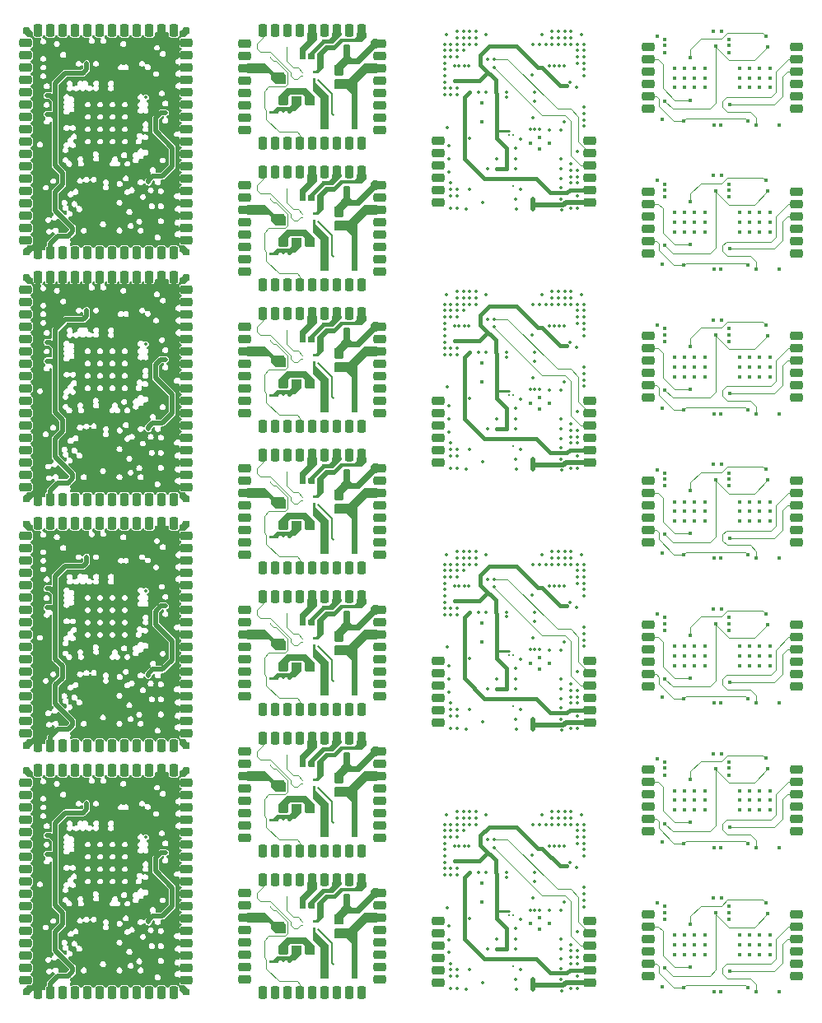
<source format=gbr>
%TF.GenerationSoftware,KiCad,Pcbnew,8.0.4*%
%TF.CreationDate,2024-12-12T20:15:34+01:00*%
%TF.ProjectId,Combined_Module_Panel,436f6d62-696e-4656-945f-4d6f64756c65,rev?*%
%TF.SameCoordinates,Original*%
%TF.FileFunction,Copper,L3,Inr*%
%TF.FilePolarity,Positive*%
%FSLAX46Y46*%
G04 Gerber Fmt 4.6, Leading zero omitted, Abs format (unit mm)*
G04 Created by KiCad (PCBNEW 8.0.4) date 2024-12-12 20:15:34*
%MOMM*%
%LPD*%
G01*
G04 APERTURE LIST*
G04 Aperture macros list*
%AMRoundRect*
0 Rectangle with rounded corners*
0 $1 Rounding radius*
0 $2 $3 $4 $5 $6 $7 $8 $9 X,Y pos of 4 corners*
0 Add a 4 corners polygon primitive as box body*
4,1,4,$2,$3,$4,$5,$6,$7,$8,$9,$2,$3,0*
0 Add four circle primitives for the rounded corners*
1,1,$1+$1,$2,$3*
1,1,$1+$1,$4,$5*
1,1,$1+$1,$6,$7*
1,1,$1+$1,$8,$9*
0 Add four rect primitives between the rounded corners*
20,1,$1+$1,$2,$3,$4,$5,0*
20,1,$1+$1,$4,$5,$6,$7,0*
20,1,$1+$1,$6,$7,$8,$9,0*
20,1,$1+$1,$8,$9,$2,$3,0*%
G04 Aperture macros list end*
%TA.AperFunction,HeatsinkPad*%
%ADD10C,0.400000*%
%TD*%
%TA.AperFunction,CastellatedPad*%
%ADD11RoundRect,0.225000X0.415000X-0.225000X0.415000X0.225000X-0.415000X0.225000X-0.415000X-0.225000X0*%
%TD*%
%TA.AperFunction,CastellatedPad*%
%ADD12RoundRect,0.225000X-0.415000X0.225000X-0.415000X-0.225000X0.415000X-0.225000X0.415000X0.225000X0*%
%TD*%
%TA.AperFunction,CastellatedPad*%
%ADD13RoundRect,0.225000X0.225000X0.415000X-0.225000X0.415000X-0.225000X-0.415000X0.225000X-0.415000X0*%
%TD*%
%TA.AperFunction,CastellatedPad*%
%ADD14RoundRect,0.225000X-0.225000X-0.415000X0.225000X-0.415000X0.225000X0.415000X-0.225000X0.415000X0*%
%TD*%
%TA.AperFunction,ViaPad*%
%ADD15C,0.350000*%
%TD*%
%TA.AperFunction,ViaPad*%
%ADD16C,0.250000*%
%TD*%
%TA.AperFunction,ViaPad*%
%ADD17C,0.400000*%
%TD*%
%TA.AperFunction,Conductor*%
%ADD18C,0.250000*%
%TD*%
%TA.AperFunction,Conductor*%
%ADD19C,0.400000*%
%TD*%
%TA.AperFunction,Conductor*%
%ADD20C,0.120000*%
%TD*%
%TA.AperFunction,Conductor*%
%ADD21C,0.500000*%
%TD*%
%TA.AperFunction,Conductor*%
%ADD22C,0.150000*%
%TD*%
G04 APERTURE END LIST*
D10*
%TO.N,N/C*%
%TO.C,U3*%
X139915581Y-133861103D03*
X139915581Y-135761103D03*
%TD*%
%TO.N,N/C*%
%TO.C,U6*%
X145901303Y-137403742D03*
X146851303Y-137978742D03*
X144951303Y-137978742D03*
X145901303Y-138553742D03*
%TD*%
D11*
%TO.N,N/C*%
%TO.C,J13*%
X151054162Y-137696703D03*
X151054162Y-138966703D03*
X151054162Y-140236703D03*
X151054162Y-141506703D03*
X151054162Y-142776703D03*
X151054162Y-144046703D03*
X135446000Y-144046703D03*
X135446000Y-142776703D03*
X135446000Y-141506703D03*
X135446000Y-140236703D03*
X135446000Y-138966703D03*
X135446000Y-137696703D03*
%TD*%
D10*
%TO.N,N/C*%
%TO.C,U3*%
X139915581Y-107090722D03*
X139915581Y-108990722D03*
%TD*%
%TO.N,N/C*%
%TO.C,U6*%
X145901303Y-110633361D03*
X146851303Y-111208361D03*
X144951303Y-111208361D03*
X145901303Y-111783361D03*
%TD*%
D11*
%TO.N,N/C*%
%TO.C,J13*%
X151054162Y-110926322D03*
X151054162Y-112196322D03*
X151054162Y-113466322D03*
X151054162Y-114736322D03*
X151054162Y-116006322D03*
X151054162Y-117276322D03*
X135446000Y-117276322D03*
X135446000Y-116006322D03*
X135446000Y-114736322D03*
X135446000Y-113466322D03*
X135446000Y-112196322D03*
X135446000Y-110926322D03*
%TD*%
D10*
%TO.N,N/C*%
%TO.C,U3*%
X139915581Y-80337722D03*
X139915581Y-82237722D03*
%TD*%
%TO.N,N/C*%
%TO.C,U6*%
X145901303Y-83880361D03*
X146851303Y-84455361D03*
X144951303Y-84455361D03*
X145901303Y-85030361D03*
%TD*%
D11*
%TO.N,N/C*%
%TO.C,J13*%
X151054162Y-84173322D03*
X151054162Y-85443322D03*
X151054162Y-86713322D03*
X151054162Y-87983322D03*
X151054162Y-89253322D03*
X151054162Y-90523322D03*
X135446000Y-90523322D03*
X135446000Y-89253322D03*
X135446000Y-87983322D03*
X135446000Y-86713322D03*
X135446000Y-85443322D03*
X135446000Y-84173322D03*
%TD*%
D12*
%TO.N,N/C*%
%TO.C,J9*%
X172254162Y-128485833D03*
X172254162Y-127215833D03*
X172254162Y-125945833D03*
X172254162Y-124675833D03*
X172254162Y-123405833D03*
X172254162Y-122135833D03*
X157054162Y-122135833D03*
X157054162Y-123405833D03*
X157054162Y-124675833D03*
X157054162Y-125945833D03*
X157054162Y-127215833D03*
X157054162Y-128485833D03*
%TD*%
%TO.N,N/C*%
%TO.C,J8*%
X93065000Y-98106000D03*
X93065000Y-99376000D03*
X93065000Y-100646000D03*
X93065000Y-101916000D03*
X93065000Y-103186000D03*
X93065000Y-104456000D03*
X93065000Y-105726000D03*
X93065000Y-106996000D03*
D11*
X93065000Y-108266000D03*
X93065000Y-109536000D03*
X93065000Y-110806000D03*
X93065000Y-112076000D03*
X93065000Y-113346000D03*
X93065000Y-114616000D03*
X93065000Y-115886000D03*
X93065000Y-117156000D03*
X93065000Y-118426000D03*
D13*
X94335000Y-119696000D03*
X95605000Y-119696000D03*
X96875000Y-119696000D03*
X98145000Y-119696000D03*
X99415000Y-119696000D03*
X100685000Y-119696000D03*
D14*
X101955000Y-119696000D03*
X103225000Y-119696000D03*
X104495000Y-119696000D03*
X105765000Y-119696000D03*
X107035000Y-119696000D03*
X108305000Y-119696000D03*
D12*
X109575000Y-118426000D03*
X109575000Y-117156000D03*
X109575000Y-115886000D03*
X109575000Y-114616000D03*
X109575000Y-113346000D03*
X109575000Y-112076000D03*
X109575000Y-110806000D03*
X109575000Y-109536000D03*
X109575000Y-108266000D03*
X109575000Y-106996000D03*
X109575000Y-105726000D03*
X109575000Y-104456000D03*
D11*
X109575000Y-103186000D03*
X109575000Y-101916000D03*
X109575000Y-100646000D03*
X109575000Y-99376000D03*
X109575000Y-98106000D03*
D14*
X108305000Y-96836000D03*
X107035000Y-96836000D03*
X105765000Y-96836000D03*
X104495000Y-96836000D03*
X103225000Y-96836000D03*
D13*
X101955000Y-96836000D03*
X100685000Y-96836000D03*
X99415000Y-96836000D03*
X98145000Y-96836000D03*
X96875000Y-96836000D03*
X95605000Y-96836000D03*
X94335000Y-96836000D03*
%TD*%
D12*
%TO.N,N/C*%
%TO.C,J8*%
X93065000Y-47364000D03*
X93065000Y-48634000D03*
X93065000Y-49904000D03*
X93065000Y-51174000D03*
X93065000Y-52444000D03*
X93065000Y-53714000D03*
X93065000Y-54984000D03*
X93065000Y-56254000D03*
D11*
X93065000Y-57524000D03*
X93065000Y-58794000D03*
X93065000Y-60064000D03*
X93065000Y-61334000D03*
X93065000Y-62604000D03*
X93065000Y-63874000D03*
X93065000Y-65144000D03*
X93065000Y-66414000D03*
X93065000Y-67684000D03*
D13*
X94335000Y-68954000D03*
X95605000Y-68954000D03*
X96875000Y-68954000D03*
X98145000Y-68954000D03*
X99415000Y-68954000D03*
X100685000Y-68954000D03*
D14*
X101955000Y-68954000D03*
X103225000Y-68954000D03*
X104495000Y-68954000D03*
X105765000Y-68954000D03*
X107035000Y-68954000D03*
X108305000Y-68954000D03*
D12*
X109575000Y-67684000D03*
X109575000Y-66414000D03*
X109575000Y-65144000D03*
X109575000Y-63874000D03*
X109575000Y-62604000D03*
X109575000Y-61334000D03*
X109575000Y-60064000D03*
X109575000Y-58794000D03*
X109575000Y-57524000D03*
X109575000Y-56254000D03*
X109575000Y-54984000D03*
X109575000Y-53714000D03*
D11*
X109575000Y-52444000D03*
X109575000Y-51174000D03*
X109575000Y-49904000D03*
X109575000Y-48634000D03*
X109575000Y-47364000D03*
D14*
X108305000Y-46094000D03*
X107035000Y-46094000D03*
X105765000Y-46094000D03*
X104495000Y-46094000D03*
X103225000Y-46094000D03*
D13*
X101955000Y-46094000D03*
X100685000Y-46094000D03*
X99415000Y-46094000D03*
X98145000Y-46094000D03*
X96875000Y-46094000D03*
X95605000Y-46094000D03*
X94335000Y-46094000D03*
%TD*%
D12*
%TO.N,N/C*%
%TO.C,J1*%
X115585500Y-105689400D03*
X115585500Y-106959400D03*
X115585500Y-108229400D03*
X115585500Y-109499400D03*
X115585500Y-110769400D03*
X115585500Y-112039400D03*
X115585500Y-113309400D03*
X115585500Y-114579400D03*
D13*
X117430500Y-115934400D03*
X118700500Y-115934400D03*
X119970500Y-115934400D03*
X121240500Y-115934400D03*
X122510500Y-115934400D03*
X123780500Y-115934400D03*
X125050500Y-115934400D03*
X126320500Y-115934400D03*
X127590500Y-115934400D03*
D12*
X129435500Y-114579400D03*
X129435500Y-113309400D03*
X129435500Y-112039400D03*
X129435500Y-110769400D03*
X129435500Y-109499400D03*
X129435500Y-108229400D03*
X129435500Y-106959400D03*
X129435500Y-105689400D03*
D13*
X127590500Y-104334400D03*
X126320500Y-104334400D03*
X125050500Y-104334400D03*
X123780500Y-104334400D03*
X122510500Y-104334400D03*
X121240500Y-104334400D03*
X119970500Y-104334400D03*
X118700500Y-104334400D03*
X117430500Y-104334400D03*
%TD*%
D12*
%TO.N,N/C*%
%TO.C,J9*%
X172254162Y-98755833D03*
X172254162Y-97485833D03*
X172254162Y-96215833D03*
X172254162Y-94945833D03*
X172254162Y-93675833D03*
X172254162Y-92405833D03*
X157054162Y-92405833D03*
X157054162Y-93675833D03*
X157054162Y-94945833D03*
X157054162Y-96215833D03*
X157054162Y-97485833D03*
X157054162Y-98755833D03*
%TD*%
%TO.N,N/C*%
%TO.C,J9*%
X172254162Y-83890833D03*
X172254162Y-82620833D03*
X172254162Y-81350833D03*
X172254162Y-80080833D03*
X172254162Y-78810833D03*
X172254162Y-77540833D03*
X157054162Y-77540833D03*
X157054162Y-78810833D03*
X157054162Y-80080833D03*
X157054162Y-81350833D03*
X157054162Y-82620833D03*
X157054162Y-83890833D03*
%TD*%
%TO.N,N/C*%
%TO.C,J9*%
X172254162Y-143349833D03*
X172254162Y-142079833D03*
X172254162Y-140809833D03*
X172254162Y-139539833D03*
X172254162Y-138269833D03*
X172254162Y-136999833D03*
X157054162Y-136999833D03*
X157054162Y-138269833D03*
X157054162Y-139539833D03*
X157054162Y-140809833D03*
X157054162Y-142079833D03*
X157054162Y-143349833D03*
%TD*%
%TO.N,N/C*%
%TO.C,J9*%
X172254162Y-69025833D03*
X172254162Y-67755833D03*
X172254162Y-66485833D03*
X172254162Y-65215833D03*
X172254162Y-63945833D03*
X172254162Y-62675833D03*
X157054162Y-62675833D03*
X157054162Y-63945833D03*
X157054162Y-65215833D03*
X157054162Y-66485833D03*
X157054162Y-67755833D03*
X157054162Y-69025833D03*
%TD*%
%TO.N,N/C*%
%TO.C,J1*%
X115585500Y-134813600D03*
X115585500Y-136083600D03*
X115585500Y-137353600D03*
X115585500Y-138623600D03*
X115585500Y-139893600D03*
X115585500Y-141163600D03*
X115585500Y-142433600D03*
X115585500Y-143703600D03*
D13*
X117430500Y-145058600D03*
X118700500Y-145058600D03*
X119970500Y-145058600D03*
X121240500Y-145058600D03*
X122510500Y-145058600D03*
X123780500Y-145058600D03*
X125050500Y-145058600D03*
X126320500Y-145058600D03*
X127590500Y-145058600D03*
D12*
X129435500Y-143703600D03*
X129435500Y-142433600D03*
X129435500Y-141163600D03*
X129435500Y-139893600D03*
X129435500Y-138623600D03*
X129435500Y-137353600D03*
X129435500Y-136083600D03*
X129435500Y-134813600D03*
D13*
X127590500Y-133458600D03*
X126320500Y-133458600D03*
X125050500Y-133458600D03*
X123780500Y-133458600D03*
X122510500Y-133458600D03*
X121240500Y-133458600D03*
X119970500Y-133458600D03*
X118700500Y-133458600D03*
X117430500Y-133458600D03*
%TD*%
D12*
%TO.N,N/C*%
%TO.C,J1*%
X115585500Y-91127300D03*
X115585500Y-92397300D03*
X115585500Y-93667300D03*
X115585500Y-94937300D03*
X115585500Y-96207300D03*
X115585500Y-97477300D03*
X115585500Y-98747300D03*
X115585500Y-100017300D03*
D13*
X117430500Y-101372300D03*
X118700500Y-101372300D03*
X119970500Y-101372300D03*
X121240500Y-101372300D03*
X122510500Y-101372300D03*
X123780500Y-101372300D03*
X125050500Y-101372300D03*
X126320500Y-101372300D03*
X127590500Y-101372300D03*
D12*
X129435500Y-100017300D03*
X129435500Y-98747300D03*
X129435500Y-97477300D03*
X129435500Y-96207300D03*
X129435500Y-94937300D03*
X129435500Y-93667300D03*
X129435500Y-92397300D03*
X129435500Y-91127300D03*
D13*
X127590500Y-89772300D03*
X126320500Y-89772300D03*
X125050500Y-89772300D03*
X123780500Y-89772300D03*
X122510500Y-89772300D03*
X121240500Y-89772300D03*
X119970500Y-89772300D03*
X118700500Y-89772300D03*
X117430500Y-89772300D03*
%TD*%
D12*
%TO.N,N/C*%
%TO.C,J8*%
X93065000Y-123477000D03*
X93065000Y-124747000D03*
X93065000Y-126017000D03*
X93065000Y-127287000D03*
X93065000Y-128557000D03*
X93065000Y-129827000D03*
X93065000Y-131097000D03*
X93065000Y-132367000D03*
D11*
X93065000Y-133637000D03*
X93065000Y-134907000D03*
X93065000Y-136177000D03*
X93065000Y-137447000D03*
X93065000Y-138717000D03*
X93065000Y-139987000D03*
X93065000Y-141257000D03*
X93065000Y-142527000D03*
X93065000Y-143797000D03*
D13*
X94335000Y-145067000D03*
X95605000Y-145067000D03*
X96875000Y-145067000D03*
X98145000Y-145067000D03*
X99415000Y-145067000D03*
X100685000Y-145067000D03*
D14*
X101955000Y-145067000D03*
X103225000Y-145067000D03*
X104495000Y-145067000D03*
X105765000Y-145067000D03*
X107035000Y-145067000D03*
X108305000Y-145067000D03*
D12*
X109575000Y-143797000D03*
X109575000Y-142527000D03*
X109575000Y-141257000D03*
X109575000Y-139987000D03*
X109575000Y-138717000D03*
X109575000Y-137447000D03*
X109575000Y-136177000D03*
X109575000Y-134907000D03*
X109575000Y-133637000D03*
X109575000Y-132367000D03*
X109575000Y-131097000D03*
X109575000Y-129827000D03*
D11*
X109575000Y-128557000D03*
X109575000Y-127287000D03*
X109575000Y-126017000D03*
X109575000Y-124747000D03*
X109575000Y-123477000D03*
D14*
X108305000Y-122207000D03*
X107035000Y-122207000D03*
X105765000Y-122207000D03*
X104495000Y-122207000D03*
X103225000Y-122207000D03*
D13*
X101955000Y-122207000D03*
X100685000Y-122207000D03*
X99415000Y-122207000D03*
X98145000Y-122207000D03*
X96875000Y-122207000D03*
X95605000Y-122207000D03*
X94335000Y-122207000D03*
%TD*%
D12*
%TO.N,N/C*%
%TO.C,J1*%
X115585500Y-120251500D03*
X115585500Y-121521500D03*
X115585500Y-122791500D03*
X115585500Y-124061500D03*
X115585500Y-125331500D03*
X115585500Y-126601500D03*
X115585500Y-127871500D03*
X115585500Y-129141500D03*
D13*
X117430500Y-130496500D03*
X118700500Y-130496500D03*
X119970500Y-130496500D03*
X121240500Y-130496500D03*
X122510500Y-130496500D03*
X123780500Y-130496500D03*
X125050500Y-130496500D03*
X126320500Y-130496500D03*
X127590500Y-130496500D03*
D12*
X129435500Y-129141500D03*
X129435500Y-127871500D03*
X129435500Y-126601500D03*
X129435500Y-125331500D03*
X129435500Y-124061500D03*
X129435500Y-122791500D03*
X129435500Y-121521500D03*
X129435500Y-120251500D03*
D13*
X127590500Y-118896500D03*
X126320500Y-118896500D03*
X125050500Y-118896500D03*
X123780500Y-118896500D03*
X122510500Y-118896500D03*
X121240500Y-118896500D03*
X119970500Y-118896500D03*
X118700500Y-118896500D03*
X117430500Y-118896500D03*
%TD*%
D12*
%TO.N,N/C*%
%TO.C,J1*%
X115585500Y-62003100D03*
X115585500Y-63273100D03*
X115585500Y-64543100D03*
X115585500Y-65813100D03*
X115585500Y-67083100D03*
X115585500Y-68353100D03*
X115585500Y-69623100D03*
X115585500Y-70893100D03*
D13*
X117430500Y-72248100D03*
X118700500Y-72248100D03*
X119970500Y-72248100D03*
X121240500Y-72248100D03*
X122510500Y-72248100D03*
X123780500Y-72248100D03*
X125050500Y-72248100D03*
X126320500Y-72248100D03*
X127590500Y-72248100D03*
D12*
X129435500Y-70893100D03*
X129435500Y-69623100D03*
X129435500Y-68353100D03*
X129435500Y-67083100D03*
X129435500Y-65813100D03*
X129435500Y-64543100D03*
X129435500Y-63273100D03*
X129435500Y-62003100D03*
D13*
X127590500Y-60648100D03*
X126320500Y-60648100D03*
X125050500Y-60648100D03*
X123780500Y-60648100D03*
X122510500Y-60648100D03*
X121240500Y-60648100D03*
X119970500Y-60648100D03*
X118700500Y-60648100D03*
X117430500Y-60648100D03*
%TD*%
D12*
%TO.N,N/C*%
%TO.C,J8*%
X93065000Y-72735000D03*
X93065000Y-74005000D03*
X93065000Y-75275000D03*
X93065000Y-76545000D03*
X93065000Y-77815000D03*
X93065000Y-79085000D03*
X93065000Y-80355000D03*
X93065000Y-81625000D03*
D11*
X93065000Y-82895000D03*
X93065000Y-84165000D03*
X93065000Y-85435000D03*
X93065000Y-86705000D03*
X93065000Y-87975000D03*
X93065000Y-89245000D03*
X93065000Y-90515000D03*
X93065000Y-91785000D03*
X93065000Y-93055000D03*
D13*
X94335000Y-94325000D03*
X95605000Y-94325000D03*
X96875000Y-94325000D03*
X98145000Y-94325000D03*
X99415000Y-94325000D03*
X100685000Y-94325000D03*
D14*
X101955000Y-94325000D03*
X103225000Y-94325000D03*
X104495000Y-94325000D03*
X105765000Y-94325000D03*
X107035000Y-94325000D03*
X108305000Y-94325000D03*
D12*
X109575000Y-93055000D03*
X109575000Y-91785000D03*
X109575000Y-90515000D03*
X109575000Y-89245000D03*
X109575000Y-87975000D03*
X109575000Y-86705000D03*
X109575000Y-85435000D03*
X109575000Y-84165000D03*
X109575000Y-82895000D03*
X109575000Y-81625000D03*
X109575000Y-80355000D03*
X109575000Y-79085000D03*
D11*
X109575000Y-77815000D03*
X109575000Y-76545000D03*
X109575000Y-75275000D03*
X109575000Y-74005000D03*
X109575000Y-72735000D03*
D14*
X108305000Y-71465000D03*
X107035000Y-71465000D03*
X105765000Y-71465000D03*
X104495000Y-71465000D03*
X103225000Y-71465000D03*
D13*
X101955000Y-71465000D03*
X100685000Y-71465000D03*
X99415000Y-71465000D03*
X98145000Y-71465000D03*
X96875000Y-71465000D03*
X95605000Y-71465000D03*
X94335000Y-71465000D03*
%TD*%
D12*
%TO.N,N/C*%
%TO.C,J1*%
X115585500Y-76565200D03*
X115585500Y-77835200D03*
X115585500Y-79105200D03*
X115585500Y-80375200D03*
X115585500Y-81645200D03*
X115585500Y-82915200D03*
X115585500Y-84185200D03*
X115585500Y-85455200D03*
D13*
X117430500Y-86810200D03*
X118700500Y-86810200D03*
X119970500Y-86810200D03*
X121240500Y-86810200D03*
X122510500Y-86810200D03*
X123780500Y-86810200D03*
X125050500Y-86810200D03*
X126320500Y-86810200D03*
X127590500Y-86810200D03*
D12*
X129435500Y-85455200D03*
X129435500Y-84185200D03*
X129435500Y-82915200D03*
X129435500Y-81645200D03*
X129435500Y-80375200D03*
X129435500Y-79105200D03*
X129435500Y-77835200D03*
X129435500Y-76565200D03*
D13*
X127590500Y-75210200D03*
X126320500Y-75210200D03*
X125050500Y-75210200D03*
X123780500Y-75210200D03*
X122510500Y-75210200D03*
X121240500Y-75210200D03*
X119970500Y-75210200D03*
X118700500Y-75210200D03*
X117430500Y-75210200D03*
%TD*%
D12*
%TO.N,N/C*%
%TO.C,J9*%
X172254162Y-113620833D03*
X172254162Y-112350833D03*
X172254162Y-111080833D03*
X172254162Y-109810833D03*
X172254162Y-108540833D03*
X172254162Y-107270833D03*
X157054162Y-107270833D03*
X157054162Y-108540833D03*
X157054162Y-109810833D03*
X157054162Y-111080833D03*
X157054162Y-112350833D03*
X157054162Y-113620833D03*
%TD*%
%TO.N,N/C*%
%TO.C,J9*%
X172254162Y-54160833D03*
X172254162Y-52890833D03*
X172254162Y-51620833D03*
X172254162Y-50350833D03*
X172254162Y-49080833D03*
X172254162Y-47810833D03*
X157054162Y-47810833D03*
X157054162Y-49080833D03*
X157054162Y-50350833D03*
X157054162Y-51620833D03*
X157054162Y-52890833D03*
X157054162Y-54160833D03*
%TD*%
%TO.N,N/C*%
%TO.C,J1*%
X115585500Y-47441000D03*
X115585500Y-48711000D03*
X115585500Y-49981000D03*
X115585500Y-51251000D03*
X115585500Y-52521000D03*
X115585500Y-53791000D03*
X115585500Y-55061000D03*
X115585500Y-56331000D03*
D13*
X117430500Y-57686000D03*
X118700500Y-57686000D03*
X119970500Y-57686000D03*
X121240500Y-57686000D03*
X122510500Y-57686000D03*
X123780500Y-57686000D03*
X125050500Y-57686000D03*
X126320500Y-57686000D03*
X127590500Y-57686000D03*
D12*
X129435500Y-56331000D03*
X129435500Y-55061000D03*
X129435500Y-53791000D03*
X129435500Y-52521000D03*
X129435500Y-51251000D03*
X129435500Y-49981000D03*
X129435500Y-48711000D03*
X129435500Y-47441000D03*
D13*
X127590500Y-46086000D03*
X126320500Y-46086000D03*
X125050500Y-46086000D03*
X123780500Y-46086000D03*
X122510500Y-46086000D03*
X121240500Y-46086000D03*
X119970500Y-46086000D03*
X118700500Y-46086000D03*
X117430500Y-46086000D03*
%TD*%
D11*
%TO.N,N/C*%
%TO.C,J13*%
X151054162Y-57420322D03*
X151054162Y-58690322D03*
X151054162Y-59960322D03*
X151054162Y-61230322D03*
X151054162Y-62500322D03*
X151054162Y-63770322D03*
X135446000Y-63770322D03*
X135446000Y-62500322D03*
X135446000Y-61230322D03*
X135446000Y-59960322D03*
X135446000Y-58690322D03*
X135446000Y-57420322D03*
%TD*%
D10*
%TO.N,N/C*%
%TO.C,U6*%
X145901303Y-57127361D03*
X146851303Y-57702361D03*
X144951303Y-57702361D03*
X145901303Y-58277361D03*
%TD*%
%TO.N,N/C*%
%TO.C,U3*%
X139915581Y-53584722D03*
X139915581Y-55484722D03*
%TD*%
D15*
%TO.N,*%
X141340581Y-132731103D03*
X146145581Y-130231103D03*
X142490581Y-138484581D03*
X145671632Y-130231103D03*
X141225581Y-129351103D03*
X142500581Y-132741103D03*
X141225581Y-130151103D03*
X140540581Y-140621381D03*
D16*
X142770581Y-136710342D03*
D15*
X142490581Y-140621381D03*
X149017665Y-131708210D03*
X148670380Y-132032279D03*
X142490581Y-139552981D03*
X141500581Y-134267703D03*
X137604907Y-131561103D03*
D16*
X143170581Y-137110342D03*
D15*
X141500581Y-140621381D03*
X145401303Y-136578742D03*
X143460581Y-144746381D03*
X145207503Y-143707781D03*
X136756000Y-127786431D03*
X147806000Y-126486431D03*
X144901303Y-136578742D03*
X139590581Y-132721103D03*
X149106000Y-126486431D03*
X148104503Y-136647381D03*
X142495581Y-133201103D03*
X150406000Y-135586431D03*
X145207503Y-135336103D03*
X147905581Y-130031103D03*
X145901303Y-136578742D03*
X138604907Y-130040088D03*
X138630581Y-132721103D03*
X148063781Y-143734103D03*
X148379530Y-130031103D03*
X145207503Y-144746381D03*
X138130958Y-130040088D03*
X136756000Y-142086431D03*
X139356000Y-127136431D03*
X138706000Y-127136431D03*
X136525581Y-138231103D03*
X140388581Y-126790703D03*
X137130958Y-130040088D03*
X138635581Y-142685981D03*
X138056000Y-128436431D03*
X146506000Y-127786431D03*
X147806000Y-127136431D03*
X148104503Y-142591103D03*
X136106000Y-131686431D03*
X143450581Y-139552981D03*
X150406000Y-131036431D03*
X137406000Y-144686431D03*
X136106000Y-127786431D03*
X146111581Y-126790703D03*
X150406000Y-134286431D03*
X146901303Y-136651103D03*
X137406000Y-127136431D03*
X136425581Y-136331103D03*
X147156000Y-127786431D03*
X150406000Y-134936431D03*
X149756000Y-142086431D03*
X147806000Y-127786431D03*
X147156000Y-127136431D03*
X136756000Y-142736431D03*
X136106000Y-132986431D03*
X141500581Y-139552981D03*
X137406000Y-127786431D03*
X136106000Y-128436431D03*
X138706000Y-126486431D03*
X150406000Y-136236431D03*
X149756000Y-138836431D03*
D16*
X143170581Y-142364581D03*
D15*
X136756000Y-143386431D03*
X143450581Y-138484581D03*
X145206000Y-127786431D03*
X136525581Y-140931103D03*
X150406000Y-129086431D03*
X148104503Y-141641981D03*
X136338581Y-126790703D03*
X148456000Y-127786431D03*
X136756000Y-132336431D03*
X138370581Y-144746381D03*
X136756000Y-144686431D03*
X136106000Y-130386431D03*
X149106000Y-142086431D03*
X149756000Y-127786431D03*
D16*
X142770581Y-137110342D03*
D15*
X137406000Y-143386431D03*
X150406000Y-128436431D03*
X149106000Y-127786431D03*
X136106000Y-129086431D03*
X145075581Y-130951103D03*
X150406000Y-130386431D03*
X148456000Y-127136431D03*
X140495581Y-129311103D03*
X148385581Y-135751103D03*
X149106000Y-141436431D03*
X137406000Y-126486431D03*
X149106000Y-140136431D03*
X146900958Y-130040088D03*
X136756000Y-132986431D03*
X150406000Y-129736431D03*
X149756000Y-128436431D03*
X137406000Y-128436431D03*
X138056000Y-127136431D03*
X149756000Y-129086431D03*
X140380581Y-132731103D03*
X136525581Y-139631103D03*
X138706000Y-127786431D03*
X149756000Y-129736431D03*
X137406000Y-129086431D03*
X136756000Y-128436431D03*
X143450581Y-140621381D03*
X139356000Y-126486431D03*
X148114581Y-144877103D03*
X145380581Y-132761103D03*
X149640005Y-132194216D03*
X147374907Y-130040088D03*
X148456000Y-126486431D03*
X138056000Y-127786431D03*
X140006000Y-144036431D03*
X150161581Y-126790703D03*
X145380581Y-133681103D03*
X149756000Y-143386431D03*
X149106000Y-127136431D03*
X149756000Y-144686431D03*
X149106000Y-140786431D03*
X138056000Y-126486431D03*
X148104503Y-140621381D03*
X137406000Y-142736431D03*
X138635581Y-137488381D03*
X149756000Y-140786431D03*
X136106000Y-131036431D03*
X147156000Y-126486431D03*
X149106000Y-144686431D03*
X136106000Y-132336431D03*
X137406000Y-132986431D03*
X143450581Y-143707781D03*
X137604907Y-130040088D03*
X136106000Y-129736431D03*
X149756000Y-141436431D03*
X148104503Y-139602781D03*
X143906000Y-137536431D03*
X137406000Y-132336431D03*
X150406000Y-127786431D03*
X143906000Y-142736431D03*
X145856000Y-127786431D03*
X136756000Y-129086431D03*
X139356000Y-127786431D03*
X137130958Y-131561103D03*
X141340581Y-105960722D03*
X146145581Y-103460722D03*
X142490581Y-111714200D03*
X145671632Y-103460722D03*
X141225581Y-102580722D03*
X142500581Y-105970722D03*
X141225581Y-103380722D03*
X140540581Y-113851000D03*
D16*
X142770581Y-109939961D03*
D15*
X142490581Y-113851000D03*
X149017665Y-104937829D03*
X148670380Y-105261898D03*
X142490581Y-112782600D03*
X141500581Y-107497322D03*
X137604907Y-104790722D03*
D16*
X143170581Y-110339961D03*
D15*
X141500581Y-113851000D03*
X145401303Y-109808361D03*
X143460581Y-117976000D03*
X145207503Y-116937400D03*
X136756000Y-101016050D03*
X147806000Y-99716050D03*
X144901303Y-109808361D03*
X139590581Y-105950722D03*
X149106000Y-99716050D03*
X148104503Y-109877000D03*
X142495581Y-106430722D03*
X150406000Y-108816050D03*
X145207503Y-108565722D03*
X147905581Y-103260722D03*
X145901303Y-109808361D03*
X138604907Y-103269707D03*
X138630581Y-105950722D03*
X148063781Y-116963722D03*
X148379530Y-103260722D03*
X145207503Y-117976000D03*
X138130958Y-103269707D03*
X136756000Y-115316050D03*
X139356000Y-100366050D03*
X138706000Y-100366050D03*
X136525581Y-111460722D03*
X140388581Y-100020322D03*
X137130958Y-103269707D03*
X138635581Y-115915600D03*
X138056000Y-101666050D03*
X146506000Y-101016050D03*
X147806000Y-100366050D03*
X148104503Y-115820722D03*
X136106000Y-104916050D03*
X143450581Y-112782600D03*
X150406000Y-104266050D03*
X137406000Y-117916050D03*
X136106000Y-101016050D03*
X146111581Y-100020322D03*
X150406000Y-107516050D03*
X146901303Y-109880722D03*
X137406000Y-100366050D03*
X136425581Y-109560722D03*
X147156000Y-101016050D03*
X150406000Y-108166050D03*
X149756000Y-115316050D03*
X147806000Y-101016050D03*
X147156000Y-100366050D03*
X136756000Y-115966050D03*
X136106000Y-106216050D03*
X141500581Y-112782600D03*
X137406000Y-101016050D03*
X136106000Y-101666050D03*
X138706000Y-99716050D03*
X150406000Y-109466050D03*
X149756000Y-112066050D03*
D16*
X143170581Y-115594200D03*
D15*
X136756000Y-116616050D03*
X143450581Y-111714200D03*
X145206000Y-101016050D03*
X136525581Y-114160722D03*
X150406000Y-102316050D03*
X148104503Y-114871600D03*
X136338581Y-100020322D03*
X148456000Y-101016050D03*
X136756000Y-105566050D03*
X138370581Y-117976000D03*
X136756000Y-117916050D03*
X136106000Y-103616050D03*
X149106000Y-115316050D03*
X149756000Y-101016050D03*
D16*
X142770581Y-110339961D03*
D15*
X137406000Y-116616050D03*
X150406000Y-101666050D03*
X149106000Y-101016050D03*
X136106000Y-102316050D03*
X145075581Y-104180722D03*
X150406000Y-103616050D03*
X148456000Y-100366050D03*
X140495581Y-102540722D03*
X148385581Y-108980722D03*
X149106000Y-114666050D03*
X137406000Y-99716050D03*
X149106000Y-113366050D03*
X146900958Y-103269707D03*
X136756000Y-106216050D03*
X150406000Y-102966050D03*
X149756000Y-101666050D03*
X137406000Y-101666050D03*
X138056000Y-100366050D03*
X149756000Y-102316050D03*
X140380581Y-105960722D03*
X136525581Y-112860722D03*
X138706000Y-101016050D03*
X149756000Y-102966050D03*
X137406000Y-102316050D03*
X136756000Y-101666050D03*
X143450581Y-113851000D03*
X139356000Y-99716050D03*
X148114581Y-118106722D03*
X145380581Y-105990722D03*
X149640005Y-105423835D03*
X147374907Y-103269707D03*
X148456000Y-99716050D03*
X138056000Y-101016050D03*
X140006000Y-117266050D03*
X150161581Y-100020322D03*
X145380581Y-106910722D03*
X149756000Y-116616050D03*
X149106000Y-100366050D03*
X149756000Y-117916050D03*
X149106000Y-114016050D03*
X138056000Y-99716050D03*
X148104503Y-113851000D03*
X137406000Y-115966050D03*
X138635581Y-110718000D03*
X149756000Y-114016050D03*
X136106000Y-104266050D03*
X147156000Y-99716050D03*
X149106000Y-117916050D03*
X136106000Y-105566050D03*
X137406000Y-106216050D03*
X143450581Y-116937400D03*
X137604907Y-103269707D03*
X136106000Y-102966050D03*
X149756000Y-114666050D03*
X148104503Y-112832400D03*
X143906000Y-110766050D03*
X137406000Y-105566050D03*
X150406000Y-101016050D03*
X143906000Y-115966050D03*
X145856000Y-101016050D03*
X136756000Y-102316050D03*
X139356000Y-101016050D03*
X137130958Y-104790722D03*
X141340581Y-79207722D03*
X146145581Y-76707722D03*
X142490581Y-84961200D03*
X145671632Y-76707722D03*
X141225581Y-75827722D03*
X142500581Y-79217722D03*
X141225581Y-76627722D03*
X140540581Y-87098000D03*
D16*
X142770581Y-83186961D03*
D15*
X142490581Y-87098000D03*
X149017665Y-78184829D03*
X148670380Y-78508898D03*
X142490581Y-86029600D03*
X141500581Y-80744322D03*
X137604907Y-78037722D03*
D16*
X143170581Y-83586961D03*
D15*
X141500581Y-87098000D03*
X145401303Y-83055361D03*
X143460581Y-91223000D03*
X145207503Y-90184400D03*
X136756000Y-74263050D03*
X147806000Y-72963050D03*
X144901303Y-83055361D03*
X139590581Y-79197722D03*
X149106000Y-72963050D03*
X148104503Y-83124000D03*
X142495581Y-79677722D03*
X150406000Y-82063050D03*
X145207503Y-81812722D03*
X147905581Y-76507722D03*
X145901303Y-83055361D03*
X138604907Y-76516707D03*
X138630581Y-79197722D03*
X148063781Y-90210722D03*
X148379530Y-76507722D03*
X145207503Y-91223000D03*
X138130958Y-76516707D03*
X136756000Y-88563050D03*
X139356000Y-73613050D03*
X138706000Y-73613050D03*
X136525581Y-84707722D03*
X140388581Y-73267322D03*
X137130958Y-76516707D03*
X138635581Y-89162600D03*
X138056000Y-74913050D03*
X146506000Y-74263050D03*
X147806000Y-73613050D03*
X148104503Y-89067722D03*
X136106000Y-78163050D03*
X143450581Y-86029600D03*
X150406000Y-77513050D03*
X137406000Y-91163050D03*
X136106000Y-74263050D03*
X146111581Y-73267322D03*
X150406000Y-80763050D03*
X146901303Y-83127722D03*
X137406000Y-73613050D03*
X136425581Y-82807722D03*
X147156000Y-74263050D03*
X150406000Y-81413050D03*
X149756000Y-88563050D03*
X147806000Y-74263050D03*
X147156000Y-73613050D03*
X136756000Y-89213050D03*
X136106000Y-79463050D03*
X141500581Y-86029600D03*
X137406000Y-74263050D03*
X136106000Y-74913050D03*
X138706000Y-72963050D03*
X150406000Y-82713050D03*
X149756000Y-85313050D03*
D16*
X143170581Y-88841200D03*
D15*
X136756000Y-89863050D03*
X143450581Y-84961200D03*
X145206000Y-74263050D03*
X136525581Y-87407722D03*
X150406000Y-75563050D03*
X148104503Y-88118600D03*
X136338581Y-73267322D03*
X148456000Y-74263050D03*
X136756000Y-78813050D03*
X138370581Y-91223000D03*
X136756000Y-91163050D03*
X136106000Y-76863050D03*
X149106000Y-88563050D03*
X149756000Y-74263050D03*
D16*
X142770581Y-83586961D03*
D15*
X137406000Y-89863050D03*
X150406000Y-74913050D03*
X149106000Y-74263050D03*
X136106000Y-75563050D03*
X145075581Y-77427722D03*
X150406000Y-76863050D03*
X148456000Y-73613050D03*
X140495581Y-75787722D03*
X148385581Y-82227722D03*
X149106000Y-87913050D03*
X137406000Y-72963050D03*
X149106000Y-86613050D03*
X146900958Y-76516707D03*
X136756000Y-79463050D03*
X150406000Y-76213050D03*
X149756000Y-74913050D03*
X137406000Y-74913050D03*
X138056000Y-73613050D03*
X149756000Y-75563050D03*
X140380581Y-79207722D03*
X136525581Y-86107722D03*
X138706000Y-74263050D03*
X149756000Y-76213050D03*
X137406000Y-75563050D03*
X136756000Y-74913050D03*
X143450581Y-87098000D03*
X139356000Y-72963050D03*
X148114581Y-91353722D03*
X145380581Y-79237722D03*
X149640005Y-78670835D03*
X147374907Y-76516707D03*
X148456000Y-72963050D03*
X138056000Y-74263050D03*
X140006000Y-90513050D03*
X150161581Y-73267322D03*
X145380581Y-80157722D03*
X149756000Y-89863050D03*
X149106000Y-73613050D03*
X149756000Y-91163050D03*
X149106000Y-87263050D03*
X138056000Y-72963050D03*
X148104503Y-87098000D03*
X137406000Y-89213050D03*
X138635581Y-83965000D03*
X149756000Y-87263050D03*
X136106000Y-77513050D03*
X147156000Y-72963050D03*
X149106000Y-91163050D03*
X136106000Y-78813050D03*
X137406000Y-79463050D03*
X143450581Y-90184400D03*
X137604907Y-76516707D03*
X136106000Y-76213050D03*
X149756000Y-87913050D03*
X148104503Y-86079400D03*
X143906000Y-84013050D03*
X137406000Y-78813050D03*
X150406000Y-74263050D03*
X143906000Y-89213050D03*
X145856000Y-74263050D03*
X136756000Y-75563050D03*
X139356000Y-74263050D03*
X137130958Y-78037722D03*
D16*
X123168000Y-121434000D03*
X122023000Y-82672700D03*
X127058000Y-85257700D03*
D15*
X95363000Y-64630000D03*
D17*
X164454162Y-115273333D03*
X162854162Y-95580833D03*
D15*
X100212000Y-89175000D03*
D17*
X168504162Y-50985833D03*
D16*
X126223000Y-47973500D03*
X127058000Y-128944000D03*
X122698000Y-108646900D03*
D17*
X161820828Y-109445833D03*
D16*
X127058000Y-114381900D03*
X122608000Y-136306100D03*
X122023000Y-111296900D03*
X119085500Y-138208600D03*
D17*
X160787495Y-140174833D03*
D16*
X119248000Y-111296900D03*
X125023000Y-139246100D03*
X119248000Y-53048500D03*
D17*
X160787495Y-124310833D03*
D16*
X119585500Y-79960200D03*
D15*
X95224000Y-86042000D03*
D17*
X158754162Y-68228333D03*
D16*
X125023000Y-65035600D03*
D17*
X163954162Y-62578333D03*
D16*
X119085500Y-50836000D03*
D17*
X165354162Y-62528333D03*
X157954162Y-61553333D03*
D16*
X125023000Y-50473500D03*
D17*
X166437496Y-49985833D03*
D16*
X125523000Y-79047700D03*
X122248000Y-63185600D03*
D17*
X158754162Y-127688333D03*
X163954162Y-47713333D03*
D15*
X95224000Y-60671000D03*
X97078000Y-142767000D03*
X98053000Y-141080000D03*
X97665000Y-137701000D03*
D17*
X169537496Y-81715833D03*
X169537496Y-65850833D03*
X158754162Y-121363330D03*
D16*
X123528000Y-48933500D03*
D17*
X163754162Y-120488333D03*
X168504162Y-139174833D03*
X160787495Y-49985833D03*
D15*
X105087000Y-64181000D03*
X101731669Y-139925500D03*
D17*
X168504162Y-96580833D03*
D16*
X119798000Y-111796900D03*
X119085500Y-95072300D03*
X119585500Y-95072300D03*
X121148000Y-140421100D03*
D17*
X161404162Y-93458333D03*
D16*
X119085500Y-123646500D03*
D15*
X100212000Y-139917000D03*
D16*
X125023000Y-137846100D03*
D17*
X158754162Y-107823333D03*
X159754162Y-139174833D03*
D15*
X95363000Y-114554000D03*
D17*
X168154162Y-130138333D03*
D15*
X105409400Y-103744800D03*
D16*
X120598000Y-53048500D03*
D17*
X168154162Y-55813333D03*
D16*
X123923000Y-84472700D03*
X120598000Y-96734800D03*
D17*
X160787495Y-110445833D03*
X159754162Y-50985833D03*
X167304162Y-85143333D03*
X169537496Y-125310833D03*
X160787495Y-79715833D03*
X162854162Y-64850833D03*
X161820828Y-139174833D03*
D16*
X123623000Y-128759000D03*
D17*
X168504162Y-66850833D03*
D16*
X123623000Y-55948500D03*
X119798000Y-82172700D03*
D17*
X170504162Y-85543333D03*
X164454162Y-145002333D03*
X161820828Y-96580833D03*
D16*
X125863000Y-47663500D03*
D17*
X164454162Y-100408333D03*
D16*
X125523000Y-109571900D03*
X122698000Y-50398500D03*
X125023000Y-124134000D03*
X122023000Y-140921100D03*
D17*
X165354162Y-136227330D03*
D16*
X123673000Y-142121100D03*
D17*
X167470829Y-95580833D03*
D15*
X97538000Y-125636000D03*
X95224000Y-107222000D03*
D17*
X167304162Y-100008333D03*
X169537496Y-110445833D03*
D16*
X122573000Y-97234800D03*
D17*
X162854162Y-139174833D03*
D16*
X121148000Y-53048500D03*
X119585500Y-138208600D03*
D17*
X164554162Y-61028333D03*
D15*
X105087000Y-89552000D03*
D17*
X170504162Y-130138333D03*
D15*
X106937000Y-117421000D03*
D17*
X162854162Y-80715833D03*
D15*
X98053000Y-90338000D03*
D16*
X123923000Y-113596900D03*
D15*
X100212000Y-63804000D03*
D16*
X125863000Y-76787700D03*
D17*
X165404162Y-113173333D03*
X158754162Y-47038330D03*
X167304162Y-55413333D03*
D16*
X125023000Y-123284000D03*
D17*
X158754162Y-106498330D03*
D16*
X119585500Y-109634400D03*
D17*
X161354162Y-112723333D03*
D15*
X103888000Y-87086000D03*
D17*
X169154162Y-76393333D03*
D16*
X121148000Y-126359000D03*
D15*
X100212000Y-140743000D03*
D17*
X158754162Y-61903330D03*
X161354162Y-53263333D03*
D16*
X126223000Y-120784000D03*
D17*
X169537496Y-111445833D03*
X163804162Y-145002333D03*
X162854162Y-111445833D03*
X159754162Y-80715833D03*
D16*
X122698000Y-64960600D03*
D17*
X166437496Y-124310833D03*
X168504162Y-111445833D03*
D16*
X122248000Y-92309800D03*
D17*
X163954162Y-92308333D03*
D15*
X98053000Y-64967000D03*
D16*
X119798000Y-67610600D03*
D17*
X169354162Y-77493333D03*
X168154162Y-70678333D03*
X159754162Y-64850833D03*
D15*
X97538000Y-74894000D03*
D17*
X165354162Y-92958333D03*
D16*
X118198000Y-127334000D03*
X122573000Y-96734800D03*
D17*
X163954162Y-77443333D03*
D16*
X122248000Y-48623500D03*
D17*
X165354162Y-91633330D03*
D16*
X119585500Y-94522300D03*
D17*
X160787495Y-139174833D03*
X165354162Y-78093333D03*
D16*
X126698000Y-128634000D03*
D17*
X160704162Y-144602333D03*
D16*
X125523000Y-124134000D03*
D17*
X159754162Y-96580833D03*
D16*
X125023000Y-66435600D03*
X119798000Y-111296900D03*
D15*
X100212000Y-64630000D03*
D17*
X168504162Y-141174833D03*
D16*
X125023000Y-51323500D03*
D15*
X97078000Y-66654000D03*
D16*
X125023000Y-49923500D03*
D17*
X163754162Y-90758333D03*
D16*
X121683000Y-63495600D03*
D17*
X157954162Y-76418333D03*
X167470829Y-109445833D03*
D16*
X122023000Y-126359000D03*
D17*
X158754162Y-142552333D03*
D16*
X122698000Y-79522700D03*
X121323000Y-92309800D03*
X125523000Y-50473500D03*
D17*
X165354162Y-122688333D03*
D16*
X125523000Y-123284000D03*
D15*
X106012000Y-88592000D03*
D17*
X158754162Y-76768330D03*
X163954162Y-136902333D03*
X162854162Y-124310833D03*
X166437496Y-110445833D03*
X159754162Y-110445833D03*
D16*
X119798000Y-82672700D03*
X119798000Y-140421100D03*
X122573000Y-53048500D03*
X123168000Y-92309800D03*
D17*
X169537496Y-109445833D03*
X160787495Y-111445833D03*
D15*
X107416000Y-107123000D03*
D16*
X119085500Y-94522300D03*
D17*
X160704162Y-55413333D03*
X158454162Y-144452333D03*
X163804162Y-100408333D03*
D16*
X122698000Y-109446900D03*
X121323000Y-48623500D03*
D17*
X164454162Y-70678333D03*
X168504162Y-49985833D03*
D16*
X123623000Y-143321100D03*
X122608000Y-78057700D03*
D17*
X169537496Y-51985833D03*
X169537496Y-79715833D03*
X169537496Y-126310833D03*
X167470829Y-79715833D03*
D15*
X100212000Y-115372000D03*
D17*
X158754162Y-78093333D03*
X161820828Y-141174833D03*
X167470829Y-140174833D03*
X167470829Y-64850833D03*
X165404162Y-53713333D03*
X169154162Y-46663333D03*
D16*
X125023000Y-110121900D03*
D17*
X158454162Y-55263333D03*
X169537496Y-50985833D03*
X165354162Y-77393333D03*
D16*
X123528000Y-92619800D03*
D17*
X165354162Y-63228333D03*
X160704162Y-114873333D03*
D15*
X105087000Y-140294000D03*
D17*
X162854162Y-49985833D03*
D16*
X125023000Y-108171900D03*
D15*
X101731669Y-92050000D03*
X95363000Y-90001000D03*
X97538000Y-100265000D03*
D16*
X120598000Y-68110600D03*
X122608000Y-48933500D03*
D15*
X98053000Y-115709000D03*
D16*
X126698000Y-114071900D03*
D17*
X167470829Y-111445833D03*
X162854162Y-51985833D03*
D16*
X123923000Y-55348500D03*
D17*
X159754162Y-81715833D03*
D16*
X120598000Y-126359000D03*
X125023000Y-95009800D03*
D17*
X160787495Y-66850833D03*
X166437496Y-140174833D03*
D16*
X125523000Y-95559800D03*
D15*
X97078000Y-117396000D03*
D17*
X160787495Y-81715833D03*
D16*
X126698000Y-99509800D03*
X123623000Y-114196900D03*
X123623000Y-99634800D03*
X119585500Y-50836000D03*
D17*
X163954162Y-122038333D03*
X161404162Y-48863333D03*
X170504162Y-70678333D03*
X170504162Y-100408333D03*
D16*
X123623000Y-70510600D03*
D15*
X106937000Y-66679000D03*
D17*
X164454162Y-85543333D03*
D16*
X119248000Y-125859000D03*
D17*
X158754162Y-53363333D03*
D16*
X122573000Y-82172700D03*
X119248000Y-140921100D03*
X122573000Y-82672700D03*
X119798000Y-68110600D03*
D17*
X163804162Y-85543333D03*
X158454162Y-114723333D03*
D16*
X125023000Y-138696100D03*
D17*
X169537496Y-94580833D03*
D15*
X97665000Y-112330000D03*
D16*
X121148000Y-111796900D03*
D15*
X100212000Y-114546000D03*
D17*
X157954162Y-106148333D03*
D16*
X125523000Y-51323500D03*
X121683000Y-92619800D03*
D17*
X165404162Y-98308333D03*
D16*
X119798000Y-53048500D03*
D17*
X162854162Y-96580833D03*
X162854162Y-126310833D03*
D16*
X125023000Y-79047700D03*
X123673000Y-127559000D03*
D17*
X163754162Y-75893333D03*
D16*
X121323000Y-121434000D03*
D17*
X161820828Y-110445833D03*
X160787495Y-64850833D03*
X167470829Y-126310833D03*
D16*
X121148000Y-140921100D03*
D15*
X103987000Y-49523000D03*
D16*
X121683000Y-107181900D03*
X121148000Y-97234800D03*
D15*
X106937000Y-142792000D03*
D16*
X125523000Y-137846100D03*
D15*
X95363000Y-139925000D03*
D16*
X123923000Y-142721100D03*
X123673000Y-69310600D03*
X125023000Y-122734000D03*
D15*
X103888000Y-112457000D03*
X97665000Y-86959000D03*
D16*
X122573000Y-140921100D03*
D17*
X163754162Y-105623333D03*
D16*
X125523000Y-79597700D03*
D17*
X160787495Y-125310833D03*
D15*
X95224000Y-56480000D03*
X103987000Y-100265000D03*
D17*
X161820828Y-50985833D03*
X167470829Y-49985833D03*
D16*
X122023000Y-140421100D03*
D17*
X165404162Y-68578333D03*
D16*
X123168000Y-48623500D03*
X125523000Y-66435600D03*
D17*
X169537496Y-124310833D03*
X164554162Y-105623333D03*
D16*
X125863000Y-91349800D03*
D17*
X162854162Y-79715833D03*
D16*
X123528000Y-121744000D03*
X125023000Y-80447700D03*
D17*
X167304162Y-70278333D03*
X160787495Y-65850833D03*
X159754162Y-49985833D03*
X168504162Y-81715833D03*
D16*
X121148000Y-96734800D03*
D17*
X161820828Y-51985833D03*
X161820828Y-124310833D03*
D16*
X120598000Y-82672700D03*
X125523000Y-93609800D03*
D17*
X157954162Y-121013333D03*
D15*
X107416000Y-81752000D03*
D16*
X125523000Y-65035600D03*
D17*
X160787495Y-126310833D03*
D15*
X95363000Y-140743000D03*
D17*
X158754162Y-77393333D03*
D15*
X103888000Y-137828000D03*
X101731669Y-142792000D03*
D17*
X158454162Y-129588333D03*
X161404162Y-63728333D03*
X162854162Y-140174833D03*
X161820828Y-64850833D03*
D15*
X97078000Y-92025000D03*
D17*
X159754162Y-111445833D03*
X165354162Y-121988333D03*
D16*
X118198000Y-69085600D03*
D15*
X105409400Y-53002800D03*
D16*
X119085500Y-65398100D03*
X125023000Y-79597700D03*
X122023000Y-96734800D03*
X125523000Y-124684000D03*
D17*
X164554162Y-75893333D03*
X165354162Y-136852333D03*
X161820828Y-140174833D03*
X167470829Y-94580833D03*
D15*
X106937000Y-63221000D03*
D16*
X119248000Y-67610600D03*
D17*
X158754162Y-62528333D03*
D16*
X119798000Y-126359000D03*
X122023000Y-53548500D03*
X119585500Y-123646500D03*
D17*
X166437496Y-50985833D03*
D16*
X121148000Y-82172700D03*
D17*
X170504162Y-145002333D03*
X160787495Y-51985833D03*
D16*
X120598000Y-140421100D03*
D17*
X166437496Y-81715833D03*
D16*
X125863000Y-135036100D03*
D17*
X166437496Y-125310833D03*
X158754162Y-63228333D03*
D16*
X122248000Y-106871900D03*
X125023000Y-80997700D03*
X119248000Y-126359000D03*
D17*
X161354162Y-127588333D03*
D16*
X123673000Y-54748500D03*
D17*
X169354162Y-107223333D03*
D15*
X106012000Y-139334000D03*
D16*
X125023000Y-65885600D03*
D15*
X95224000Y-108675000D03*
D17*
X157954162Y-135877333D03*
X166437496Y-141174833D03*
D16*
X125023000Y-95559800D03*
D15*
X105409400Y-129115800D03*
D16*
X125523000Y-95009800D03*
D17*
X161820828Y-79715833D03*
X168504162Y-126310833D03*
D16*
X120598000Y-140921100D03*
D17*
X169154162Y-135852333D03*
X165404162Y-83443333D03*
X169537496Y-139174833D03*
D16*
X126223000Y-106221900D03*
D17*
X165354162Y-107823333D03*
D16*
X122023000Y-68110600D03*
D17*
X165354162Y-76768330D03*
D16*
X119248000Y-68110600D03*
D15*
X107416000Y-132494000D03*
D17*
X168504162Y-64850833D03*
X158754162Y-112823333D03*
X160787495Y-141174833D03*
D16*
X126223000Y-62535600D03*
D17*
X169154162Y-120988333D03*
D16*
X126698000Y-70385600D03*
D15*
X101731669Y-66679000D03*
D16*
X120598000Y-125859000D03*
X122023000Y-111796900D03*
D17*
X158754162Y-47663333D03*
D16*
X121683000Y-78057700D03*
D15*
X106012000Y-113963000D03*
D17*
X162854162Y-81715833D03*
D15*
X95224000Y-132593000D03*
D17*
X159754162Y-141174833D03*
X168504162Y-109445833D03*
X168154162Y-115273333D03*
D16*
X122698000Y-65760600D03*
X119085500Y-79960200D03*
D17*
X167470829Y-81715833D03*
X165404162Y-128038333D03*
X169537496Y-66850833D03*
X168504162Y-95580833D03*
D16*
X119248000Y-111796900D03*
D17*
X162854162Y-50985833D03*
D16*
X119085500Y-124196500D03*
D17*
X158754162Y-136852333D03*
D16*
X125523000Y-65885600D03*
D17*
X163804162Y-115273333D03*
X166437496Y-139174833D03*
X168504162Y-94580833D03*
X168504162Y-110445833D03*
D16*
X127058000Y-143506100D03*
X125523000Y-110121900D03*
X122573000Y-53548500D03*
X125023000Y-109571900D03*
X122573000Y-126359000D03*
D17*
X158754162Y-136227330D03*
D16*
X119585500Y-109084400D03*
D17*
X167470829Y-125310833D03*
D16*
X126698000Y-55823500D03*
D17*
X169537496Y-80715833D03*
D16*
X122698000Y-80322700D03*
X119248000Y-53548500D03*
X121683000Y-121744000D03*
D17*
X162854162Y-110445833D03*
X169154162Y-61528333D03*
D16*
X120598000Y-111796900D03*
X120598000Y-97234800D03*
D17*
X158754162Y-97958333D03*
D16*
X122698000Y-138571100D03*
D17*
X169154162Y-106123333D03*
D16*
X123923000Y-128159000D03*
X122698000Y-137771100D03*
X122248000Y-121434000D03*
X123673000Y-112996900D03*
D17*
X164454162Y-130138333D03*
X161404162Y-108323333D03*
X160704162Y-70278333D03*
X169354162Y-47763333D03*
X157954162Y-46688333D03*
X168504162Y-124310833D03*
X159754162Y-94580833D03*
X165354162Y-47663333D03*
D16*
X123923000Y-99034800D03*
D17*
X161820828Y-111445833D03*
D15*
X106937000Y-139334000D03*
D17*
X164554162Y-46163333D03*
X163804162Y-55813333D03*
D16*
X119085500Y-51386000D03*
D17*
X166437496Y-111445833D03*
X159754162Y-109445833D03*
X158754162Y-122688333D03*
X158754162Y-48363333D03*
X161404162Y-138052333D03*
X159754162Y-51985833D03*
D15*
X97538000Y-49523000D03*
D17*
X168504162Y-140174833D03*
D16*
X122573000Y-68110600D03*
D17*
X169354162Y-122088333D03*
D16*
X122248000Y-135996100D03*
D17*
X165354162Y-47038330D03*
D16*
X123528000Y-78057700D03*
D17*
X158754162Y-137552333D03*
D16*
X119585500Y-65398100D03*
D17*
X166437496Y-95580833D03*
D16*
X122608000Y-107181900D03*
X121148000Y-53548500D03*
D17*
X169537496Y-96580833D03*
D16*
X126223000Y-135346100D03*
X126698000Y-143196100D03*
D17*
X168504162Y-65850833D03*
X169537496Y-140174833D03*
X159754162Y-125310833D03*
D16*
X125523000Y-138696100D03*
D17*
X161820828Y-94580833D03*
D16*
X123528000Y-107181900D03*
D15*
X100212000Y-90001000D03*
D16*
X119585500Y-65948100D03*
D17*
X163754162Y-61028333D03*
D16*
X119798000Y-97234800D03*
X125523000Y-108171900D03*
D17*
X168504162Y-80715833D03*
D16*
X122023000Y-125859000D03*
X127058000Y-99819800D03*
X122698000Y-94884800D03*
D17*
X166437496Y-94580833D03*
X166437496Y-66850833D03*
X169537496Y-49985833D03*
D16*
X120598000Y-53548500D03*
D17*
X161820828Y-95580833D03*
X167470829Y-139174833D03*
X160787495Y-50985833D03*
X162854162Y-141174833D03*
D16*
X123528000Y-136306100D03*
D17*
X161404162Y-123188333D03*
D16*
X122698000Y-124009000D03*
D15*
X95224000Y-83304000D03*
D17*
X160704162Y-85143333D03*
X159754162Y-95580833D03*
X166437496Y-51985833D03*
X164554162Y-135352333D03*
X162854162Y-109445833D03*
X163804162Y-70678333D03*
X168154162Y-85543333D03*
D16*
X125523000Y-49923500D03*
D17*
X168504162Y-79715833D03*
X166437496Y-96580833D03*
X169354162Y-62628333D03*
X169354162Y-136952333D03*
X163954162Y-107173333D03*
D16*
X119085500Y-138758600D03*
D17*
X166437496Y-79715833D03*
X161820828Y-65850833D03*
D16*
X119085500Y-109634400D03*
X125863000Y-120474000D03*
X122573000Y-140421100D03*
D15*
X101731669Y-117421000D03*
D17*
X158754162Y-92258333D03*
D16*
X118198000Y-54523500D03*
X122573000Y-125859000D03*
X118198000Y-112771900D03*
X122573000Y-111296900D03*
D17*
X167470829Y-96580833D03*
D15*
X101731669Y-89183500D03*
D17*
X166437496Y-126310833D03*
D15*
X107416000Y-56381000D03*
D17*
X160787495Y-94580833D03*
D16*
X123168000Y-63185600D03*
X121323000Y-77747700D03*
X126698000Y-84947700D03*
D17*
X161820828Y-81715833D03*
X168504162Y-51985833D03*
X165354162Y-48363333D03*
X165354162Y-61903330D03*
D16*
X125523000Y-94159800D03*
X127058000Y-56133500D03*
X119248000Y-97234800D03*
X121148000Y-68110600D03*
X125023000Y-124684000D03*
D15*
X103987000Y-74894000D03*
D16*
X119798000Y-53548500D03*
D17*
X167470829Y-124310833D03*
X158754162Y-121988333D03*
X161820828Y-126310833D03*
D16*
X122248000Y-77747700D03*
X125023000Y-94159800D03*
D17*
X159754162Y-79715833D03*
D15*
X95363000Y-89183000D03*
D17*
X164454162Y-55813333D03*
X169537496Y-95580833D03*
X165354162Y-121363330D03*
D16*
X119085500Y-80510200D03*
D17*
X159754162Y-65850833D03*
X170504162Y-55813333D03*
X164554162Y-120488333D03*
D15*
X103888000Y-61715000D03*
D17*
X162854162Y-125310833D03*
D16*
X121323000Y-63185600D03*
D17*
X161820828Y-49985833D03*
X159754162Y-124310833D03*
X165354162Y-106498330D03*
D16*
X119248000Y-82172700D03*
X125523000Y-64485600D03*
D17*
X158754162Y-91633330D03*
D16*
X118198000Y-98209800D03*
D17*
X158754162Y-107123333D03*
X167470829Y-141174833D03*
D16*
X123528000Y-63495600D03*
X125523000Y-108721900D03*
D15*
X106937000Y-113963000D03*
D17*
X158454162Y-84993333D03*
D16*
X123673000Y-83872700D03*
D17*
X161354162Y-142452333D03*
D16*
X125023000Y-137296100D03*
X119798000Y-125859000D03*
X121683000Y-48933500D03*
D17*
X165354162Y-107123333D03*
D15*
X95363000Y-63812000D03*
D16*
X121323000Y-135996100D03*
D17*
X167304162Y-129738333D03*
D15*
X103987000Y-125636000D03*
D17*
X168154162Y-100408333D03*
D16*
X122608000Y-121744000D03*
D15*
X95224000Y-57933000D03*
D16*
X122608000Y-92619800D03*
D17*
X160704162Y-100008333D03*
D16*
X121148000Y-111296900D03*
D17*
X161354162Y-68128333D03*
D16*
X122023000Y-82172700D03*
D17*
X161820828Y-125310833D03*
X169537496Y-64850833D03*
D16*
X122573000Y-67610600D03*
D15*
X106937000Y-92050000D03*
D16*
X125523000Y-80997700D03*
X119585500Y-51386000D03*
X119585500Y-124196500D03*
X125863000Y-62225600D03*
X119585500Y-138758600D03*
X122023000Y-53048500D03*
X125523000Y-122734000D03*
D17*
X167470829Y-50985833D03*
X169537496Y-141174833D03*
D16*
X126223000Y-77097700D03*
X121683000Y-136306100D03*
X119085500Y-109084400D03*
X122698000Y-94084800D03*
D17*
X160787495Y-109445833D03*
X161820828Y-66850833D03*
X158754162Y-83093333D03*
D16*
X119585500Y-80510200D03*
X122023000Y-97234800D03*
X125023000Y-51873500D03*
D15*
X97665000Y-61588000D03*
D17*
X170504162Y-115273333D03*
D16*
X123168000Y-106871900D03*
X119798000Y-96734800D03*
X121323000Y-106871900D03*
X122023000Y-67610600D03*
X123168000Y-77747700D03*
D17*
X165354162Y-137552333D03*
D15*
X106937000Y-88592000D03*
X95224000Y-134046000D03*
D16*
X119248000Y-96734800D03*
D17*
X159754162Y-126310833D03*
X162854162Y-65850833D03*
D15*
X101731669Y-63812500D03*
D17*
X166437496Y-64850833D03*
X165354162Y-92258333D03*
D15*
X95224000Y-81851000D03*
D17*
X163754162Y-135352333D03*
X167470829Y-65850833D03*
D16*
X122608000Y-63495600D03*
D17*
X157954162Y-91283333D03*
X159754162Y-140174833D03*
D15*
X101731669Y-114554500D03*
D17*
X167304162Y-114873333D03*
X159754162Y-66850833D03*
D16*
X120598000Y-111296900D03*
D17*
X158454162Y-99858333D03*
X163804162Y-130138333D03*
X162854162Y-94580833D03*
D15*
X105409400Y-78373800D03*
D16*
X125523000Y-80447700D03*
X123168000Y-135996100D03*
X121148000Y-82672700D03*
D15*
X95224000Y-111413000D03*
D17*
X166437496Y-80715833D03*
X158754162Y-92958333D03*
D16*
X123623000Y-85072700D03*
D17*
X166437496Y-109445833D03*
D16*
X125023000Y-64485600D03*
X120598000Y-67610600D03*
D15*
X106012000Y-63221000D03*
D17*
X167304162Y-144602333D03*
X161354162Y-97858333D03*
X167470829Y-110445833D03*
X166437496Y-65850833D03*
D16*
X120598000Y-82172700D03*
X119248000Y-140421100D03*
D17*
X161404162Y-78593333D03*
D16*
X125523000Y-139246100D03*
D17*
X167470829Y-80715833D03*
X167470829Y-66850833D03*
D15*
X105087000Y-114923000D03*
D17*
X160787495Y-96580833D03*
D16*
X125523000Y-51873500D03*
X123673000Y-98434800D03*
X122698000Y-51198500D03*
D17*
X160787495Y-95580833D03*
X169154162Y-91258333D03*
D16*
X121148000Y-67610600D03*
D17*
X164554162Y-90758333D03*
D16*
X123923000Y-69910600D03*
D17*
X158454162Y-70128333D03*
D16*
X119798000Y-140921100D03*
D17*
X165404162Y-142902333D03*
D16*
X125023000Y-93609800D03*
X125523000Y-137296100D03*
X118198000Y-141896100D03*
D17*
X160704162Y-129738333D03*
D16*
X122573000Y-111796900D03*
D15*
X95363000Y-115372000D03*
D17*
X167470829Y-51985833D03*
X160787495Y-80715833D03*
X168504162Y-125310833D03*
D16*
X121148000Y-125859000D03*
D17*
X161820828Y-80715833D03*
D15*
X95224000Y-136784000D03*
D16*
X119085500Y-65948100D03*
D17*
X163754162Y-46163333D03*
D16*
X118198000Y-83647700D03*
X125863000Y-105911900D03*
D17*
X161354162Y-82993333D03*
D16*
X127058000Y-70695600D03*
D17*
X162854162Y-66850833D03*
D16*
X122698000Y-123209000D03*
D17*
X169354162Y-92358333D03*
D16*
X125023000Y-108721900D03*
D17*
X168154162Y-145002333D03*
D16*
X126223000Y-91659800D03*
X119248000Y-82672700D03*
D15*
X137130958Y-51284722D03*
X139356000Y-47510050D03*
X136756000Y-48810050D03*
X145856000Y-47510050D03*
X145206000Y-47510050D03*
X148104503Y-61365600D03*
X136338581Y-46514322D03*
X138370581Y-64470000D03*
X143450581Y-58208200D03*
X136756000Y-52060050D03*
X150406000Y-48810050D03*
X136525581Y-60654722D03*
X148456000Y-47510050D03*
X138706000Y-46210050D03*
X136106000Y-48160050D03*
X136106000Y-52710050D03*
X137406000Y-47510050D03*
X150406000Y-55960050D03*
X141500581Y-59276600D03*
X149756000Y-58560050D03*
X136756000Y-63110050D03*
D16*
X143170581Y-62088200D03*
D15*
X145380581Y-52484722D03*
X143450581Y-60345000D03*
X148114581Y-64600722D03*
X137406000Y-48810050D03*
X149756000Y-49460050D03*
X147374907Y-49763707D03*
X149640005Y-51917835D03*
X136756000Y-48160050D03*
X139356000Y-46210050D03*
X136525581Y-59354722D03*
X138706000Y-47510050D03*
X136756000Y-52710050D03*
X137406000Y-48160050D03*
X138056000Y-46860050D03*
X149756000Y-48160050D03*
X149756000Y-48810050D03*
X140380581Y-52454722D03*
X150406000Y-49460050D03*
X149106000Y-61160050D03*
X137406000Y-46210050D03*
X148385581Y-55474722D03*
X140495581Y-49034722D03*
X148456000Y-46860050D03*
X145075581Y-50674722D03*
X146900958Y-49763707D03*
X150406000Y-50110050D03*
X149106000Y-59860050D03*
X136756000Y-64410050D03*
X136106000Y-48810050D03*
X149106000Y-47510050D03*
X137406000Y-63110050D03*
D16*
X142770581Y-56833961D03*
D15*
X136106000Y-50110050D03*
X150406000Y-48160050D03*
X149756000Y-47510050D03*
X149106000Y-61810050D03*
X147806000Y-47510050D03*
X147156000Y-47510050D03*
X136425581Y-56054722D03*
X136756000Y-62460050D03*
X137406000Y-46860050D03*
X149756000Y-61810050D03*
X147156000Y-46860050D03*
X150406000Y-54660050D03*
X137406000Y-52060050D03*
X143906000Y-62460050D03*
X150406000Y-47510050D03*
X143450581Y-63431400D03*
X143906000Y-57260050D03*
X148104503Y-59326400D03*
X149756000Y-61160050D03*
X136106000Y-49460050D03*
X137604907Y-49763707D03*
X149106000Y-60510050D03*
X149756000Y-63110050D03*
X149756000Y-64410050D03*
X137406000Y-62460050D03*
X138056000Y-46210050D03*
X138635581Y-57212000D03*
X145380581Y-53404722D03*
X136106000Y-52060050D03*
X148104503Y-60345000D03*
X140006000Y-63760050D03*
X149106000Y-64410050D03*
X149756000Y-60510050D03*
X137406000Y-52710050D03*
X138056000Y-47510050D03*
X147156000Y-46210050D03*
X148456000Y-46210050D03*
X136106000Y-50760050D03*
X149106000Y-46860050D03*
X150161581Y-46514322D03*
X137406000Y-64410050D03*
X137130958Y-49763707D03*
X146901303Y-56374722D03*
X150406000Y-54010050D03*
X136106000Y-47510050D03*
X138056000Y-48160050D03*
X143450581Y-59276600D03*
X138635581Y-62409600D03*
X146111581Y-46514322D03*
X146506000Y-47510050D03*
X150406000Y-50760050D03*
X140388581Y-46514322D03*
X139356000Y-46860050D03*
X148104503Y-62314722D03*
X136106000Y-51410050D03*
X136525581Y-57954722D03*
X136756000Y-61810050D03*
X147806000Y-46860050D03*
X138706000Y-46860050D03*
X136756000Y-47510050D03*
X149106000Y-46210050D03*
X147806000Y-46210050D03*
X142495581Y-52924722D03*
X139590581Y-52444722D03*
X148379530Y-49754722D03*
X138630581Y-52444722D03*
X144901303Y-56302361D03*
X147905581Y-49754722D03*
X148104503Y-56371000D03*
X145207503Y-63431400D03*
X143460581Y-64470000D03*
X138130958Y-49763707D03*
X145207503Y-64470000D03*
X138604907Y-49763707D03*
X148063781Y-63457722D03*
X145901303Y-56302361D03*
X145207503Y-55059722D03*
X150406000Y-55310050D03*
D16*
X143170581Y-56833961D03*
D15*
X140540581Y-60345000D03*
X141225581Y-49874722D03*
X142500581Y-52464722D03*
X145401303Y-56302361D03*
X141225581Y-49074722D03*
X145671632Y-49954722D03*
X142490581Y-58208200D03*
X141500581Y-60345000D03*
X137604907Y-51284722D03*
X141500581Y-53991322D03*
X142490581Y-59276600D03*
X149017665Y-51431829D03*
X148670380Y-51755898D03*
X146145581Y-49954722D03*
X142490581Y-60345000D03*
D16*
X142770581Y-56433961D03*
D15*
X141340581Y-52454722D03*
%TD*%
D18*
%TO.N,*%
X141551342Y-136710342D02*
X141500581Y-136761103D01*
D19*
X141340581Y-131486103D02*
X141340581Y-132731103D01*
X139805581Y-128891103D02*
X139805581Y-129951103D01*
X145671632Y-130231103D02*
X145665581Y-130231103D01*
X140665581Y-128031103D02*
X139805581Y-128891103D01*
X140093290Y-130238812D02*
X140525581Y-130671103D01*
D18*
X142770581Y-136710342D02*
X141551342Y-136710342D01*
D19*
X148670380Y-132032279D02*
X147946757Y-132032279D01*
X141500581Y-137494581D02*
X141500581Y-136761103D01*
X140525581Y-130671103D02*
X140525581Y-130701103D01*
X139665581Y-131561103D02*
X137604907Y-131561103D01*
X143465581Y-128031103D02*
X140665581Y-128031103D01*
X141500581Y-132891103D02*
X141340581Y-132731103D01*
X141500581Y-140621381D02*
X142490581Y-140621381D01*
X147946757Y-132032279D02*
X146145581Y-130231103D01*
X142490581Y-138484581D02*
X141500581Y-137494581D01*
X145665581Y-130231103D02*
X143465581Y-128031103D01*
X142490581Y-140621381D02*
X142490581Y-138484581D01*
D20*
X149875581Y-135251103D02*
X149875581Y-137788122D01*
X149125581Y-135681103D02*
X148535581Y-135091103D01*
X149075581Y-134451103D02*
X149875581Y-135251103D01*
X151054162Y-140236703D02*
X150111181Y-140236703D01*
X147695581Y-134451103D02*
X149075581Y-134451103D01*
X141225581Y-130211103D02*
X141225581Y-130151103D01*
X149875581Y-137788122D02*
X151054162Y-138966703D01*
X142595581Y-129351103D02*
X147695581Y-134451103D01*
X141225581Y-129351103D02*
X142595581Y-129351103D01*
X146105581Y-135091103D02*
X141225581Y-130211103D01*
D19*
X138135581Y-139551103D02*
X138135581Y-133216103D01*
D21*
X145283703Y-144318303D02*
X148292381Y-144318303D01*
D19*
X139805581Y-129951103D02*
X140093290Y-130238812D01*
X141500581Y-134267703D02*
X141500581Y-132891103D01*
X145671632Y-130231103D02*
X146145581Y-130231103D01*
X137130958Y-131561103D02*
X137604907Y-131561103D01*
X141500581Y-136761103D02*
X141500581Y-134267703D01*
X140525581Y-130701103D02*
X139665581Y-131561103D01*
X140093290Y-130238812D02*
X141340581Y-131486103D01*
D20*
X150111181Y-140236703D02*
X149125581Y-139251103D01*
X149125581Y-139251103D02*
X149125581Y-135681103D01*
X148535581Y-135091103D02*
X146105581Y-135091103D01*
D19*
X138135581Y-133216103D02*
X138630581Y-132721103D01*
D21*
X145207503Y-144242103D02*
X145283703Y-144318303D01*
D19*
X151054162Y-142776703D02*
X148997210Y-142776703D01*
D21*
X148563981Y-144046703D02*
X151054162Y-144046703D01*
D19*
X146965581Y-143091103D02*
X145525581Y-141651103D01*
D21*
X148292381Y-144318303D02*
X148563981Y-144046703D01*
D19*
X148682810Y-143091103D02*
X146965581Y-143091103D01*
X145525581Y-141651103D02*
X140235581Y-141651103D01*
X140235581Y-141651103D02*
X138135581Y-139551103D01*
X148997210Y-142776703D02*
X148682810Y-143091103D01*
D21*
X145207503Y-143707781D02*
X145207503Y-144242103D01*
X145207503Y-144242103D02*
X145207503Y-144746381D01*
D18*
X141551342Y-109939961D02*
X141500581Y-109990722D01*
D19*
X141340581Y-104715722D02*
X141340581Y-105960722D01*
X139805581Y-102120722D02*
X139805581Y-103180722D01*
X145671632Y-103460722D02*
X145665581Y-103460722D01*
X140665581Y-101260722D02*
X139805581Y-102120722D01*
X140093290Y-103468431D02*
X140525581Y-103900722D01*
D18*
X142770581Y-109939961D02*
X141551342Y-109939961D01*
D19*
X148670380Y-105261898D02*
X147946757Y-105261898D01*
X141500581Y-110724200D02*
X141500581Y-109990722D01*
X140525581Y-103900722D02*
X140525581Y-103930722D01*
X139665581Y-104790722D02*
X137604907Y-104790722D01*
X143465581Y-101260722D02*
X140665581Y-101260722D01*
X141500581Y-106120722D02*
X141340581Y-105960722D01*
X141500581Y-113851000D02*
X142490581Y-113851000D01*
X147946757Y-105261898D02*
X146145581Y-103460722D01*
X142490581Y-111714200D02*
X141500581Y-110724200D01*
X145665581Y-103460722D02*
X143465581Y-101260722D01*
X142490581Y-113851000D02*
X142490581Y-111714200D01*
D20*
X149875581Y-108480722D02*
X149875581Y-111017741D01*
X149125581Y-108910722D02*
X148535581Y-108320722D01*
X149075581Y-107680722D02*
X149875581Y-108480722D01*
X151054162Y-113466322D02*
X150111181Y-113466322D01*
X147695581Y-107680722D02*
X149075581Y-107680722D01*
X141225581Y-103440722D02*
X141225581Y-103380722D01*
X149875581Y-111017741D02*
X151054162Y-112196322D01*
X142595581Y-102580722D02*
X147695581Y-107680722D01*
X141225581Y-102580722D02*
X142595581Y-102580722D01*
X146105581Y-108320722D02*
X141225581Y-103440722D01*
D19*
X138135581Y-112780722D02*
X138135581Y-106445722D01*
D21*
X145283703Y-117547922D02*
X148292381Y-117547922D01*
D19*
X139805581Y-103180722D02*
X140093290Y-103468431D01*
X141500581Y-107497322D02*
X141500581Y-106120722D01*
X145671632Y-103460722D02*
X146145581Y-103460722D01*
X137130958Y-104790722D02*
X137604907Y-104790722D01*
X141500581Y-109990722D02*
X141500581Y-107497322D01*
X140525581Y-103930722D02*
X139665581Y-104790722D01*
X140093290Y-103468431D02*
X141340581Y-104715722D01*
D20*
X150111181Y-113466322D02*
X149125581Y-112480722D01*
X149125581Y-112480722D02*
X149125581Y-108910722D01*
X148535581Y-108320722D02*
X146105581Y-108320722D01*
D19*
X138135581Y-106445722D02*
X138630581Y-105950722D01*
D21*
X145207503Y-117471722D02*
X145283703Y-117547922D01*
D19*
X151054162Y-116006322D02*
X148997210Y-116006322D01*
D21*
X148563981Y-117276322D02*
X151054162Y-117276322D01*
D19*
X146965581Y-116320722D02*
X145525581Y-114880722D01*
D21*
X148292381Y-117547922D02*
X148563981Y-117276322D01*
D19*
X148682810Y-116320722D02*
X146965581Y-116320722D01*
X145525581Y-114880722D02*
X140235581Y-114880722D01*
X140235581Y-114880722D02*
X138135581Y-112780722D01*
X148997210Y-116006322D02*
X148682810Y-116320722D01*
D21*
X145207503Y-116937400D02*
X145207503Y-117471722D01*
X145207503Y-117471722D02*
X145207503Y-117976000D01*
D18*
X141551342Y-83186961D02*
X141500581Y-83237722D01*
D19*
X141340581Y-77962722D02*
X141340581Y-79207722D01*
X139805581Y-75367722D02*
X139805581Y-76427722D01*
X145671632Y-76707722D02*
X145665581Y-76707722D01*
X140665581Y-74507722D02*
X139805581Y-75367722D01*
X140093290Y-76715431D02*
X140525581Y-77147722D01*
D18*
X142770581Y-83186961D02*
X141551342Y-83186961D01*
D19*
X148670380Y-78508898D02*
X147946757Y-78508898D01*
X141500581Y-83971200D02*
X141500581Y-83237722D01*
X140525581Y-77147722D02*
X140525581Y-77177722D01*
X139665581Y-78037722D02*
X137604907Y-78037722D01*
X143465581Y-74507722D02*
X140665581Y-74507722D01*
X141500581Y-79367722D02*
X141340581Y-79207722D01*
X141500581Y-87098000D02*
X142490581Y-87098000D01*
X147946757Y-78508898D02*
X146145581Y-76707722D01*
X142490581Y-84961200D02*
X141500581Y-83971200D01*
X145665581Y-76707722D02*
X143465581Y-74507722D01*
X142490581Y-87098000D02*
X142490581Y-84961200D01*
D20*
X149875581Y-81727722D02*
X149875581Y-84264741D01*
X149125581Y-82157722D02*
X148535581Y-81567722D01*
X149075581Y-80927722D02*
X149875581Y-81727722D01*
X151054162Y-86713322D02*
X150111181Y-86713322D01*
X147695581Y-80927722D02*
X149075581Y-80927722D01*
X141225581Y-76687722D02*
X141225581Y-76627722D01*
X149875581Y-84264741D02*
X151054162Y-85443322D01*
X142595581Y-75827722D02*
X147695581Y-80927722D01*
X141225581Y-75827722D02*
X142595581Y-75827722D01*
X146105581Y-81567722D02*
X141225581Y-76687722D01*
D19*
X138135581Y-86027722D02*
X138135581Y-79692722D01*
D21*
X145283703Y-90794922D02*
X148292381Y-90794922D01*
D19*
X139805581Y-76427722D02*
X140093290Y-76715431D01*
X141500581Y-80744322D02*
X141500581Y-79367722D01*
X145671632Y-76707722D02*
X146145581Y-76707722D01*
X137130958Y-78037722D02*
X137604907Y-78037722D01*
X141500581Y-83237722D02*
X141500581Y-80744322D01*
X140525581Y-77177722D02*
X139665581Y-78037722D01*
X140093290Y-76715431D02*
X141340581Y-77962722D01*
D20*
X150111181Y-86713322D02*
X149125581Y-85727722D01*
X149125581Y-85727722D02*
X149125581Y-82157722D01*
X148535581Y-81567722D02*
X146105581Y-81567722D01*
D19*
X138135581Y-79692722D02*
X138630581Y-79197722D01*
D21*
X145207503Y-90718722D02*
X145283703Y-90794922D01*
D19*
X151054162Y-89253322D02*
X148997210Y-89253322D01*
D21*
X148563981Y-90523322D02*
X151054162Y-90523322D01*
D19*
X146965581Y-89567722D02*
X145525581Y-88127722D01*
D21*
X148292381Y-90794922D02*
X148563981Y-90523322D01*
D19*
X148682810Y-89567722D02*
X146965581Y-89567722D01*
X145525581Y-88127722D02*
X140235581Y-88127722D01*
X140235581Y-88127722D02*
X138135581Y-86027722D01*
X148997210Y-89253322D02*
X148682810Y-89567722D01*
D21*
X145207503Y-90184400D02*
X145207503Y-90718722D01*
X145207503Y-90718722D02*
X145207503Y-91223000D01*
D20*
X119973000Y-123259000D02*
X119973000Y-124459000D01*
X118148000Y-78048938D02*
X118496762Y-78397700D01*
X120338000Y-65000600D02*
X118208000Y-62870600D01*
X165154162Y-143652333D02*
X167554162Y-143652333D01*
X120948000Y-85672700D02*
X121240500Y-85965200D01*
X121498000Y-109046900D02*
X121294238Y-109046900D01*
X170154162Y-124688333D02*
X170154162Y-126788333D01*
D21*
X96113000Y-80482000D02*
X96113000Y-85387000D01*
D20*
X159754162Y-68128333D02*
X161354162Y-68128333D01*
X120624238Y-94759800D02*
X120338000Y-94473562D01*
X163954162Y-113023333D02*
X163954162Y-107173333D01*
X117430500Y-90527300D02*
X117430500Y-89772300D01*
X165054162Y-112423333D02*
X164654162Y-112823333D01*
D21*
X108126000Y-108931000D02*
X108126000Y-110846000D01*
D20*
X119973000Y-109896900D02*
X119723000Y-110146900D01*
X165154162Y-46363333D02*
X164554162Y-46963333D01*
X158754162Y-83093333D02*
X159554162Y-83893333D01*
X158154162Y-112623333D02*
X158154162Y-113323333D01*
X121498000Y-108646900D02*
X121048000Y-108196900D01*
X159554162Y-69028333D02*
X163354162Y-69028333D01*
D22*
X124723000Y-113116900D02*
X124523000Y-112916900D01*
D20*
X167954162Y-138352333D02*
X165304162Y-138352333D01*
X118208000Y-106556900D02*
X117133000Y-106556900D01*
X158154162Y-53163333D02*
X158154162Y-53863333D01*
D21*
X96846500Y-60749500D02*
X96846500Y-61958500D01*
D20*
X158154162Y-68028333D02*
X158154162Y-68728333D01*
X171436662Y-78810833D02*
X170154162Y-80093333D01*
X170854162Y-52863333D02*
X170004162Y-53713333D01*
X118023000Y-95584800D02*
X117573000Y-96034800D01*
X163354162Y-128488333D02*
X163954162Y-127888333D01*
X121240500Y-144213600D02*
X121240500Y-145058600D01*
D21*
X96366000Y-143377000D02*
X95605000Y-144138000D01*
D20*
X119073000Y-143921100D02*
X120948000Y-143921100D01*
X169654162Y-52963333D02*
X165054162Y-52963333D01*
X165154162Y-105823333D02*
X164554162Y-106423333D01*
D22*
X123098000Y-94909800D02*
X123098000Y-94884800D01*
D20*
X169654162Y-142152333D02*
X165054162Y-142152333D01*
X118496762Y-49273500D02*
X118798000Y-49273500D01*
X169654162Y-127288333D02*
X165054162Y-127288333D01*
X160704162Y-100008333D02*
X160954162Y-99758333D01*
X164554162Y-136152333D02*
X162454162Y-136152333D01*
X158554162Y-52063333D02*
X159754162Y-53263333D01*
X158071662Y-78810833D02*
X158554162Y-79293333D01*
D21*
X95605000Y-93396000D02*
X95605000Y-93875000D01*
D20*
X120549238Y-93634800D02*
X119848000Y-92933562D01*
D21*
X105666000Y-86910000D02*
X105666000Y-87086000D01*
D20*
X117430500Y-105089400D02*
X117430500Y-104334400D01*
X170154162Y-50363333D02*
X170154162Y-52463333D01*
X165054162Y-142152333D02*
X164654162Y-142552333D01*
D21*
X97411000Y-118006000D02*
X96366000Y-118006000D01*
D20*
X168854162Y-120688333D02*
X165154162Y-120688333D01*
D22*
X123098000Y-109471900D02*
X123098000Y-109446900D01*
D20*
X171436662Y-93675833D02*
X170154162Y-94958333D01*
X160954162Y-114623333D02*
X167054162Y-114623333D01*
X169154162Y-106123333D02*
X168854162Y-105823333D01*
X167054162Y-129488333D02*
X167304162Y-129738333D01*
X120624238Y-51073500D02*
X120338000Y-50787262D01*
X157054162Y-63945833D02*
X158071662Y-63945833D01*
X162454162Y-46963333D02*
X161404162Y-48013333D01*
X170004162Y-98308333D02*
X165404162Y-98308333D01*
D21*
X106936000Y-105317000D02*
X106400000Y-105853000D01*
D20*
X121240500Y-71403100D02*
X121240500Y-72248100D01*
X158754162Y-112823333D02*
X159554162Y-113623333D01*
X164654162Y-142552333D02*
X164654162Y-143152333D01*
X120624238Y-109321900D02*
X120338000Y-109035662D01*
X120338000Y-138159862D02*
X120338000Y-137811100D01*
D21*
X99316000Y-126227000D02*
X99316000Y-125636000D01*
D20*
X119723000Y-81022700D02*
X118023000Y-81022700D01*
X162454162Y-121288333D02*
X161404162Y-122338333D01*
D21*
X96366000Y-92635000D02*
X95605000Y-93396000D01*
D20*
X161404162Y-122338333D02*
X161404162Y-123188333D01*
X158154162Y-98458333D02*
X159704162Y-100008333D01*
X164654162Y-112823333D02*
X164654162Y-113423333D01*
X120549238Y-137321100D02*
X119848000Y-136619862D01*
X159754162Y-112723333D02*
X161354162Y-112723333D01*
D21*
X97411000Y-67264000D02*
X96366000Y-67264000D01*
X96113000Y-78662000D02*
X96113000Y-76863000D01*
X106400000Y-105853000D02*
X106400000Y-107205000D01*
D22*
X124523000Y-142041100D02*
X124523000Y-140021100D01*
D20*
X160954162Y-84893333D02*
X167054162Y-84893333D01*
X157054162Y-67755833D02*
X157881662Y-67755833D01*
X158754162Y-53363333D02*
X159554162Y-54163333D01*
X119073000Y-114796900D02*
X120948000Y-114796900D01*
X164654162Y-68828333D02*
X165154162Y-69328333D01*
X158071662Y-108540833D02*
X158554162Y-109023333D01*
X159704162Y-85143333D02*
X160704162Y-85143333D01*
X119848000Y-107495662D02*
X119848000Y-106066900D01*
X161404162Y-77743333D02*
X161404162Y-78593333D01*
X117573000Y-126909000D02*
X117798000Y-127134000D01*
X163354162Y-54163333D02*
X163954162Y-53563333D01*
X120624238Y-80197700D02*
X120338000Y-79911462D01*
D21*
X106109000Y-61096000D02*
X105666000Y-61539000D01*
D20*
X165154162Y-120688333D02*
X164554162Y-121288333D01*
X165154162Y-113923333D02*
X167554162Y-113923333D01*
D21*
X106109000Y-111838000D02*
X105666000Y-112281000D01*
D20*
X119723000Y-124709000D02*
X118023000Y-124709000D01*
X121048000Y-79072700D02*
X120549238Y-79072700D01*
X157881662Y-97485833D02*
X158154162Y-97758333D01*
X172254162Y-138269833D02*
X171436662Y-138269833D01*
D21*
X95605000Y-144138000D02*
X95605000Y-144617000D01*
D20*
X117798000Y-141696100D02*
X117798000Y-141896100D01*
X119973000Y-80772700D02*
X119723000Y-81022700D01*
X119973000Y-51648500D02*
X119723000Y-51898500D01*
D21*
X95732000Y-130843000D02*
X96113000Y-131224000D01*
D20*
X159554162Y-83893333D02*
X163354162Y-83893333D01*
X121240500Y-56841000D02*
X121240500Y-57686000D01*
X167054162Y-55163333D02*
X167304162Y-55413333D01*
X169654162Y-82693333D02*
X165054162Y-82693333D01*
D21*
X107416000Y-105317000D02*
X106936000Y-105317000D01*
X96113000Y-127605000D02*
X97126000Y-126592000D01*
D20*
X157054162Y-142079833D02*
X157881662Y-142079833D01*
X169354162Y-122088333D02*
X167954162Y-123488333D01*
X158554162Y-66928333D02*
X159754162Y-68128333D01*
X118208000Y-62870600D02*
X117133000Y-62870600D01*
D21*
X96113000Y-105853000D02*
X96113000Y-110758000D01*
D20*
X170154162Y-80093333D02*
X170154162Y-82193333D01*
X119973000Y-50448500D02*
X119973000Y-51648500D01*
X117573000Y-54098500D02*
X117798000Y-54323500D01*
X168154162Y-129388333D02*
X168154162Y-130138333D01*
X170154162Y-65228333D02*
X170154162Y-67328333D01*
X161404162Y-62878333D02*
X161404162Y-63728333D01*
X168154162Y-114523333D02*
X168154162Y-115273333D01*
X165154162Y-99058333D02*
X167554162Y-99058333D01*
X120338000Y-50438500D02*
X118208000Y-48308500D01*
X118148000Y-121735238D02*
X118496762Y-122084000D01*
X172254162Y-78810833D02*
X171436662Y-78810833D01*
X162454162Y-106423333D02*
X161404162Y-107473333D01*
X121019238Y-94759800D02*
X120624238Y-94759800D01*
X169354162Y-77493333D02*
X167954162Y-78893333D01*
X116798000Y-62035600D02*
X117430500Y-61403100D01*
X120338000Y-123249000D02*
X118208000Y-121119000D01*
D21*
X95732000Y-54730000D02*
X96113000Y-55111000D01*
D20*
X118798000Y-107521900D02*
X119973000Y-108696900D01*
X117573000Y-139721100D02*
X117573000Y-141471100D01*
X165304162Y-138352333D02*
X163954162Y-137002333D01*
D21*
X95224000Y-54730000D02*
X95732000Y-54730000D01*
D20*
X163954162Y-83293333D02*
X163954162Y-77443333D01*
X158554162Y-109023333D02*
X158554162Y-111523333D01*
D21*
X108126000Y-60104000D02*
X107134000Y-61096000D01*
D20*
X116798000Y-91659800D02*
X116798000Y-91159800D01*
X161404162Y-107473333D02*
X161404162Y-108323333D01*
X158071662Y-63945833D02*
X158554162Y-64428333D01*
X120948000Y-100234800D02*
X121240500Y-100527300D01*
X120948000Y-143921100D02*
X121240500Y-144213600D01*
X158554162Y-79293333D02*
X158554162Y-81793333D01*
X163954162Y-98158333D02*
X163954162Y-92308333D01*
X121498000Y-123609000D02*
X121294238Y-123609000D01*
X118496762Y-136646100D02*
X118798000Y-136646100D01*
D22*
X124523000Y-112916900D02*
X124523000Y-110896900D01*
D20*
X172254162Y-123405833D02*
X171436662Y-123405833D01*
X162454162Y-91558333D02*
X161404162Y-92608333D01*
X159704162Y-100008333D02*
X160704162Y-100008333D01*
X160954162Y-55163333D02*
X167054162Y-55163333D01*
X164554162Y-76693333D02*
X162454162Y-76693333D01*
X168154162Y-69928333D02*
X168154162Y-70678333D01*
X158554162Y-123888333D02*
X158554162Y-126388333D01*
X157881662Y-82620833D02*
X158154162Y-82893333D01*
X118148000Y-107026900D02*
X118148000Y-107173138D01*
X157054162Y-138269833D02*
X158071662Y-138269833D01*
X121048000Y-137321100D02*
X120549238Y-137321100D01*
X116798000Y-106221900D02*
X116798000Y-105721900D01*
X168154162Y-99658333D02*
X168154162Y-100408333D01*
D21*
X96846500Y-86120500D02*
X96846500Y-87329500D01*
D20*
X169654162Y-97558333D02*
X165054162Y-97558333D01*
X165154162Y-90958333D02*
X164554162Y-91558333D01*
X165054162Y-127288333D02*
X164654162Y-127688333D01*
X167554162Y-113923333D02*
X168154162Y-114523333D01*
D22*
X124723000Y-69430600D02*
X124523000Y-69230600D01*
D21*
X99316000Y-75485000D02*
X99316000Y-74894000D01*
D22*
X124523000Y-52648500D02*
X123098000Y-51223500D01*
D20*
X163354162Y-113623333D02*
X163954162Y-113023333D01*
D22*
X124723000Y-98554800D02*
X124523000Y-98354800D01*
D20*
X164654162Y-83693333D02*
X165154162Y-84193333D01*
X117430500Y-46841000D02*
X117430500Y-46086000D01*
X163954162Y-47813333D02*
X163954162Y-47713333D01*
X118798000Y-136646100D02*
X119973000Y-137821100D01*
X159554162Y-143352333D02*
X163354162Y-143352333D01*
D21*
X106400000Y-80482000D02*
X106400000Y-81834000D01*
D20*
X170854162Y-140052333D02*
X170854162Y-142052333D01*
X121498000Y-94484800D02*
X121294238Y-94484800D01*
X119973000Y-65010600D02*
X119973000Y-66210600D01*
X157881662Y-142079833D02*
X158154162Y-142352333D01*
D21*
X96113000Y-62692000D02*
X96113000Y-64626000D01*
D20*
X121019238Y-51073500D02*
X120624238Y-51073500D01*
D21*
X96113000Y-76863000D02*
X97126000Y-75850000D01*
D20*
X163954162Y-77543333D02*
X163954162Y-77443333D01*
X117573000Y-141471100D02*
X117798000Y-141696100D01*
X171436662Y-49080833D02*
X170154162Y-50363333D01*
D22*
X124523000Y-67210600D02*
X123098000Y-65785600D01*
D20*
X161404162Y-48013333D02*
X161404162Y-48863333D01*
X157881662Y-127215833D02*
X158154162Y-127488333D01*
X170854162Y-50863333D02*
X170854162Y-52863333D01*
X158154162Y-82893333D02*
X158154162Y-83593333D01*
X163354162Y-98758333D02*
X163954162Y-98158333D01*
D21*
X105666000Y-61539000D02*
X105666000Y-61715000D01*
D20*
X121048000Y-108196900D02*
X120549238Y-108196900D01*
X168154162Y-55063333D02*
X168154162Y-55813333D01*
X119973000Y-79572700D02*
X119973000Y-80772700D01*
X119723000Y-51898500D02*
X118023000Y-51898500D01*
D21*
X107416000Y-79946000D02*
X106936000Y-79946000D01*
D20*
X120549238Y-49948500D02*
X119848000Y-49247262D01*
X169154162Y-135852333D02*
X168854162Y-135552333D01*
X170004162Y-83443333D02*
X165404162Y-83443333D01*
X158154162Y-128188333D02*
X159704162Y-129738333D01*
X121048000Y-64510600D02*
X120549238Y-64510600D01*
X165304162Y-108623333D02*
X163954162Y-107273333D01*
X168854162Y-105823333D02*
X165154162Y-105823333D01*
X169354162Y-136952333D02*
X167954162Y-138352333D01*
X117798000Y-112771900D02*
X117798000Y-113521900D01*
X170154162Y-141652333D02*
X169654162Y-142152333D01*
X121019238Y-80197700D02*
X120624238Y-80197700D01*
X118496762Y-78397700D02*
X118798000Y-78397700D01*
X170004162Y-68578333D02*
X165404162Y-68578333D01*
X117798000Y-141896100D02*
X117798000Y-142646100D01*
X172254162Y-94945833D02*
X171366662Y-94945833D01*
X118496762Y-92959800D02*
X118798000Y-92959800D01*
X119973000Y-137821100D02*
X119973000Y-139021100D01*
X158754162Y-127688333D02*
X159554162Y-128488333D01*
X170854162Y-67728333D02*
X170004162Y-68578333D01*
X163354162Y-143352333D02*
X163954162Y-142752333D01*
D21*
X96846500Y-136862500D02*
X96846500Y-138071500D01*
D20*
X158554162Y-64428333D02*
X158554162Y-66928333D01*
X158554162Y-94158333D02*
X158554162Y-96658333D01*
D21*
X106109000Y-86467000D02*
X105666000Y-86910000D01*
D20*
X165304162Y-78893333D02*
X163954162Y-77543333D01*
X170854162Y-125188333D02*
X170854162Y-127188333D01*
X158154162Y-142352333D02*
X158154162Y-143052333D01*
D21*
X108126000Y-58189000D02*
X108126000Y-60104000D01*
D20*
X159554162Y-113623333D02*
X163354162Y-113623333D01*
X169654162Y-112423333D02*
X165054162Y-112423333D01*
X121240500Y-129651500D02*
X121240500Y-130496500D01*
X158154162Y-83593333D02*
X159704162Y-85143333D01*
D22*
X124523000Y-96334800D02*
X123098000Y-94909800D01*
D20*
X163954162Y-137002333D02*
X163954162Y-136902333D01*
X159704162Y-144602333D02*
X160704162Y-144602333D01*
X171436662Y-123405833D02*
X170154162Y-124688333D01*
X171436662Y-138269833D02*
X170154162Y-139552333D01*
D22*
X124523000Y-110896900D02*
X123098000Y-109471900D01*
D20*
X120624238Y-65635600D02*
X120338000Y-65349362D01*
X159754162Y-97858333D02*
X161354162Y-97858333D01*
X117573000Y-125159000D02*
X117573000Y-126909000D01*
X169354162Y-107223333D02*
X167954162Y-108623333D01*
D21*
X106400000Y-55111000D02*
X106400000Y-56463000D01*
D20*
X157054162Y-78810833D02*
X158071662Y-78810833D01*
D21*
X106400000Y-107205000D02*
X108126000Y-108931000D01*
D20*
X117798000Y-84397700D02*
X119073000Y-85672700D01*
D21*
X96113000Y-140739000D02*
X97891000Y-142517000D01*
D20*
X117430500Y-75965200D02*
X117430500Y-75210200D01*
X158154162Y-143052333D02*
X159704162Y-144602333D01*
D22*
X124523000Y-83792700D02*
X124523000Y-81772700D01*
D20*
X164654162Y-113423333D02*
X165154162Y-113923333D01*
X171366662Y-50350833D02*
X170854162Y-50863333D01*
D21*
X95619000Y-103539000D02*
X95224000Y-103539000D01*
D20*
X121294238Y-65360600D02*
X121019238Y-65635600D01*
X164654162Y-53963333D02*
X165154162Y-54463333D01*
D22*
X123098000Y-65785600D02*
X123098000Y-65760600D01*
D20*
X167554162Y-84193333D02*
X168154162Y-84793333D01*
X119973000Y-108696900D02*
X119973000Y-109896900D01*
X159754162Y-53263333D02*
X161354162Y-53263333D01*
X118023000Y-139271100D02*
X117573000Y-139721100D01*
X120948000Y-71110600D02*
X121240500Y-71403100D01*
D21*
X96113000Y-105853000D02*
X96113000Y-104033000D01*
D20*
X158071662Y-123405833D02*
X158554162Y-123888333D01*
X120338000Y-123597762D02*
X120338000Y-123249000D01*
D21*
X96846500Y-112700500D02*
X96113000Y-113434000D01*
D20*
X158754162Y-142552333D02*
X159554162Y-143352333D01*
X159554162Y-98758333D02*
X163354162Y-98758333D01*
X117133000Y-135681100D02*
X116798000Y-135346100D01*
D21*
X97126000Y-50479000D02*
X98951000Y-50479000D01*
X97891000Y-66784000D02*
X97411000Y-67264000D01*
X96113000Y-55111000D02*
X96113000Y-60016000D01*
D20*
X119848000Y-49247262D02*
X119848000Y-47818500D01*
X120948000Y-56548500D02*
X121240500Y-56841000D01*
X168854162Y-76093333D02*
X165154162Y-76093333D01*
X158554162Y-141252333D02*
X159754162Y-142452333D01*
X157881662Y-52890833D02*
X158154162Y-53163333D01*
X117798000Y-112571900D02*
X117798000Y-112771900D01*
X118496762Y-107521900D02*
X118798000Y-107521900D01*
X163954162Y-62678333D02*
X163954162Y-62578333D01*
X164554162Y-106423333D02*
X162454162Y-106423333D01*
D21*
X98951000Y-101221000D02*
X99316000Y-100856000D01*
D20*
X170004162Y-128038333D02*
X165404162Y-128038333D01*
D21*
X95732000Y-80101000D02*
X96113000Y-80482000D01*
D20*
X119848000Y-122057762D02*
X119848000Y-120629000D01*
X117573000Y-68660600D02*
X117798000Y-68885600D01*
X118148000Y-77902700D02*
X118148000Y-78048938D01*
X167954162Y-123488333D02*
X165304162Y-123488333D01*
D21*
X96366000Y-67264000D02*
X95605000Y-68025000D01*
D20*
X118208000Y-77432700D02*
X117133000Y-77432700D01*
X158154162Y-97758333D02*
X158154162Y-98458333D01*
X164554162Y-91558333D02*
X162454162Y-91558333D01*
X160954162Y-129488333D02*
X167054162Y-129488333D01*
D21*
X99316000Y-100856000D02*
X99316000Y-100265000D01*
X96113000Y-85387000D02*
X96846500Y-86120500D01*
D20*
X119073000Y-85672700D02*
X120948000Y-85672700D01*
X164654162Y-128288333D02*
X165154162Y-128788333D01*
X170154162Y-82193333D02*
X169654162Y-82693333D01*
X121294238Y-138171100D02*
X121019238Y-138446100D01*
X167054162Y-99758333D02*
X167304162Y-100008333D01*
X158554162Y-138752333D02*
X158554162Y-141252333D01*
D21*
X107416000Y-54575000D02*
X106936000Y-54575000D01*
D20*
X120338000Y-108686900D02*
X118208000Y-106556900D01*
D21*
X98951000Y-50479000D02*
X99316000Y-50114000D01*
X97411000Y-92635000D02*
X96366000Y-92635000D01*
D20*
X160954162Y-144352333D02*
X167054162Y-144352333D01*
X165054162Y-52963333D02*
X164654162Y-53363333D01*
X158554162Y-96658333D02*
X159754162Y-97858333D01*
X167054162Y-114623333D02*
X167304162Y-114873333D01*
X170004162Y-113173333D02*
X165404162Y-113173333D01*
D21*
X97126000Y-75850000D02*
X98951000Y-75850000D01*
D20*
X120549238Y-79072700D02*
X119848000Y-78371462D01*
X121294238Y-123609000D02*
X121019238Y-123884000D01*
X172254162Y-65215833D02*
X171366662Y-65215833D01*
X117798000Y-54323500D02*
X117798000Y-54523500D01*
X121498000Y-79522700D02*
X121048000Y-79072700D01*
D21*
X96846500Y-111491500D02*
X96846500Y-112700500D01*
D20*
X172254162Y-108540833D02*
X171436662Y-108540833D01*
X157054162Y-93675833D02*
X158071662Y-93675833D01*
X158154162Y-68728333D02*
X159704162Y-70278333D01*
X117573000Y-66910600D02*
X117573000Y-68660600D01*
X121294238Y-50798500D02*
X121019238Y-51073500D01*
D21*
X95732000Y-105472000D02*
X96113000Y-105853000D01*
X96113000Y-60016000D02*
X96846500Y-60749500D01*
D20*
X162454162Y-61828333D02*
X161404162Y-62878333D01*
X159704162Y-55413333D02*
X160704162Y-55413333D01*
X163954162Y-142752333D02*
X163954162Y-136902333D01*
D21*
X96113000Y-78662000D02*
X95619000Y-78168000D01*
D20*
X167954162Y-93758333D02*
X165304162Y-93758333D01*
X117798000Y-127134000D02*
X117798000Y-127334000D01*
X162454162Y-76693333D02*
X161404162Y-77743333D01*
X172254162Y-50350833D02*
X171366662Y-50350833D01*
X170854162Y-112323333D02*
X170004162Y-113173333D01*
D21*
X108126000Y-85475000D02*
X107134000Y-86467000D01*
D20*
X118798000Y-122084000D02*
X119973000Y-123259000D01*
X172254162Y-109810833D02*
X171366662Y-109810833D01*
X117573000Y-83222700D02*
X117798000Y-83447700D01*
X165154162Y-69328333D02*
X167554162Y-69328333D01*
X121498000Y-64960600D02*
X121048000Y-64510600D01*
D21*
X108126000Y-110846000D02*
X107134000Y-111838000D01*
D20*
X117798000Y-69085600D02*
X117798000Y-69835600D01*
D21*
X106400000Y-56463000D02*
X108126000Y-58189000D01*
D20*
X168854162Y-135552333D02*
X165154162Y-135552333D01*
X120338000Y-65349362D02*
X120338000Y-65000600D01*
X159754162Y-142452333D02*
X161354162Y-142452333D01*
D21*
X96113000Y-53291000D02*
X96113000Y-51492000D01*
D20*
X167054162Y-84893333D02*
X167304162Y-85143333D01*
X164654162Y-97958333D02*
X164654162Y-98558333D01*
D21*
X106109000Y-137209000D02*
X105666000Y-137652000D01*
X107134000Y-86467000D02*
X106109000Y-86467000D01*
X95605000Y-68025000D02*
X95605000Y-68504000D01*
D20*
X120338000Y-94473562D02*
X120338000Y-94124800D01*
X162454162Y-136152333D02*
X161404162Y-137202333D01*
D21*
X96113000Y-80482000D02*
X96113000Y-78662000D01*
X95224000Y-130843000D02*
X95732000Y-130843000D01*
D20*
X169154162Y-91258333D02*
X168854162Y-90958333D01*
X164554162Y-121288333D02*
X162454162Y-121288333D01*
X163954162Y-92408333D02*
X163954162Y-92308333D01*
D22*
X123098000Y-138596100D02*
X123098000Y-138571100D01*
D20*
X119073000Y-71110600D02*
X120948000Y-71110600D01*
X159704162Y-114873333D02*
X160704162Y-114873333D01*
D22*
X124723000Y-142241100D02*
X124523000Y-142041100D01*
D20*
X121498000Y-123209000D02*
X121048000Y-122759000D01*
X117798000Y-98009800D02*
X117798000Y-98209800D01*
X163954162Y-122138333D02*
X163954162Y-122038333D01*
X118208000Y-91994800D02*
X117133000Y-91994800D01*
X170854162Y-65728333D02*
X170854162Y-67728333D01*
X170154162Y-109823333D02*
X170154162Y-111923333D01*
X164654162Y-98558333D02*
X165154162Y-99058333D01*
X118208000Y-121119000D02*
X117133000Y-121119000D01*
D21*
X107134000Y-111838000D02*
X106109000Y-111838000D01*
X96113000Y-104033000D02*
X96113000Y-102234000D01*
D20*
X170854162Y-127188333D02*
X170004162Y-128038333D01*
X159704162Y-129738333D02*
X160704162Y-129738333D01*
X159554162Y-54163333D02*
X163354162Y-54163333D01*
X119973000Y-139021100D02*
X119723000Y-139271100D01*
X168854162Y-46363333D02*
X165154162Y-46363333D01*
X167554162Y-99058333D02*
X168154162Y-99658333D01*
X117573000Y-112346900D02*
X117798000Y-112571900D01*
X171366662Y-65215833D02*
X170854162Y-65728333D01*
X119973000Y-95334800D02*
X119723000Y-95584800D01*
D21*
X107134000Y-61096000D02*
X106109000Y-61096000D01*
D20*
X121498000Y-138171100D02*
X121294238Y-138171100D01*
X158154162Y-113323333D02*
X159704162Y-114873333D01*
X117573000Y-110596900D02*
X117573000Y-112346900D01*
X165154162Y-135552333D02*
X164554162Y-136152333D01*
D21*
X97891000Y-142517000D02*
X97891000Y-142897000D01*
D20*
X164654162Y-53363333D02*
X164654162Y-53963333D01*
X157054162Y-123405833D02*
X158071662Y-123405833D01*
X170854162Y-142052333D02*
X170004162Y-142902333D01*
D21*
X107134000Y-137209000D02*
X106109000Y-137209000D01*
D20*
X170154162Y-126788333D02*
X169654162Y-127288333D01*
X170854162Y-80593333D02*
X170854162Y-82593333D01*
X172254162Y-49080833D02*
X171436662Y-49080833D01*
X119848000Y-136619862D02*
X119848000Y-135191100D01*
D21*
X106400000Y-131224000D02*
X106400000Y-132576000D01*
D20*
X116798000Y-135346100D02*
X116798000Y-134846100D01*
D22*
X124723000Y-127679000D02*
X124523000Y-127479000D01*
D21*
X96113000Y-115368000D02*
X97891000Y-117146000D01*
D20*
X118148000Y-107173138D02*
X118496762Y-107521900D01*
X117798000Y-54523500D02*
X117798000Y-55273500D01*
X158071662Y-49080833D02*
X158554162Y-49563333D01*
D21*
X106936000Y-54575000D02*
X106400000Y-55111000D01*
D20*
X118023000Y-81022700D02*
X117573000Y-81472700D01*
D21*
X96113000Y-104033000D02*
X95619000Y-103539000D01*
D20*
X118798000Y-92959800D02*
X119973000Y-94134800D01*
X121048000Y-122759000D02*
X120549238Y-122759000D01*
X164654162Y-68228333D02*
X164654162Y-68828333D01*
X120338000Y-109035662D02*
X120338000Y-108686900D01*
X164554162Y-46963333D02*
X162454162Y-46963333D01*
X165154162Y-61228333D02*
X164554162Y-61828333D01*
X118023000Y-66460600D02*
X117573000Y-66910600D01*
X160704162Y-85143333D02*
X160954162Y-84893333D01*
X120549238Y-108196900D02*
X119848000Y-107495662D01*
X121048000Y-49948500D02*
X120549238Y-49948500D01*
D22*
X124723000Y-54868500D02*
X124523000Y-54668500D01*
D20*
X118148000Y-121589000D02*
X118148000Y-121735238D01*
X120338000Y-137811100D02*
X118208000Y-135681100D01*
X172254162Y-93675833D02*
X171436662Y-93675833D01*
X117430500Y-61403100D02*
X117430500Y-60648100D01*
X119973000Y-94134800D02*
X119973000Y-95334800D01*
X167554162Y-143652333D02*
X168154162Y-144252333D01*
X170854162Y-97458333D02*
X170004162Y-98308333D01*
X157054162Y-127215833D02*
X157881662Y-127215833D01*
X119073000Y-129359000D02*
X120948000Y-129359000D01*
X169154162Y-120988333D02*
X168854162Y-120688333D01*
X165304162Y-49163333D02*
X163954162Y-47813333D01*
X165054162Y-82693333D02*
X164654162Y-83093333D01*
D21*
X96113000Y-131224000D02*
X96113000Y-129404000D01*
X105666000Y-112281000D02*
X105666000Y-112457000D01*
D20*
X119848000Y-78371462D02*
X119848000Y-76942700D01*
D22*
X123098000Y-51223500D02*
X123098000Y-51198500D01*
D21*
X97891000Y-66404000D02*
X97891000Y-66784000D01*
D20*
X158554162Y-111523333D02*
X159754162Y-112723333D01*
X167554162Y-128788333D02*
X168154162Y-129388333D01*
X121240500Y-85965200D02*
X121240500Y-86810200D01*
D21*
X97891000Y-117146000D02*
X97891000Y-117526000D01*
D20*
X121019238Y-123884000D02*
X120624238Y-123884000D01*
X170154162Y-94958333D02*
X170154162Y-97058333D01*
X158154162Y-127488333D02*
X158154162Y-128188333D01*
X119073000Y-56548500D02*
X120948000Y-56548500D01*
D21*
X96846500Y-61958500D02*
X96113000Y-62692000D01*
D20*
X165154162Y-76093333D02*
X164554162Y-76693333D01*
D21*
X106400000Y-81834000D02*
X108126000Y-83560000D01*
D20*
X159754162Y-127588333D02*
X161354162Y-127588333D01*
X157054162Y-97485833D02*
X157881662Y-97485833D01*
X121294238Y-94484800D02*
X121019238Y-94759800D01*
X120338000Y-50787262D02*
X120338000Y-50438500D01*
D21*
X96113000Y-51492000D02*
X97126000Y-50479000D01*
X95619000Y-128910000D02*
X95224000Y-128910000D01*
D20*
X117430500Y-119651500D02*
X117430500Y-118896500D01*
X161404162Y-92608333D02*
X161404162Y-93458333D01*
D22*
X124523000Y-54668500D02*
X124523000Y-52648500D01*
D20*
X160704162Y-114873333D02*
X160954162Y-114623333D01*
D21*
X95619000Y-78168000D02*
X95224000Y-78168000D01*
X96113000Y-138805000D02*
X96113000Y-140739000D01*
X106400000Y-132576000D02*
X108126000Y-134302000D01*
D20*
X120948000Y-129359000D02*
X121240500Y-129651500D01*
X168154162Y-84793333D02*
X168154162Y-85543333D01*
X170154162Y-97058333D02*
X169654162Y-97558333D01*
D21*
X97891000Y-142897000D02*
X97411000Y-143377000D01*
D20*
X171366662Y-94945833D02*
X170854162Y-95458333D01*
X118798000Y-78397700D02*
X119973000Y-79572700D01*
X165304162Y-123488333D02*
X163954162Y-122138333D01*
X121019238Y-109321900D02*
X120624238Y-109321900D01*
X121498000Y-137771100D02*
X121048000Y-137321100D01*
X168154162Y-144252333D02*
X168154162Y-145002333D01*
X164654162Y-143152333D02*
X165154162Y-143652333D01*
X167954162Y-49163333D02*
X165304162Y-49163333D01*
X119723000Y-66460600D02*
X118023000Y-66460600D01*
X170854162Y-82593333D02*
X170004162Y-83443333D01*
X117573000Y-97784800D02*
X117798000Y-98009800D01*
D21*
X96113000Y-129404000D02*
X95619000Y-128910000D01*
D20*
X170154162Y-52463333D02*
X169654162Y-52963333D01*
X158554162Y-81793333D02*
X159754162Y-82993333D01*
X169354162Y-47763333D02*
X167954162Y-49163333D01*
D21*
X96113000Y-131224000D02*
X96113000Y-136129000D01*
D20*
X118148000Y-92611038D02*
X118496762Y-92959800D01*
X121498000Y-50798500D02*
X121294238Y-50798500D01*
D21*
X108126000Y-134302000D02*
X108126000Y-136217000D01*
D22*
X124723000Y-83992700D02*
X124523000Y-83792700D01*
D21*
X96113000Y-88063000D02*
X96113000Y-89997000D01*
X96113000Y-110758000D02*
X96846500Y-111491500D01*
X97891000Y-91775000D02*
X97891000Y-92155000D01*
D20*
X170154162Y-139552333D02*
X170154162Y-141652333D01*
X163954162Y-127888333D02*
X163954162Y-122038333D01*
X118023000Y-110146900D02*
X117573000Y-110596900D01*
X120338000Y-79911462D02*
X120338000Y-79562700D01*
X159704162Y-70278333D02*
X160704162Y-70278333D01*
X118023000Y-51898500D02*
X117573000Y-52348500D01*
X165304162Y-64028333D02*
X163954162Y-62678333D01*
X164654162Y-83093333D02*
X164654162Y-83693333D01*
X171366662Y-109810833D02*
X170854162Y-110323333D01*
X164554162Y-61828333D02*
X162454162Y-61828333D01*
D22*
X124523000Y-98354800D02*
X124523000Y-96334800D01*
D20*
X160704162Y-144602333D02*
X160954162Y-144352333D01*
X117798000Y-68885600D02*
X117798000Y-69085600D01*
X161404162Y-137202333D02*
X161404162Y-138052333D01*
X117798000Y-128084000D02*
X119073000Y-129359000D01*
X117798000Y-98209800D02*
X117798000Y-98959800D01*
X167954162Y-78893333D02*
X165304162Y-78893333D01*
X119973000Y-124459000D02*
X119723000Y-124709000D01*
D22*
X124523000Y-125459000D02*
X123098000Y-124034000D01*
D20*
X121019238Y-65635600D02*
X120624238Y-65635600D01*
X160954162Y-70028333D02*
X167054162Y-70028333D01*
X163354162Y-69028333D02*
X163954162Y-68428333D01*
D21*
X98951000Y-75850000D02*
X99316000Y-75485000D01*
D20*
X119848000Y-63809362D02*
X119848000Y-62380600D01*
D21*
X96113000Y-136129000D02*
X96846500Y-136862500D01*
D20*
X158154162Y-53863333D02*
X159704162Y-55413333D01*
X120338000Y-79562700D02*
X118208000Y-77432700D01*
X116798000Y-120284000D02*
X117430500Y-119651500D01*
D21*
X96113000Y-102234000D02*
X97126000Y-101221000D01*
X95605000Y-118767000D02*
X95605000Y-119246000D01*
D20*
X117798000Y-98959800D02*
X119073000Y-100234800D01*
X157881662Y-67755833D02*
X158154162Y-68028333D01*
X118148000Y-48924738D02*
X118496762Y-49273500D01*
X121240500Y-115089400D02*
X121240500Y-115934400D01*
D21*
X96113000Y-64626000D02*
X97891000Y-66404000D01*
D20*
X119848000Y-92933562D02*
X119848000Y-91504800D01*
X170154162Y-111923333D02*
X169654162Y-112423333D01*
D21*
X96113000Y-55111000D02*
X96113000Y-53291000D01*
D20*
X159754162Y-82993333D02*
X161354162Y-82993333D01*
X116798000Y-105721900D02*
X117430500Y-105089400D01*
X118023000Y-124709000D02*
X117573000Y-125159000D01*
X167054162Y-144352333D02*
X167304162Y-144602333D01*
X158754162Y-97958333D02*
X159554162Y-98758333D01*
X116798000Y-77097700D02*
X116798000Y-76597700D01*
D22*
X124523000Y-127479000D02*
X124523000Y-125459000D01*
D20*
X168854162Y-61228333D02*
X165154162Y-61228333D01*
X169154162Y-61528333D02*
X168854162Y-61228333D01*
X168854162Y-90958333D02*
X165154162Y-90958333D01*
X170854162Y-110323333D02*
X170854162Y-112323333D01*
X119073000Y-100234800D02*
X120948000Y-100234800D01*
X172254162Y-80080833D02*
X171366662Y-80080833D01*
D21*
X96846500Y-138071500D02*
X96113000Y-138805000D01*
D20*
X163954162Y-68428333D02*
X163954162Y-62578333D01*
X165154162Y-54463333D02*
X167554162Y-54463333D01*
D21*
X96366000Y-118006000D02*
X95605000Y-118767000D01*
D20*
X165054162Y-97558333D02*
X164654162Y-97958333D01*
X169154162Y-46663333D02*
X168854162Y-46363333D01*
D21*
X95224000Y-80101000D02*
X95732000Y-80101000D01*
D20*
X117798000Y-142646100D02*
X119073000Y-143921100D01*
X163954162Y-53563333D02*
X163954162Y-47713333D01*
X157054162Y-108540833D02*
X158071662Y-108540833D01*
X163954162Y-107273333D02*
X163954162Y-107173333D01*
X119973000Y-66210600D02*
X119723000Y-66460600D01*
X158554162Y-49563333D02*
X158554162Y-52063333D01*
X118148000Y-136151100D02*
X118148000Y-136297338D01*
X117798000Y-69835600D02*
X119073000Y-71110600D01*
X157054162Y-49080833D02*
X158071662Y-49080833D01*
X116798000Y-91159800D02*
X117430500Y-90527300D01*
X167954162Y-64028333D02*
X165304162Y-64028333D01*
X117573000Y-81472700D02*
X117573000Y-83222700D01*
X158071662Y-93675833D02*
X158554162Y-94158333D01*
X121048000Y-93634800D02*
X120549238Y-93634800D01*
X119723000Y-110146900D02*
X118023000Y-110146900D01*
X157054162Y-52890833D02*
X157881662Y-52890833D01*
X160704162Y-70278333D02*
X160954162Y-70028333D01*
X170854162Y-95458333D02*
X170854162Y-97458333D01*
X117798000Y-83647700D02*
X117798000Y-84397700D01*
X117133000Y-62870600D02*
X116798000Y-62535600D01*
D22*
X123098000Y-80347700D02*
X123098000Y-80322700D01*
D20*
X158754162Y-68228333D02*
X159554162Y-69028333D01*
X117133000Y-48308500D02*
X116798000Y-47973500D01*
X120338000Y-94124800D02*
X118208000Y-91994800D01*
D21*
X97891000Y-117526000D02*
X97411000Y-118006000D01*
D20*
X169354162Y-92358333D02*
X167954162Y-93758333D01*
D22*
X124523000Y-69230600D02*
X124523000Y-67210600D01*
D21*
X97411000Y-143377000D02*
X96366000Y-143377000D01*
D20*
X157054162Y-112350833D02*
X157881662Y-112350833D01*
X167054162Y-70028333D02*
X167304162Y-70278333D01*
X117133000Y-121119000D02*
X116798000Y-120784000D01*
X167554162Y-54463333D02*
X168154162Y-55063333D01*
X119723000Y-139271100D02*
X118023000Y-139271100D01*
X121498000Y-50398500D02*
X121048000Y-49948500D01*
X117133000Y-91994800D02*
X116798000Y-91659800D01*
X117798000Y-113521900D02*
X119073000Y-114796900D01*
X121498000Y-79922700D02*
X121294238Y-79922700D01*
X159554162Y-128488333D02*
X163354162Y-128488333D01*
X170004162Y-142902333D02*
X165404162Y-142902333D01*
X121498000Y-94084800D02*
X121048000Y-93634800D01*
X117798000Y-83447700D02*
X117798000Y-83647700D01*
X158554162Y-126388333D02*
X159754162Y-127588333D01*
X121019238Y-138446100D02*
X120624238Y-138446100D01*
X165304162Y-93758333D02*
X163954162Y-92408333D01*
X116798000Y-47973500D02*
X116798000Y-47473500D01*
X121294238Y-79922700D02*
X121019238Y-80197700D01*
X118148000Y-63486838D02*
X118496762Y-63835600D01*
X117133000Y-77432700D02*
X116798000Y-77097700D01*
D22*
X124523000Y-140021100D02*
X123098000Y-138596100D01*
D21*
X107416000Y-130688000D02*
X106936000Y-130688000D01*
D20*
X116798000Y-120784000D02*
X116798000Y-120284000D01*
X171436662Y-108540833D02*
X170154162Y-109823333D01*
D21*
X108126000Y-136217000D02*
X107134000Y-137209000D01*
D20*
X118496762Y-63835600D02*
X118798000Y-63835600D01*
D21*
X105666000Y-137652000D02*
X105666000Y-137828000D01*
D20*
X160704162Y-129738333D02*
X160954162Y-129488333D01*
D21*
X99316000Y-50114000D02*
X99316000Y-49523000D01*
D20*
X121294238Y-109046900D02*
X121019238Y-109321900D01*
X157881662Y-112350833D02*
X158154162Y-112623333D01*
X120624238Y-138446100D02*
X120338000Y-138159862D01*
X172254162Y-124675833D02*
X171366662Y-124675833D01*
D21*
X96113000Y-89997000D02*
X97891000Y-91775000D01*
X97891000Y-92155000D02*
X97411000Y-92635000D01*
X108126000Y-83560000D02*
X108126000Y-85475000D01*
D20*
X118148000Y-136297338D02*
X118496762Y-136646100D01*
X118208000Y-48308500D02*
X117133000Y-48308500D01*
X120549238Y-64510600D02*
X119848000Y-63809362D01*
D21*
X96113000Y-53291000D02*
X95619000Y-52797000D01*
D20*
X172254162Y-63945833D02*
X171436662Y-63945833D01*
X117798000Y-127334000D02*
X117798000Y-128084000D01*
X171436662Y-63945833D02*
X170154162Y-65228333D01*
X118148000Y-92464800D02*
X118148000Y-92611038D01*
X164654162Y-127688333D02*
X164654162Y-128288333D01*
X157054162Y-82620833D02*
X157881662Y-82620833D01*
D21*
X106936000Y-130688000D02*
X106400000Y-131224000D01*
D20*
X118148000Y-63340600D02*
X118148000Y-63486838D01*
X169154162Y-76393333D02*
X168854162Y-76093333D01*
X160954162Y-99758333D02*
X167054162Y-99758333D01*
D21*
X97126000Y-126592000D02*
X98951000Y-126592000D01*
D20*
X120624238Y-123884000D02*
X120338000Y-123597762D01*
D21*
X98951000Y-126592000D02*
X99316000Y-126227000D01*
X97126000Y-101221000D02*
X98951000Y-101221000D01*
D20*
X118798000Y-49273500D02*
X119973000Y-50448500D01*
X169354162Y-62628333D02*
X167954162Y-64028333D01*
X118148000Y-48778500D02*
X118148000Y-48924738D01*
X165054162Y-67828333D02*
X164654162Y-68228333D01*
X172254162Y-139539833D02*
X171366662Y-139539833D01*
X117798000Y-55273500D02*
X119073000Y-56548500D01*
X120549238Y-122759000D02*
X119848000Y-122057762D01*
D21*
X96846500Y-87329500D02*
X96113000Y-88063000D01*
D20*
X117430500Y-134213600D02*
X117430500Y-133458600D01*
X120948000Y-114796900D02*
X121240500Y-115089400D01*
X116798000Y-76597700D02*
X117430500Y-75965200D01*
X121498000Y-65360600D02*
X121294238Y-65360600D01*
X117133000Y-106556900D02*
X116798000Y-106221900D01*
D21*
X106936000Y-79946000D02*
X106400000Y-80482000D01*
D20*
X121240500Y-100527300D02*
X121240500Y-101372300D01*
X117573000Y-96034800D02*
X117573000Y-97784800D01*
X167554162Y-69328333D02*
X168154162Y-69928333D01*
X118798000Y-63835600D02*
X119973000Y-65010600D01*
X119723000Y-95584800D02*
X118023000Y-95584800D01*
X170004162Y-53713333D02*
X165404162Y-53713333D01*
X160704162Y-55413333D02*
X160954162Y-55163333D01*
X117573000Y-52348500D02*
X117573000Y-54098500D01*
X169654162Y-67828333D02*
X165054162Y-67828333D01*
X118496762Y-122084000D02*
X118798000Y-122084000D01*
X118208000Y-135681100D02*
X117133000Y-135681100D01*
X116798000Y-62535600D02*
X116798000Y-62035600D01*
X171366662Y-124675833D02*
X170854162Y-125188333D01*
X158071662Y-138269833D02*
X158554162Y-138752333D01*
X171366662Y-139539833D02*
X170854162Y-140052333D01*
D21*
X96113000Y-113434000D02*
X96113000Y-115368000D01*
X95224000Y-105472000D02*
X95732000Y-105472000D01*
X95619000Y-52797000D02*
X95224000Y-52797000D01*
D20*
X116798000Y-47473500D02*
X117430500Y-46841000D01*
X165154162Y-84193333D02*
X167554162Y-84193333D01*
D21*
X96113000Y-129404000D02*
X96113000Y-127605000D01*
D20*
X170154162Y-67328333D02*
X169654162Y-67828333D01*
X163354162Y-83893333D02*
X163954162Y-83293333D01*
X165154162Y-128788333D02*
X167554162Y-128788333D01*
X171366662Y-80080833D02*
X170854162Y-80593333D01*
X116798000Y-134846100D02*
X117430500Y-134213600D01*
D22*
X124523000Y-81772700D02*
X123098000Y-80347700D01*
X123098000Y-124034000D02*
X123098000Y-124009000D01*
D20*
X167954162Y-108623333D02*
X165304162Y-108623333D01*
D19*
X142490581Y-60345000D02*
X142490581Y-58208200D01*
X145665581Y-49954722D02*
X143465581Y-47754722D01*
X142490581Y-58208200D02*
X141500581Y-57218200D01*
X141500581Y-60345000D02*
X142490581Y-60345000D01*
X147946757Y-51755898D02*
X146145581Y-49954722D01*
X148670380Y-51755898D02*
X147946757Y-51755898D01*
X140093290Y-49962431D02*
X140525581Y-50394722D01*
X141500581Y-57218200D02*
X141500581Y-56484722D01*
D18*
X142770581Y-56433961D02*
X141551342Y-56433961D01*
D19*
X143465581Y-47754722D02*
X140665581Y-47754722D01*
X141500581Y-52614722D02*
X141340581Y-52454722D01*
X140665581Y-47754722D02*
X139805581Y-48614722D01*
X145671632Y-49954722D02*
X145665581Y-49954722D01*
D18*
X141551342Y-56433961D02*
X141500581Y-56484722D01*
D19*
X139805581Y-48614722D02*
X139805581Y-49674722D01*
X140525581Y-50394722D02*
X140525581Y-50424722D01*
X139665581Y-51284722D02*
X137604907Y-51284722D01*
X141340581Y-51209722D02*
X141340581Y-52454722D01*
X140093290Y-49962431D02*
X141340581Y-51209722D01*
X137130958Y-51284722D02*
X137604907Y-51284722D01*
X140525581Y-50424722D02*
X139665581Y-51284722D01*
X141500581Y-56484722D02*
X141500581Y-53991322D01*
X141500581Y-53991322D02*
X141500581Y-52614722D01*
X145671632Y-49954722D02*
X146145581Y-49954722D01*
X139805581Y-49674722D02*
X140093290Y-49962431D01*
D21*
X145283703Y-64041922D02*
X148292381Y-64041922D01*
D19*
X138135581Y-59274722D02*
X138135581Y-52939722D01*
X140235581Y-61374722D02*
X138135581Y-59274722D01*
D21*
X145207503Y-63965722D02*
X145207503Y-64470000D01*
X145207503Y-63431400D02*
X145207503Y-63965722D01*
D19*
X145525581Y-61374722D02*
X140235581Y-61374722D01*
X148997210Y-62500322D02*
X148682810Y-62814722D01*
X146965581Y-62814722D02*
X145525581Y-61374722D01*
D21*
X148292381Y-64041922D02*
X148563981Y-63770322D01*
D19*
X148682810Y-62814722D02*
X146965581Y-62814722D01*
D21*
X145207503Y-63965722D02*
X145283703Y-64041922D01*
D19*
X151054162Y-62500322D02*
X148997210Y-62500322D01*
X138135581Y-52939722D02*
X138630581Y-52444722D01*
D21*
X148563981Y-63770322D02*
X151054162Y-63770322D01*
D20*
X148535581Y-54814722D02*
X146105581Y-54814722D01*
X149125581Y-58974722D02*
X149125581Y-55404722D01*
X150111181Y-59960322D02*
X149125581Y-58974722D01*
X146105581Y-54814722D02*
X141225581Y-49934722D01*
X141225581Y-49074722D02*
X142595581Y-49074722D01*
X142595581Y-49074722D02*
X147695581Y-54174722D01*
X141225581Y-49934722D02*
X141225581Y-49874722D01*
X147695581Y-54174722D02*
X149075581Y-54174722D01*
X151054162Y-59960322D02*
X150111181Y-59960322D01*
X149875581Y-57511741D02*
X151054162Y-58690322D01*
X149875581Y-54974722D02*
X149875581Y-57511741D01*
X149125581Y-55404722D02*
X148535581Y-54814722D01*
X149075581Y-54174722D02*
X149875581Y-54974722D01*
%TD*%
%TA.AperFunction,NonConductor*%
G36*
X122819632Y-109300268D02*
G01*
X122823000Y-109308400D01*
X122823000Y-109416121D01*
X122822779Y-109418365D01*
X122817103Y-109446899D01*
X122822779Y-109475434D01*
X122823000Y-109477678D01*
X122823000Y-109696900D01*
X124169632Y-111043532D01*
X124173000Y-111051663D01*
X124173000Y-114485400D01*
X124169632Y-114493532D01*
X124161500Y-114496900D01*
X123384500Y-114496900D01*
X123376368Y-114493532D01*
X123373000Y-114485400D01*
X123373000Y-111321901D01*
X123373000Y-111321900D01*
X122576368Y-110525268D01*
X122573000Y-110517136D01*
X122573000Y-109477678D01*
X122573221Y-109475434D01*
X122578897Y-109446899D01*
X122573221Y-109418365D01*
X122573000Y-109416121D01*
X122573000Y-109308400D01*
X122576368Y-109300268D01*
X122584500Y-109296900D01*
X122811500Y-109296900D01*
X122819632Y-109300268D01*
G37*
%TD.AperFunction*%
%TA.AperFunction,NonConductor*%
G36*
X121863677Y-81167385D02*
G01*
X121884319Y-81184019D01*
X122736681Y-82036381D01*
X122770166Y-82097704D01*
X122773000Y-82124062D01*
X122773000Y-82798700D01*
X122753315Y-82865739D01*
X122700511Y-82911494D01*
X122649000Y-82922700D01*
X121897000Y-82922700D01*
X121829961Y-82903015D01*
X121784206Y-82850211D01*
X121773000Y-82798700D01*
X121773000Y-81997700D01*
X121573000Y-81797700D01*
X120223000Y-81797700D01*
X120222999Y-81797700D01*
X120023000Y-81997699D01*
X120023000Y-82773700D01*
X120003315Y-82840739D01*
X119950511Y-82886494D01*
X119899000Y-82897700D01*
X119147000Y-82897700D01*
X119079961Y-82878015D01*
X119034206Y-82825211D01*
X119023000Y-82773700D01*
X119023000Y-82099062D01*
X119042685Y-82032023D01*
X119059319Y-82011381D01*
X119886681Y-81184019D01*
X119948004Y-81150534D01*
X119974362Y-81147700D01*
X121796638Y-81147700D01*
X121863677Y-81167385D01*
G37*
%TD.AperFunction*%
%TA.AperFunction,NonConductor*%
G36*
X129178039Y-64055285D02*
G01*
X129223794Y-64108089D01*
X129235000Y-64159600D01*
X129235000Y-64936600D01*
X129215315Y-65003639D01*
X129162511Y-65049394D01*
X129111000Y-65060600D01*
X128147999Y-65060600D01*
X127198000Y-66010599D01*
X127198000Y-70711600D01*
X127178315Y-70778639D01*
X127125511Y-70824394D01*
X127074000Y-70835600D01*
X126672000Y-70835600D01*
X126604961Y-70815915D01*
X126559206Y-70763111D01*
X126548000Y-70711600D01*
X126548000Y-67285600D01*
X126048000Y-66660600D01*
X124922000Y-66660600D01*
X124854961Y-66640915D01*
X124809206Y-66588111D01*
X124798000Y-66536600D01*
X124798000Y-65784600D01*
X124817685Y-65717561D01*
X124870489Y-65671806D01*
X124922000Y-65660600D01*
X126273000Y-65660600D01*
X127861681Y-64071919D01*
X127923004Y-64038434D01*
X127949362Y-64035600D01*
X129111000Y-64035600D01*
X129178039Y-64055285D01*
G37*
%TD.AperFunction*%
%TA.AperFunction,NonConductor*%
G36*
X129178039Y-107741585D02*
G01*
X129223794Y-107794389D01*
X129235000Y-107845900D01*
X129235000Y-108622900D01*
X129215315Y-108689939D01*
X129162511Y-108735694D01*
X129111000Y-108746900D01*
X128147999Y-108746900D01*
X127198000Y-109696899D01*
X127198000Y-114397900D01*
X127178315Y-114464939D01*
X127125511Y-114510694D01*
X127074000Y-114521900D01*
X126672000Y-114521900D01*
X126604961Y-114502215D01*
X126559206Y-114449411D01*
X126548000Y-114397900D01*
X126548000Y-110971900D01*
X126048000Y-110346900D01*
X124922000Y-110346900D01*
X124854961Y-110327215D01*
X124809206Y-110274411D01*
X124798000Y-110222900D01*
X124798000Y-109470900D01*
X124817685Y-109403861D01*
X124870489Y-109358106D01*
X124922000Y-109346900D01*
X126273000Y-109346900D01*
X127861681Y-107758219D01*
X127923004Y-107724734D01*
X127949362Y-107721900D01*
X129111000Y-107721900D01*
X129178039Y-107741585D01*
G37*
%TD.AperFunction*%
%TA.AperFunction,NonConductor*%
G36*
X125491039Y-104554585D02*
G01*
X125536794Y-104607389D01*
X125548000Y-104658900D01*
X125548000Y-104770538D01*
X125528315Y-104837577D01*
X125511681Y-104858219D01*
X124659319Y-105710581D01*
X124597996Y-105744066D01*
X124571638Y-105746900D01*
X123772999Y-105746900D01*
X122748000Y-106771899D01*
X122748000Y-107172900D01*
X122728315Y-107239939D01*
X122675511Y-107285694D01*
X122624000Y-107296900D01*
X122222000Y-107296900D01*
X122154961Y-107277215D01*
X122109206Y-107224411D01*
X122098000Y-107172900D01*
X122098000Y-106773262D01*
X122117685Y-106706223D01*
X122134319Y-106685581D01*
X123486681Y-105333219D01*
X123548004Y-105299734D01*
X123574362Y-105296900D01*
X124173000Y-105296900D01*
X124548000Y-104921900D01*
X124548000Y-104658900D01*
X124567685Y-104591861D01*
X124620489Y-104546106D01*
X124672000Y-104534900D01*
X125424000Y-104534900D01*
X125491039Y-104554585D01*
G37*
%TD.AperFunction*%
%TA.AperFunction,NonConductor*%
G36*
X122966039Y-60868285D02*
G01*
X123011794Y-60921089D01*
X123023000Y-60972600D01*
X123023000Y-61509238D01*
X123003315Y-61576277D01*
X122986681Y-61596919D01*
X121823000Y-62760599D01*
X121823000Y-63511600D01*
X121803315Y-63578639D01*
X121750511Y-63624394D01*
X121699000Y-63635600D01*
X121322000Y-63635600D01*
X121254961Y-63615915D01*
X121209206Y-63563111D01*
X121198000Y-63511600D01*
X121198000Y-62536962D01*
X121217685Y-62469923D01*
X121234319Y-62449281D01*
X121998000Y-61685600D01*
X121998000Y-60972600D01*
X122017685Y-60905561D01*
X122070489Y-60859806D01*
X122122000Y-60848600D01*
X122899000Y-60848600D01*
X122966039Y-60868285D01*
G37*
%TD.AperFunction*%
%TA.AperFunction,NonConductor*%
G36*
X122819632Y-80176068D02*
G01*
X122823000Y-80184200D01*
X122823000Y-80291921D01*
X122822779Y-80294165D01*
X122817103Y-80322699D01*
X122822779Y-80351234D01*
X122823000Y-80353478D01*
X122823000Y-80572700D01*
X124169632Y-81919332D01*
X124173000Y-81927463D01*
X124173000Y-85361200D01*
X124169632Y-85369332D01*
X124161500Y-85372700D01*
X123384500Y-85372700D01*
X123376368Y-85369332D01*
X123373000Y-85361200D01*
X123373000Y-82197701D01*
X123373000Y-82197700D01*
X122576368Y-81401068D01*
X122573000Y-81392936D01*
X122573000Y-80353478D01*
X122573221Y-80351234D01*
X122578897Y-80322699D01*
X122573221Y-80294165D01*
X122573000Y-80291921D01*
X122573000Y-80184200D01*
X122576368Y-80176068D01*
X122584500Y-80172700D01*
X122811500Y-80172700D01*
X122819632Y-80176068D01*
G37*
%TD.AperFunction*%
%TA.AperFunction,NonConductor*%
G36*
X121369632Y-140224468D02*
G01*
X121373000Y-140232600D01*
X121373000Y-141141335D01*
X121369632Y-141149467D01*
X120743351Y-141775747D01*
X120735219Y-141779115D01*
X120728830Y-141777177D01*
X120705496Y-141761586D01*
X120705497Y-141761586D01*
X120705495Y-141761585D01*
X120705493Y-141761584D01*
X120705492Y-141761584D01*
X120598000Y-141740203D01*
X120490507Y-141761584D01*
X120490503Y-141761586D01*
X120399377Y-141822474D01*
X120399374Y-141822477D01*
X120338486Y-141913603D01*
X120338484Y-141913607D01*
X120318944Y-142011844D01*
X120314054Y-142019162D01*
X120307665Y-142021100D01*
X120088335Y-142021100D01*
X120080203Y-142017732D01*
X120077056Y-142011844D01*
X120063518Y-141943785D01*
X120057515Y-141913605D01*
X119996624Y-141822476D01*
X119996622Y-141822474D01*
X119926690Y-141775747D01*
X119905495Y-141761585D01*
X119905493Y-141761584D01*
X119905492Y-141761584D01*
X119798000Y-141740203D01*
X119690507Y-141761584D01*
X119690503Y-141761586D01*
X119599377Y-141822474D01*
X119599374Y-141822477D01*
X119538486Y-141913603D01*
X119538484Y-141913607D01*
X119534279Y-141934750D01*
X119529389Y-141942068D01*
X119520756Y-141943785D01*
X119513438Y-141938895D01*
X119511721Y-141934750D01*
X119507515Y-141913607D01*
X119507515Y-141913605D01*
X119446624Y-141822476D01*
X119446622Y-141822474D01*
X119376690Y-141775747D01*
X119355495Y-141761585D01*
X119355493Y-141761584D01*
X119355492Y-141761584D01*
X119248000Y-141740203D01*
X119140507Y-141761584D01*
X119140503Y-141761586D01*
X119049377Y-141822474D01*
X119049374Y-141822477D01*
X118988486Y-141913603D01*
X118988484Y-141913607D01*
X118968944Y-142011844D01*
X118964054Y-142019162D01*
X118957665Y-142021100D01*
X118084500Y-142021100D01*
X118076368Y-142017732D01*
X118073000Y-142009600D01*
X118073000Y-141926878D01*
X118073221Y-141924634D01*
X118075415Y-141913607D01*
X118078897Y-141896100D01*
X118073220Y-141867564D01*
X118073000Y-141865321D01*
X118073000Y-141782600D01*
X118076368Y-141774468D01*
X118084500Y-141771100D01*
X118422998Y-141771100D01*
X118423000Y-141771100D01*
X118844632Y-141349468D01*
X118852764Y-141346100D01*
X120097998Y-141346100D01*
X120098000Y-141346100D01*
X120373000Y-141071100D01*
X120373000Y-140232600D01*
X120376368Y-140224468D01*
X120384500Y-140221100D01*
X121361500Y-140221100D01*
X121369632Y-140224468D01*
G37*
%TD.AperFunction*%
%TA.AperFunction,NonConductor*%
G36*
X117651177Y-136853285D02*
G01*
X117671819Y-136869919D01*
X118145937Y-137344037D01*
X118161358Y-137362827D01*
X118199373Y-137419721D01*
X118199376Y-137419724D01*
X118256273Y-137457741D01*
X118275061Y-137473161D01*
X118610500Y-137808600D01*
X119521638Y-137808600D01*
X119588677Y-137828285D01*
X119609319Y-137844919D01*
X119749181Y-137984781D01*
X119782666Y-138046104D01*
X119785500Y-138072462D01*
X119785500Y-138859600D01*
X119765815Y-138926639D01*
X119713011Y-138972394D01*
X119661500Y-138983600D01*
X118886862Y-138983600D01*
X118819823Y-138963915D01*
X118799181Y-138947281D01*
X118296819Y-138444919D01*
X118263334Y-138383596D01*
X118260500Y-138357238D01*
X118260500Y-138250457D01*
X118262883Y-138226264D01*
X118266397Y-138208599D01*
X118266397Y-138208598D01*
X118262883Y-138190933D01*
X118260500Y-138166742D01*
X118260500Y-138083600D01*
X118035500Y-137858600D01*
X115910000Y-137858600D01*
X115842961Y-137838915D01*
X115797206Y-137786111D01*
X115786000Y-137734600D01*
X115786000Y-136957600D01*
X115805685Y-136890561D01*
X115858489Y-136844806D01*
X115910000Y-136833600D01*
X117584138Y-136833600D01*
X117651177Y-136853285D01*
G37*
%TD.AperFunction*%
%TA.AperFunction,NonConductor*%
G36*
X122966039Y-75430385D02*
G01*
X123011794Y-75483189D01*
X123023000Y-75534700D01*
X123023000Y-76071338D01*
X123003315Y-76138377D01*
X122986681Y-76159019D01*
X121823000Y-77322699D01*
X121823000Y-78073700D01*
X121803315Y-78140739D01*
X121750511Y-78186494D01*
X121699000Y-78197700D01*
X121322000Y-78197700D01*
X121254961Y-78178015D01*
X121209206Y-78125211D01*
X121198000Y-78073700D01*
X121198000Y-77099062D01*
X121217685Y-77032023D01*
X121234319Y-77011381D01*
X121998000Y-76247700D01*
X121998000Y-75534700D01*
X122017685Y-75467661D01*
X122070489Y-75421906D01*
X122122000Y-75410700D01*
X122899000Y-75410700D01*
X122966039Y-75430385D01*
G37*
%TD.AperFunction*%
%TA.AperFunction,NonConductor*%
G36*
X93378705Y-96548185D02*
G01*
X93424460Y-96600989D01*
X93426227Y-96605047D01*
X93452223Y-96667807D01*
X93452228Y-96667817D01*
X93528885Y-96782541D01*
X93528888Y-96782545D01*
X93626454Y-96880111D01*
X93626458Y-96880114D01*
X93729391Y-96948892D01*
X93774196Y-97002504D01*
X93784500Y-97051993D01*
X93784500Y-97289132D01*
X93784501Y-97289138D01*
X93790741Y-97336545D01*
X93790742Y-97336547D01*
X93790742Y-97336548D01*
X93843523Y-97449736D01*
X93852816Y-97510924D01*
X93892847Y-97510607D01*
X93911263Y-97517476D01*
X93920419Y-97521745D01*
X93920421Y-97521747D01*
X94024455Y-97570259D01*
X94071861Y-97576500D01*
X94516492Y-97576499D01*
X94583531Y-97596183D01*
X94629286Y-97648987D01*
X94639230Y-97718146D01*
X94614531Y-97773383D01*
X94614676Y-97773467D01*
X94613872Y-97774858D01*
X94611483Y-97780203D01*
X94609251Y-97782862D01*
X94556268Y-97874631D01*
X94556266Y-97874637D01*
X94537864Y-97978999D01*
X94537864Y-97979000D01*
X94556266Y-98083362D01*
X94556268Y-98083368D01*
X94609249Y-98175134D01*
X94609250Y-98175135D01*
X94609252Y-98175138D01*
X94645538Y-98205585D01*
X94690431Y-98243256D01*
X94690433Y-98243257D01*
X94731449Y-98258184D01*
X94790014Y-98279500D01*
X94790017Y-98279500D01*
X94895983Y-98279500D01*
X94895986Y-98279500D01*
X94978020Y-98249642D01*
X94995566Y-98243257D01*
X94995568Y-98243256D01*
X95004215Y-98236000D01*
X95004216Y-98235999D01*
X95955864Y-98235999D01*
X95955864Y-98236000D01*
X95974266Y-98340362D01*
X95974268Y-98340368D01*
X96027249Y-98432134D01*
X96027250Y-98432135D01*
X96027252Y-98432138D01*
X96063538Y-98462585D01*
X96108431Y-98500256D01*
X96108433Y-98500257D01*
X96149449Y-98515184D01*
X96208014Y-98536500D01*
X96208017Y-98536500D01*
X96313983Y-98536500D01*
X96313986Y-98536500D01*
X96396020Y-98506642D01*
X96413566Y-98500257D01*
X96413568Y-98500256D01*
X96417143Y-98497256D01*
X96494748Y-98432138D01*
X96547734Y-98340363D01*
X96566136Y-98236000D01*
X96565607Y-98233000D01*
X102792864Y-98233000D01*
X102807058Y-98313501D01*
X102811266Y-98337362D01*
X102811268Y-98337368D01*
X102864249Y-98429134D01*
X102864250Y-98429135D01*
X102864252Y-98429138D01*
X102900538Y-98459585D01*
X102945431Y-98497256D01*
X102945433Y-98497257D01*
X102979433Y-98509631D01*
X103045014Y-98533500D01*
X103045017Y-98533500D01*
X103150983Y-98533500D01*
X103150986Y-98533500D01*
X103242323Y-98500257D01*
X103250566Y-98497257D01*
X103250568Y-98497256D01*
X103331748Y-98429138D01*
X103384734Y-98337363D01*
X103403136Y-98233000D01*
X103384734Y-98128637D01*
X103380982Y-98122139D01*
X103331750Y-98036865D01*
X103331749Y-98036864D01*
X103331748Y-98036862D01*
X103304069Y-98013636D01*
X103250568Y-97968743D01*
X103250566Y-97968742D01*
X103159231Y-97935501D01*
X103150986Y-97932500D01*
X103045014Y-97932500D01*
X103045011Y-97932500D01*
X103045011Y-97932501D01*
X102945433Y-97968742D01*
X102945431Y-97968743D01*
X102864254Y-98036860D01*
X102864249Y-98036865D01*
X102811268Y-98128631D01*
X102811266Y-98128637D01*
X102792864Y-98233000D01*
X96565607Y-98233000D01*
X96547734Y-98131637D01*
X96545998Y-98128631D01*
X96494750Y-98039865D01*
X96494749Y-98039864D01*
X96494748Y-98039862D01*
X96467069Y-98016636D01*
X96413568Y-97971743D01*
X96413566Y-97971742D01*
X96331533Y-97941886D01*
X96313986Y-97935500D01*
X96208014Y-97935500D01*
X96208011Y-97935500D01*
X96208011Y-97935501D01*
X96108433Y-97971742D01*
X96108431Y-97971743D01*
X96027254Y-98039860D01*
X96027249Y-98039865D01*
X95974268Y-98131631D01*
X95974266Y-98131637D01*
X95955864Y-98235999D01*
X95004216Y-98235999D01*
X95076748Y-98175138D01*
X95129734Y-98083363D01*
X95148136Y-97979000D01*
X95129734Y-97874637D01*
X95111388Y-97842861D01*
X95076750Y-97782865D01*
X95076749Y-97782864D01*
X95076748Y-97782862D01*
X95013589Y-97729865D01*
X94995568Y-97714743D01*
X94995566Y-97714742D01*
X94906322Y-97682262D01*
X94895986Y-97678500D01*
X94892188Y-97678500D01*
X94886482Y-97676824D01*
X94885299Y-97676616D01*
X94885322Y-97676483D01*
X94825149Y-97658815D01*
X94779394Y-97606011D01*
X94769450Y-97536853D01*
X94798475Y-97473297D01*
X94804507Y-97466819D01*
X94813752Y-97457574D01*
X94830747Y-97440579D01*
X94857619Y-97382951D01*
X94903788Y-97330515D01*
X94970981Y-97311362D01*
X95037862Y-97331577D01*
X95082381Y-97382952D01*
X95109253Y-97440579D01*
X95190421Y-97521747D01*
X95294455Y-97570259D01*
X95341861Y-97576500D01*
X95868138Y-97576499D01*
X95915545Y-97570259D01*
X96019579Y-97521747D01*
X96100747Y-97440579D01*
X96127619Y-97382951D01*
X96173788Y-97330515D01*
X96240981Y-97311362D01*
X96307862Y-97331577D01*
X96352381Y-97382952D01*
X96379253Y-97440579D01*
X96460421Y-97521747D01*
X96564455Y-97570259D01*
X96611861Y-97576500D01*
X97138138Y-97576499D01*
X97185545Y-97570259D01*
X97289579Y-97521747D01*
X97370747Y-97440579D01*
X97397619Y-97382951D01*
X97443788Y-97330515D01*
X97510981Y-97311362D01*
X97577862Y-97331577D01*
X97622381Y-97382952D01*
X97649253Y-97440579D01*
X97730421Y-97521747D01*
X97834455Y-97570259D01*
X97881861Y-97576500D01*
X98408138Y-97576499D01*
X98455545Y-97570259D01*
X98559579Y-97521747D01*
X98640747Y-97440579D01*
X98667619Y-97382951D01*
X98713788Y-97330515D01*
X98780981Y-97311362D01*
X98847862Y-97331577D01*
X98892381Y-97382952D01*
X98919253Y-97440579D01*
X99000421Y-97521747D01*
X99104455Y-97570259D01*
X99151861Y-97576500D01*
X99481022Y-97576499D01*
X99548060Y-97596183D01*
X99593815Y-97648987D01*
X99603759Y-97718146D01*
X99588409Y-97762498D01*
X99554267Y-97821633D01*
X99554266Y-97821637D01*
X99535864Y-97925999D01*
X99535864Y-97926000D01*
X99554266Y-98030362D01*
X99554268Y-98030368D01*
X99607249Y-98122134D01*
X99607250Y-98122135D01*
X99607252Y-98122138D01*
X99643538Y-98152585D01*
X99688431Y-98190256D01*
X99688433Y-98190257D01*
X99729449Y-98205184D01*
X99788014Y-98226500D01*
X99788017Y-98226500D01*
X99893983Y-98226500D01*
X99893986Y-98226500D01*
X99976020Y-98196642D01*
X99993566Y-98190257D01*
X99993568Y-98190256D01*
X100005484Y-98180257D01*
X100074748Y-98122138D01*
X100127734Y-98030363D01*
X100146136Y-97926000D01*
X100127734Y-97821637D01*
X100121957Y-97811631D01*
X100074750Y-97729865D01*
X100074749Y-97729864D01*
X100074748Y-97729862D01*
X99993568Y-97661744D01*
X99953601Y-97647197D01*
X99897338Y-97605774D01*
X99872401Y-97540505D01*
X99886710Y-97472117D01*
X99908328Y-97442997D01*
X99910747Y-97440579D01*
X99937619Y-97382951D01*
X99983788Y-97330515D01*
X100050981Y-97311362D01*
X100117862Y-97331577D01*
X100162381Y-97382952D01*
X100189253Y-97440579D01*
X100270421Y-97521747D01*
X100374455Y-97570259D01*
X100421861Y-97576500D01*
X100665247Y-97576499D01*
X100732286Y-97596183D01*
X100778041Y-97648987D01*
X100787985Y-97718146D01*
X100772635Y-97762498D01*
X100744267Y-97811632D01*
X100744266Y-97811637D01*
X100738761Y-97842860D01*
X100725864Y-97916000D01*
X100736972Y-97978999D01*
X100744266Y-98020362D01*
X100744268Y-98020368D01*
X100797249Y-98112134D01*
X100797250Y-98112135D01*
X100797252Y-98112138D01*
X100809165Y-98122134D01*
X100878431Y-98180256D01*
X100878433Y-98180257D01*
X100905907Y-98190256D01*
X100978014Y-98216500D01*
X100978017Y-98216500D01*
X101083983Y-98216500D01*
X101083986Y-98216500D01*
X101166020Y-98186642D01*
X101183566Y-98180257D01*
X101183568Y-98180256D01*
X101189672Y-98175134D01*
X101264748Y-98112138D01*
X101317734Y-98020363D01*
X101336136Y-97916000D01*
X101317734Y-97811637D01*
X101308391Y-97795455D01*
X101264750Y-97719865D01*
X101264749Y-97719864D01*
X101264748Y-97719862D01*
X101183568Y-97651744D01*
X101175257Y-97644770D01*
X101176936Y-97642767D01*
X101139640Y-97603654D01*
X101126416Y-97535047D01*
X101152383Y-97470182D01*
X101162159Y-97459166D01*
X101180747Y-97440579D01*
X101207619Y-97382951D01*
X101253788Y-97330515D01*
X101320981Y-97311362D01*
X101387862Y-97331577D01*
X101432381Y-97382952D01*
X101459253Y-97440579D01*
X101540421Y-97521747D01*
X101644455Y-97570259D01*
X101691861Y-97576500D01*
X102218138Y-97576499D01*
X102265545Y-97570259D01*
X102369579Y-97521747D01*
X102450747Y-97440579D01*
X102477619Y-97382951D01*
X102523788Y-97330515D01*
X102590981Y-97311362D01*
X102657862Y-97331577D01*
X102702381Y-97382952D01*
X102729253Y-97440579D01*
X102810421Y-97521747D01*
X102914455Y-97570259D01*
X102961861Y-97576500D01*
X103488138Y-97576499D01*
X103535545Y-97570259D01*
X103639579Y-97521747D01*
X103720747Y-97440579D01*
X103747619Y-97382951D01*
X103793788Y-97330515D01*
X103860981Y-97311362D01*
X103927862Y-97331577D01*
X103972381Y-97382952D01*
X103999253Y-97440579D01*
X104080421Y-97521747D01*
X104184455Y-97570259D01*
X104231861Y-97576500D01*
X104758138Y-97576499D01*
X104805545Y-97570259D01*
X104909579Y-97521747D01*
X104990747Y-97440579D01*
X105017619Y-97382951D01*
X105063788Y-97330515D01*
X105130981Y-97311362D01*
X105197862Y-97331577D01*
X105242381Y-97382952D01*
X105269253Y-97440579D01*
X105350421Y-97521747D01*
X105454455Y-97570259D01*
X105501861Y-97576500D01*
X106028138Y-97576499D01*
X106075545Y-97570259D01*
X106179579Y-97521747D01*
X106260747Y-97440579D01*
X106309259Y-97336545D01*
X106315500Y-97289139D01*
X106315500Y-97160500D01*
X106335185Y-97093461D01*
X106387989Y-97047706D01*
X106439500Y-97036500D01*
X107630501Y-97036500D01*
X107697540Y-97056185D01*
X107743295Y-97108989D01*
X107754501Y-97160500D01*
X107754501Y-97289138D01*
X107760741Y-97336545D01*
X107760742Y-97336547D01*
X107760742Y-97336548D01*
X107789143Y-97397454D01*
X107809253Y-97440579D01*
X107890421Y-97521747D01*
X107994455Y-97570259D01*
X108041861Y-97576500D01*
X108568138Y-97576499D01*
X108615545Y-97570259D01*
X108719579Y-97521747D01*
X108719581Y-97521744D01*
X108728735Y-97517476D01*
X108789924Y-97508182D01*
X108789607Y-97468151D01*
X108796476Y-97449736D01*
X108800745Y-97440580D01*
X108800747Y-97440579D01*
X108849259Y-97336545D01*
X108855500Y-97289139D01*
X108855499Y-97051994D01*
X108875183Y-96984955D01*
X108910606Y-96948893D01*
X109013542Y-96880114D01*
X109111114Y-96782542D01*
X109187775Y-96667811D01*
X109213773Y-96605047D01*
X109257614Y-96550644D01*
X109323908Y-96528579D01*
X109328334Y-96528500D01*
X109758500Y-96528500D01*
X109825539Y-96548185D01*
X109871294Y-96600989D01*
X109882500Y-96652500D01*
X109882500Y-97082666D01*
X109862815Y-97149705D01*
X109810011Y-97195460D01*
X109805953Y-97197227D01*
X109743192Y-97223223D01*
X109743182Y-97223228D01*
X109628458Y-97299885D01*
X109628454Y-97299888D01*
X109530888Y-97397454D01*
X109530885Y-97397458D01*
X109462108Y-97500391D01*
X109408496Y-97545196D01*
X109359007Y-97555500D01*
X109121867Y-97555500D01*
X109106839Y-97557478D01*
X109074455Y-97561741D01*
X109074453Y-97561742D01*
X109074450Y-97561742D01*
X108961263Y-97614523D01*
X108900074Y-97623816D01*
X108900392Y-97663847D01*
X108893523Y-97682262D01*
X108840740Y-97795454D01*
X108840740Y-97795455D01*
X108834500Y-97842860D01*
X108834500Y-98369132D01*
X108834501Y-98369138D01*
X108840741Y-98416545D01*
X108840742Y-98416547D01*
X108840742Y-98416548D01*
X108878377Y-98497256D01*
X108889253Y-98520579D01*
X108970421Y-98601747D01*
X109028048Y-98628619D01*
X109080484Y-98674788D01*
X109099637Y-98741982D01*
X109079422Y-98808863D01*
X109028047Y-98853380D01*
X108970422Y-98880251D01*
X108889253Y-98961420D01*
X108840740Y-99065456D01*
X108834500Y-99112860D01*
X108834501Y-99611500D01*
X108814817Y-99678539D01*
X108762013Y-99724294D01*
X108710501Y-99735500D01*
X108678014Y-99735500D01*
X108678011Y-99735500D01*
X108678011Y-99735501D01*
X108578433Y-99771742D01*
X108578431Y-99771743D01*
X108497254Y-99839860D01*
X108497249Y-99839865D01*
X108444268Y-99931631D01*
X108444266Y-99931637D01*
X108428464Y-100021257D01*
X108425864Y-100036000D01*
X108443568Y-100136407D01*
X108444266Y-100140362D01*
X108444268Y-100140368D01*
X108497249Y-100232134D01*
X108497250Y-100232135D01*
X108497252Y-100232138D01*
X108518860Y-100250269D01*
X108578431Y-100300256D01*
X108578433Y-100300257D01*
X108619449Y-100315184D01*
X108678014Y-100336500D01*
X108678017Y-100336500D01*
X108710500Y-100336500D01*
X108777539Y-100356185D01*
X108823294Y-100408989D01*
X108834500Y-100460500D01*
X108834501Y-100861500D01*
X108814817Y-100928539D01*
X108762013Y-100974294D01*
X108710501Y-100985500D01*
X108678014Y-100985500D01*
X108678011Y-100985500D01*
X108678011Y-100985501D01*
X108578433Y-101021742D01*
X108578431Y-101021743D01*
X108497254Y-101089860D01*
X108497249Y-101089865D01*
X108444268Y-101181631D01*
X108444266Y-101181637D01*
X108440741Y-101201631D01*
X108425864Y-101286000D01*
X108440982Y-101371741D01*
X108444266Y-101390362D01*
X108444268Y-101390368D01*
X108497249Y-101482134D01*
X108497250Y-101482135D01*
X108497252Y-101482138D01*
X108533538Y-101512585D01*
X108578431Y-101550256D01*
X108578433Y-101550257D01*
X108619449Y-101565184D01*
X108678014Y-101586500D01*
X108678017Y-101586500D01*
X108710500Y-101586500D01*
X108777539Y-101606185D01*
X108823294Y-101658989D01*
X108834500Y-101710500D01*
X108834501Y-102121500D01*
X108814817Y-102188539D01*
X108762013Y-102234294D01*
X108710501Y-102245500D01*
X108688014Y-102245500D01*
X108688011Y-102245500D01*
X108688011Y-102245501D01*
X108588433Y-102281742D01*
X108588431Y-102281743D01*
X108507254Y-102349860D01*
X108507249Y-102349865D01*
X108454268Y-102441631D01*
X108454266Y-102441637D01*
X108436615Y-102541743D01*
X108435864Y-102546000D01*
X108451645Y-102635501D01*
X108454266Y-102650362D01*
X108454268Y-102650368D01*
X108507249Y-102742134D01*
X108507250Y-102742135D01*
X108507252Y-102742138D01*
X108542149Y-102771420D01*
X108588431Y-102810256D01*
X108588433Y-102810257D01*
X108629449Y-102825184D01*
X108688014Y-102846500D01*
X108688017Y-102846500D01*
X108710500Y-102846500D01*
X108777539Y-102866185D01*
X108823294Y-102918989D01*
X108834500Y-102970500D01*
X108834500Y-103449132D01*
X108834501Y-103449138D01*
X108840741Y-103496545D01*
X108840742Y-103496547D01*
X108840742Y-103496548D01*
X108884148Y-103589631D01*
X108889253Y-103600579D01*
X108970421Y-103681747D01*
X109028048Y-103708619D01*
X109080484Y-103754788D01*
X109099637Y-103821982D01*
X109079422Y-103888863D01*
X109028047Y-103933380D01*
X108970422Y-103960251D01*
X108889253Y-104041420D01*
X108840740Y-104145456D01*
X108834500Y-104192860D01*
X108834500Y-104719132D01*
X108834501Y-104719138D01*
X108840741Y-104766545D01*
X108840742Y-104766547D01*
X108840742Y-104766548D01*
X108859392Y-104806543D01*
X108889253Y-104870579D01*
X108970421Y-104951747D01*
X109028048Y-104978619D01*
X109080484Y-105024788D01*
X109099637Y-105091982D01*
X109079422Y-105158863D01*
X109028047Y-105203380D01*
X108970422Y-105230251D01*
X108889253Y-105311420D01*
X108840740Y-105415456D01*
X108834500Y-105462860D01*
X108834500Y-105989132D01*
X108834501Y-105989138D01*
X108840741Y-106036545D01*
X108840742Y-106036547D01*
X108840742Y-106036548D01*
X108884148Y-106129631D01*
X108889253Y-106140579D01*
X108970421Y-106221747D01*
X109028048Y-106248619D01*
X109080484Y-106294788D01*
X109099637Y-106361982D01*
X109079422Y-106428863D01*
X109028047Y-106473380D01*
X108970422Y-106500251D01*
X108889253Y-106581420D01*
X108840740Y-106685456D01*
X108834500Y-106732860D01*
X108834500Y-107107398D01*
X108814815Y-107174437D01*
X108762011Y-107220192D01*
X108692853Y-107230136D01*
X108668091Y-107223920D01*
X108657848Y-107220192D01*
X108611986Y-107203500D01*
X108506014Y-107203500D01*
X108506011Y-107203500D01*
X108506011Y-107203501D01*
X108406433Y-107239742D01*
X108406431Y-107239743D01*
X108325254Y-107307860D01*
X108325249Y-107307865D01*
X108272268Y-107399631D01*
X108272266Y-107399637D01*
X108253864Y-107503999D01*
X108253864Y-107504000D01*
X108272266Y-107608362D01*
X108272268Y-107608368D01*
X108325249Y-107700134D01*
X108325250Y-107700135D01*
X108325252Y-107700138D01*
X108361538Y-107730585D01*
X108406431Y-107768256D01*
X108406433Y-107768257D01*
X108447449Y-107783184D01*
X108506014Y-107804500D01*
X108506017Y-107804500D01*
X108611983Y-107804500D01*
X108611986Y-107804500D01*
X108690975Y-107775750D01*
X108760704Y-107771320D01*
X108821759Y-107805291D01*
X108854756Y-107866878D01*
X108849218Y-107936528D01*
X108845768Y-107944674D01*
X108840740Y-107955456D01*
X108834500Y-108002860D01*
X108834500Y-108529132D01*
X108834501Y-108529138D01*
X108840741Y-108576545D01*
X108840742Y-108576547D01*
X108840742Y-108576548D01*
X108889253Y-108680579D01*
X108970421Y-108761747D01*
X109028048Y-108788619D01*
X109080484Y-108834788D01*
X109099637Y-108901982D01*
X109079422Y-108968863D01*
X109028047Y-109013380D01*
X108970422Y-109040251D01*
X108889253Y-109121420D01*
X108840740Y-109225456D01*
X108834500Y-109272860D01*
X108834500Y-109799132D01*
X108834501Y-109799138D01*
X108840741Y-109846545D01*
X108840742Y-109846547D01*
X108840742Y-109846548D01*
X108850344Y-109867139D01*
X108889253Y-109950579D01*
X108970421Y-110031747D01*
X109028048Y-110058619D01*
X109080484Y-110104788D01*
X109099637Y-110171982D01*
X109079422Y-110238863D01*
X109028047Y-110283380D01*
X108970422Y-110310251D01*
X108889253Y-110391420D01*
X108840740Y-110495456D01*
X108834500Y-110542860D01*
X108834500Y-111069132D01*
X108834501Y-111069138D01*
X108840741Y-111116545D01*
X108889253Y-111220579D01*
X108970421Y-111301747D01*
X109028048Y-111328619D01*
X109080484Y-111374788D01*
X109099637Y-111441982D01*
X109079422Y-111508863D01*
X109028047Y-111553380D01*
X108970422Y-111580251D01*
X108889253Y-111661420D01*
X108840740Y-111765456D01*
X108834500Y-111812860D01*
X108834500Y-112339132D01*
X108834501Y-112339138D01*
X108840741Y-112386545D01*
X108840742Y-112386547D01*
X108840742Y-112386548D01*
X108878377Y-112467256D01*
X108889253Y-112490579D01*
X108970421Y-112571747D01*
X109028048Y-112598619D01*
X109080484Y-112644788D01*
X109099637Y-112711982D01*
X109079422Y-112778863D01*
X109028047Y-112823380D01*
X108970422Y-112850251D01*
X108889253Y-112931420D01*
X108840740Y-113035456D01*
X108834500Y-113082860D01*
X108834500Y-113474112D01*
X108814815Y-113541151D01*
X108762011Y-113586906D01*
X108692853Y-113596850D01*
X108668096Y-113590635D01*
X108653986Y-113585500D01*
X108548014Y-113585500D01*
X108548011Y-113585500D01*
X108548011Y-113585501D01*
X108448433Y-113621742D01*
X108448431Y-113621743D01*
X108367254Y-113689860D01*
X108367249Y-113689865D01*
X108314268Y-113781631D01*
X108314266Y-113781637D01*
X108295864Y-113885999D01*
X108295864Y-113886000D01*
X108314266Y-113990362D01*
X108314268Y-113990368D01*
X108367249Y-114082134D01*
X108367250Y-114082135D01*
X108367252Y-114082138D01*
X108403538Y-114112585D01*
X108448431Y-114150256D01*
X108448433Y-114150257D01*
X108472838Y-114159139D01*
X108548014Y-114186500D01*
X108548017Y-114186500D01*
X108653983Y-114186500D01*
X108653986Y-114186500D01*
X108674568Y-114179008D01*
X108744294Y-114174576D01*
X108805350Y-114208546D01*
X108838348Y-114270132D01*
X108839916Y-114311713D01*
X108834500Y-114352857D01*
X108834500Y-114352860D01*
X108834500Y-114352861D01*
X108834500Y-114604637D01*
X108834501Y-114791500D01*
X108814817Y-114858539D01*
X108762013Y-114904294D01*
X108710501Y-114915500D01*
X108618014Y-114915500D01*
X108618011Y-114915500D01*
X108618011Y-114915501D01*
X108518433Y-114951742D01*
X108518431Y-114951743D01*
X108437254Y-115019860D01*
X108437249Y-115019865D01*
X108384268Y-115111631D01*
X108384266Y-115111637D01*
X108379509Y-115138618D01*
X108365864Y-115216000D01*
X108378231Y-115286139D01*
X108384266Y-115320362D01*
X108384268Y-115320368D01*
X108437249Y-115412134D01*
X108437250Y-115412135D01*
X108437252Y-115412138D01*
X108439643Y-115414144D01*
X108518431Y-115480256D01*
X108518433Y-115480257D01*
X108559449Y-115495184D01*
X108618014Y-115516500D01*
X108618017Y-115516500D01*
X108710500Y-115516500D01*
X108777539Y-115536185D01*
X108823294Y-115588989D01*
X108834500Y-115640500D01*
X108834500Y-116149132D01*
X108834501Y-116149138D01*
X108839536Y-116187394D01*
X108828769Y-116256427D01*
X108782388Y-116308681D01*
X108715119Y-116327565D01*
X108695066Y-116325690D01*
X108693988Y-116325500D01*
X108693986Y-116325500D01*
X108588014Y-116325500D01*
X108588011Y-116325500D01*
X108588011Y-116325501D01*
X108488433Y-116361742D01*
X108488431Y-116361743D01*
X108407254Y-116429860D01*
X108407249Y-116429865D01*
X108354268Y-116521631D01*
X108354266Y-116521637D01*
X108339479Y-116605501D01*
X108335864Y-116626000D01*
X108353365Y-116725256D01*
X108354266Y-116730362D01*
X108354268Y-116730368D01*
X108407249Y-116822134D01*
X108407250Y-116822135D01*
X108407252Y-116822138D01*
X108435038Y-116845453D01*
X108488431Y-116890256D01*
X108488433Y-116890257D01*
X108516201Y-116900363D01*
X108588014Y-116926500D01*
X108588017Y-116926500D01*
X108704834Y-116926500D01*
X108704834Y-116929156D01*
X108758389Y-116935120D01*
X108812625Y-116979168D01*
X108834437Y-117045546D01*
X108834500Y-117049500D01*
X108834501Y-117371500D01*
X108814817Y-117438539D01*
X108762013Y-117484294D01*
X108710501Y-117495500D01*
X108638014Y-117495500D01*
X108638011Y-117495500D01*
X108638011Y-117495501D01*
X108538433Y-117531742D01*
X108538431Y-117531743D01*
X108457254Y-117599860D01*
X108457249Y-117599865D01*
X108404268Y-117691631D01*
X108404266Y-117691637D01*
X108385864Y-117796000D01*
X108400982Y-117881741D01*
X108404266Y-117900362D01*
X108404268Y-117900368D01*
X108457249Y-117992134D01*
X108457250Y-117992135D01*
X108457252Y-117992138D01*
X108480233Y-118011421D01*
X108538431Y-118060256D01*
X108538433Y-118060257D01*
X108579449Y-118075184D01*
X108638014Y-118096500D01*
X108638017Y-118096500D01*
X108710500Y-118096500D01*
X108777539Y-118116185D01*
X108823294Y-118168989D01*
X108834500Y-118220500D01*
X108834500Y-118689132D01*
X108834501Y-118689138D01*
X108840741Y-118736545D01*
X108840742Y-118736547D01*
X108840742Y-118736548D01*
X108893523Y-118849736D01*
X108902816Y-118910924D01*
X108942847Y-118910607D01*
X108961263Y-118917476D01*
X108970419Y-118921745D01*
X108970421Y-118921747D01*
X109074455Y-118970259D01*
X109121861Y-118976500D01*
X109359004Y-118976499D01*
X109426044Y-118996183D01*
X109462107Y-119031608D01*
X109530885Y-119134541D01*
X109530888Y-119134545D01*
X109628454Y-119232111D01*
X109628458Y-119232114D01*
X109743182Y-119308771D01*
X109743189Y-119308775D01*
X109805952Y-119334772D01*
X109860355Y-119378612D01*
X109882421Y-119444906D01*
X109882500Y-119449333D01*
X109882500Y-119879500D01*
X109862815Y-119946539D01*
X109810011Y-119992294D01*
X109758500Y-120003500D01*
X109328334Y-120003500D01*
X109261295Y-119983815D01*
X109215540Y-119931011D01*
X109213773Y-119926953D01*
X109187776Y-119864192D01*
X109187775Y-119864189D01*
X109187773Y-119864186D01*
X109187771Y-119864182D01*
X109111114Y-119749458D01*
X109111111Y-119749454D01*
X109013545Y-119651888D01*
X109013541Y-119651885D01*
X108910608Y-119583107D01*
X108865803Y-119529495D01*
X108855499Y-119480005D01*
X108855499Y-119242867D01*
X108855499Y-119242862D01*
X108849259Y-119195455D01*
X108800747Y-119091421D01*
X108800746Y-119091420D01*
X108796476Y-119082263D01*
X108787182Y-119021074D01*
X108747151Y-119021392D01*
X108728736Y-119014523D01*
X108655499Y-118980372D01*
X108615545Y-118961741D01*
X108615543Y-118961740D01*
X108615544Y-118961740D01*
X108568139Y-118955500D01*
X108041867Y-118955500D01*
X108026839Y-118957478D01*
X107994455Y-118961741D01*
X107994453Y-118961742D01*
X107994451Y-118961742D01*
X107890420Y-119010253D01*
X107809253Y-119091420D01*
X107782382Y-119149046D01*
X107736209Y-119201485D01*
X107669016Y-119220637D01*
X107602135Y-119200421D01*
X107557618Y-119149046D01*
X107550854Y-119134541D01*
X107530747Y-119091421D01*
X107449579Y-119010253D01*
X107345545Y-118961741D01*
X107345543Y-118961740D01*
X107345544Y-118961740D01*
X107298139Y-118955500D01*
X106771867Y-118955500D01*
X106756839Y-118957478D01*
X106724455Y-118961741D01*
X106724453Y-118961742D01*
X106724451Y-118961742D01*
X106620420Y-119010253D01*
X106539253Y-119091420D01*
X106512382Y-119149046D01*
X106466209Y-119201485D01*
X106399016Y-119220637D01*
X106332135Y-119200421D01*
X106287618Y-119149046D01*
X106280854Y-119134541D01*
X106260747Y-119091421D01*
X106179579Y-119010253D01*
X106075545Y-118961741D01*
X106075543Y-118961740D01*
X106075544Y-118961740D01*
X106028139Y-118955500D01*
X105501867Y-118955500D01*
X105486839Y-118957478D01*
X105454455Y-118961741D01*
X105454453Y-118961742D01*
X105454451Y-118961742D01*
X105350420Y-119010253D01*
X105269253Y-119091420D01*
X105242382Y-119149046D01*
X105196209Y-119201485D01*
X105129016Y-119220637D01*
X105062135Y-119200421D01*
X105017618Y-119149046D01*
X105010854Y-119134541D01*
X104990747Y-119091421D01*
X104909579Y-119010253D01*
X104805545Y-118961741D01*
X104805543Y-118961740D01*
X104805544Y-118961740D01*
X104758139Y-118955500D01*
X104231867Y-118955500D01*
X104216839Y-118957478D01*
X104184455Y-118961741D01*
X104184453Y-118961742D01*
X104184451Y-118961742D01*
X104080420Y-119010253D01*
X103999253Y-119091420D01*
X103972382Y-119149046D01*
X103926209Y-119201485D01*
X103859016Y-119220637D01*
X103792135Y-119200421D01*
X103747618Y-119149046D01*
X103740854Y-119134541D01*
X103720747Y-119091421D01*
X103639579Y-119010253D01*
X103535545Y-118961741D01*
X103535543Y-118961740D01*
X103535544Y-118961740D01*
X103488139Y-118955500D01*
X102961867Y-118955500D01*
X102946839Y-118957478D01*
X102914455Y-118961741D01*
X102914453Y-118961742D01*
X102914451Y-118961742D01*
X102810420Y-119010253D01*
X102729253Y-119091420D01*
X102702382Y-119149046D01*
X102656209Y-119201485D01*
X102589016Y-119220637D01*
X102522135Y-119200421D01*
X102477618Y-119149046D01*
X102470854Y-119134541D01*
X102450747Y-119091421D01*
X102369579Y-119010253D01*
X102265545Y-118961741D01*
X102265543Y-118961740D01*
X102265544Y-118961740D01*
X102218139Y-118955500D01*
X101691867Y-118955500D01*
X101676839Y-118957478D01*
X101644455Y-118961741D01*
X101644453Y-118961742D01*
X101644451Y-118961742D01*
X101540420Y-119010253D01*
X101459253Y-119091420D01*
X101432382Y-119149046D01*
X101386209Y-119201485D01*
X101319016Y-119220637D01*
X101252135Y-119200421D01*
X101207618Y-119149046D01*
X101200854Y-119134541D01*
X101180747Y-119091421D01*
X101099579Y-119010253D01*
X100995545Y-118961741D01*
X100995543Y-118961740D01*
X100995544Y-118961740D01*
X100948139Y-118955500D01*
X100421867Y-118955500D01*
X100406839Y-118957478D01*
X100374455Y-118961741D01*
X100374453Y-118961742D01*
X100374451Y-118961742D01*
X100270420Y-119010253D01*
X100189253Y-119091420D01*
X100162382Y-119149046D01*
X100116209Y-119201485D01*
X100049016Y-119220637D01*
X99982135Y-119200421D01*
X99937618Y-119149046D01*
X99930854Y-119134541D01*
X99910747Y-119091421D01*
X99829579Y-119010253D01*
X99725545Y-118961741D01*
X99725543Y-118961740D01*
X99725544Y-118961740D01*
X99678139Y-118955500D01*
X99151867Y-118955500D01*
X99136839Y-118957478D01*
X99104455Y-118961741D01*
X99104453Y-118961742D01*
X99104451Y-118961742D01*
X99000420Y-119010253D01*
X98919253Y-119091420D01*
X98892382Y-119149046D01*
X98846209Y-119201485D01*
X98779016Y-119220637D01*
X98712135Y-119200421D01*
X98667618Y-119149046D01*
X98660854Y-119134541D01*
X98640747Y-119091421D01*
X98559579Y-119010253D01*
X98455545Y-118961741D01*
X98455543Y-118961740D01*
X98455544Y-118961740D01*
X98408139Y-118955500D01*
X97881867Y-118955500D01*
X97866839Y-118957478D01*
X97834455Y-118961741D01*
X97834453Y-118961742D01*
X97834451Y-118961742D01*
X97752576Y-118999922D01*
X97683499Y-119010414D01*
X97619715Y-118981895D01*
X97581475Y-118923418D01*
X97580920Y-118853551D01*
X97592784Y-118825540D01*
X97647731Y-118730368D01*
X97647730Y-118730368D01*
X97647734Y-118730363D01*
X97666136Y-118626000D01*
X97666136Y-118625999D01*
X97666136Y-118625997D01*
X97653050Y-118551786D01*
X97647734Y-118521637D01*
X97601352Y-118441301D01*
X97584880Y-118373404D01*
X97607732Y-118307377D01*
X97621059Y-118291622D01*
X97626209Y-118286471D01*
X97626212Y-118286470D01*
X97766683Y-118145999D01*
X106295864Y-118145999D01*
X106295864Y-118146000D01*
X106314266Y-118250362D01*
X106314268Y-118250368D01*
X106367249Y-118342134D01*
X106367250Y-118342135D01*
X106367252Y-118342138D01*
X106390618Y-118361744D01*
X106448431Y-118410256D01*
X106448433Y-118410257D01*
X106489449Y-118425184D01*
X106548014Y-118446500D01*
X106548017Y-118446500D01*
X106653983Y-118446500D01*
X106653986Y-118446500D01*
X106736020Y-118416642D01*
X106753566Y-118410257D01*
X106753568Y-118410256D01*
X106834748Y-118342138D01*
X106887734Y-118250363D01*
X106906136Y-118146000D01*
X106887734Y-118041637D01*
X106880248Y-118028671D01*
X106834750Y-117949865D01*
X106834749Y-117949864D01*
X106834748Y-117949862D01*
X106807069Y-117926636D01*
X106753568Y-117881743D01*
X106753566Y-117881742D01*
X106671533Y-117851886D01*
X106653986Y-117845500D01*
X106548014Y-117845500D01*
X106548011Y-117845500D01*
X106548011Y-117845501D01*
X106448433Y-117881742D01*
X106448431Y-117881743D01*
X106367254Y-117949860D01*
X106367249Y-117949865D01*
X106314268Y-118041631D01*
X106314266Y-118041637D01*
X106295864Y-118145999D01*
X97766683Y-118145999D01*
X98171470Y-117741212D01*
X98217614Y-117661288D01*
X98234073Y-117599862D01*
X98241500Y-117572144D01*
X98241500Y-117421000D01*
X98722864Y-117421000D01*
X98739236Y-117513853D01*
X98741266Y-117525362D01*
X98741268Y-117525368D01*
X98794249Y-117617134D01*
X98794250Y-117617135D01*
X98794252Y-117617138D01*
X98818627Y-117637591D01*
X98875431Y-117685256D01*
X98875433Y-117685257D01*
X98906325Y-117696500D01*
X98975014Y-117721500D01*
X98975017Y-117721500D01*
X99080983Y-117721500D01*
X99080986Y-117721500D01*
X99163052Y-117691631D01*
X99180566Y-117685257D01*
X99180568Y-117685256D01*
X99261748Y-117617138D01*
X99314734Y-117525363D01*
X99333136Y-117421000D01*
X102386533Y-117421000D01*
X102402905Y-117513853D01*
X102404935Y-117525362D01*
X102404937Y-117525368D01*
X102457918Y-117617134D01*
X102457919Y-117617135D01*
X102457921Y-117617138D01*
X102482296Y-117637591D01*
X102539100Y-117685256D01*
X102539102Y-117685257D01*
X102569994Y-117696500D01*
X102638683Y-117721500D01*
X102638686Y-117721500D01*
X102744652Y-117721500D01*
X102744655Y-117721500D01*
X102826721Y-117691631D01*
X102844235Y-117685257D01*
X102844237Y-117685256D01*
X102925417Y-117617138D01*
X102978403Y-117525363D01*
X102996805Y-117421000D01*
X104570864Y-117421000D01*
X104587236Y-117513853D01*
X104589266Y-117525362D01*
X104589268Y-117525368D01*
X104642249Y-117617134D01*
X104642250Y-117617135D01*
X104642252Y-117617138D01*
X104666627Y-117637591D01*
X104723431Y-117685256D01*
X104723433Y-117685257D01*
X104754325Y-117696500D01*
X104823014Y-117721500D01*
X104823017Y-117721500D01*
X104928983Y-117721500D01*
X104928986Y-117721500D01*
X105011052Y-117691631D01*
X105028566Y-117685257D01*
X105028568Y-117685256D01*
X105109748Y-117617138D01*
X105162734Y-117525363D01*
X105181136Y-117421000D01*
X105162734Y-117316637D01*
X105160417Y-117312624D01*
X105109750Y-117224865D01*
X105109749Y-117224864D01*
X105109748Y-117224862D01*
X105079952Y-117199860D01*
X105028568Y-117156743D01*
X105028566Y-117156742D01*
X104946533Y-117126886D01*
X104928986Y-117120500D01*
X104823014Y-117120500D01*
X104823011Y-117120500D01*
X104823011Y-117120501D01*
X104723433Y-117156742D01*
X104723431Y-117156743D01*
X104642254Y-117224860D01*
X104642249Y-117224865D01*
X104589268Y-117316631D01*
X104589266Y-117316637D01*
X104570864Y-117421000D01*
X102996805Y-117421000D01*
X102978403Y-117316637D01*
X102976086Y-117312624D01*
X102925419Y-117224865D01*
X102925418Y-117224864D01*
X102925417Y-117224862D01*
X102895621Y-117199860D01*
X102844237Y-117156743D01*
X102844235Y-117156742D01*
X102762202Y-117126886D01*
X102744655Y-117120500D01*
X102638683Y-117120500D01*
X102638680Y-117120500D01*
X102638680Y-117120501D01*
X102539102Y-117156742D01*
X102539100Y-117156743D01*
X102457923Y-117224860D01*
X102457918Y-117224865D01*
X102404937Y-117316631D01*
X102404935Y-117316637D01*
X102386533Y-117421000D01*
X99333136Y-117421000D01*
X99314734Y-117316637D01*
X99312417Y-117312624D01*
X99261750Y-117224865D01*
X99261749Y-117224864D01*
X99261748Y-117224862D01*
X99231952Y-117199860D01*
X99180568Y-117156743D01*
X99180566Y-117156742D01*
X99098533Y-117126886D01*
X99080986Y-117120500D01*
X98975014Y-117120500D01*
X98975011Y-117120500D01*
X98975011Y-117120501D01*
X98875433Y-117156742D01*
X98875431Y-117156743D01*
X98794254Y-117224860D01*
X98794249Y-117224865D01*
X98741268Y-117316631D01*
X98741266Y-117316637D01*
X98722864Y-117421000D01*
X98241500Y-117421000D01*
X98241500Y-117099856D01*
X98217614Y-117010712D01*
X98206890Y-116992138D01*
X98171470Y-116930788D01*
X98036682Y-116796000D01*
X100695864Y-116796000D01*
X100712943Y-116892862D01*
X100714266Y-116900362D01*
X100714268Y-116900368D01*
X100767249Y-116992134D01*
X100767250Y-116992135D01*
X100767252Y-116992138D01*
X100789388Y-117010712D01*
X100848431Y-117060256D01*
X100848433Y-117060257D01*
X100889449Y-117075184D01*
X100948014Y-117096500D01*
X100948017Y-117096500D01*
X101053983Y-117096500D01*
X101053986Y-117096500D01*
X101136020Y-117066642D01*
X101153566Y-117060257D01*
X101153568Y-117060256D01*
X101165359Y-117050362D01*
X101234748Y-116992138D01*
X101261386Y-116946000D01*
X103545864Y-116946000D01*
X103557274Y-117010712D01*
X103564266Y-117050362D01*
X103564268Y-117050368D01*
X103617249Y-117142134D01*
X103617250Y-117142135D01*
X103617252Y-117142138D01*
X103634658Y-117156743D01*
X103698431Y-117210256D01*
X103698433Y-117210257D01*
X103738557Y-117224860D01*
X103798014Y-117246500D01*
X103798017Y-117246500D01*
X103903983Y-117246500D01*
X103903986Y-117246500D01*
X103986020Y-117216642D01*
X104003566Y-117210257D01*
X104003568Y-117210256D01*
X104015949Y-117199867D01*
X104084748Y-117142138D01*
X104137734Y-117050363D01*
X104156136Y-116946000D01*
X104137734Y-116841637D01*
X104126476Y-116822138D01*
X104084750Y-116749865D01*
X104084749Y-116749864D01*
X104084748Y-116749862D01*
X104021832Y-116697069D01*
X104003568Y-116681743D01*
X104003566Y-116681742D01*
X103921533Y-116651886D01*
X103903986Y-116645500D01*
X103798014Y-116645500D01*
X103798011Y-116645500D01*
X103798011Y-116645501D01*
X103698433Y-116681742D01*
X103698431Y-116681743D01*
X103617254Y-116749860D01*
X103617249Y-116749865D01*
X103564268Y-116841631D01*
X103564266Y-116841637D01*
X103545864Y-116946000D01*
X101261386Y-116946000D01*
X101287734Y-116900363D01*
X101306136Y-116796000D01*
X101287734Y-116691637D01*
X101282022Y-116681744D01*
X101234750Y-116599865D01*
X101234749Y-116599864D01*
X101234748Y-116599862D01*
X101193634Y-116565363D01*
X101153568Y-116531743D01*
X101153566Y-116531742D01*
X101071533Y-116501886D01*
X101055360Y-116496000D01*
X104420864Y-116496000D01*
X104433095Y-116565368D01*
X104439266Y-116600362D01*
X104439268Y-116600368D01*
X104492249Y-116692134D01*
X104492250Y-116692135D01*
X104492252Y-116692138D01*
X104498129Y-116697069D01*
X104573431Y-116760256D01*
X104573433Y-116760257D01*
X104614449Y-116775184D01*
X104673014Y-116796500D01*
X104673017Y-116796500D01*
X104778983Y-116796500D01*
X104778986Y-116796500D01*
X104861020Y-116766642D01*
X104878566Y-116760257D01*
X104878568Y-116760256D01*
X104959748Y-116692138D01*
X105012734Y-116600363D01*
X105031136Y-116496000D01*
X105024965Y-116461000D01*
X106631864Y-116461000D01*
X106643702Y-116528139D01*
X106650266Y-116565362D01*
X106650268Y-116565368D01*
X106703249Y-116657134D01*
X106703250Y-116657135D01*
X106703252Y-116657138D01*
X106732574Y-116681742D01*
X106784431Y-116725256D01*
X106784433Y-116725257D01*
X106825449Y-116740184D01*
X106884014Y-116761500D01*
X106884017Y-116761500D01*
X106989983Y-116761500D01*
X106989986Y-116761500D01*
X107075539Y-116730362D01*
X107089566Y-116725257D01*
X107089568Y-116725256D01*
X107170748Y-116657138D01*
X107223734Y-116565363D01*
X107242136Y-116461000D01*
X107223734Y-116356637D01*
X107221755Y-116353210D01*
X107170750Y-116264865D01*
X107170749Y-116264864D01*
X107170748Y-116264862D01*
X107143069Y-116241636D01*
X107089568Y-116196743D01*
X107089566Y-116196742D01*
X107007533Y-116166886D01*
X106989986Y-116160500D01*
X106884014Y-116160500D01*
X106884011Y-116160500D01*
X106884011Y-116160501D01*
X106784433Y-116196742D01*
X106784431Y-116196743D01*
X106703254Y-116264860D01*
X106703249Y-116264865D01*
X106650268Y-116356631D01*
X106650266Y-116356637D01*
X106631864Y-116461000D01*
X105024965Y-116461000D01*
X105012734Y-116391637D01*
X105000390Y-116370257D01*
X104959750Y-116299865D01*
X104959749Y-116299864D01*
X104959748Y-116299862D01*
X104918034Y-116264860D01*
X104878568Y-116231743D01*
X104878566Y-116231742D01*
X104796533Y-116201886D01*
X104778986Y-116195500D01*
X104673014Y-116195500D01*
X104673011Y-116195500D01*
X104673011Y-116195501D01*
X104573433Y-116231742D01*
X104573431Y-116231743D01*
X104492254Y-116299860D01*
X104492249Y-116299865D01*
X104439268Y-116391631D01*
X104439266Y-116391637D01*
X104427036Y-116460999D01*
X104420864Y-116496000D01*
X101055360Y-116496000D01*
X101053986Y-116495500D01*
X100948014Y-116495500D01*
X100948011Y-116495500D01*
X100948011Y-116495501D01*
X100848433Y-116531742D01*
X100848431Y-116531743D01*
X100767254Y-116599860D01*
X100767249Y-116599865D01*
X100714268Y-116691631D01*
X100714266Y-116691637D01*
X100695864Y-116796000D01*
X98036682Y-116796000D01*
X97461863Y-116221181D01*
X97428378Y-116159858D01*
X97433362Y-116090166D01*
X97475234Y-116034233D01*
X97540698Y-116009816D01*
X97549544Y-116009500D01*
X97605983Y-116009500D01*
X97605986Y-116009500D01*
X97688020Y-115979642D01*
X97705566Y-115973257D01*
X97705568Y-115973256D01*
X97786748Y-115905138D01*
X97839734Y-115813363D01*
X97858136Y-115709000D01*
X97839734Y-115604637D01*
X97827364Y-115583212D01*
X97791447Y-115521000D01*
X103395864Y-115521000D01*
X103410611Y-115604637D01*
X103414266Y-115625362D01*
X103414268Y-115625368D01*
X103467249Y-115717134D01*
X103467250Y-115717135D01*
X103467252Y-115717138D01*
X103503538Y-115747585D01*
X103548431Y-115785256D01*
X103548433Y-115785257D01*
X103589449Y-115800184D01*
X103648014Y-115821500D01*
X103648017Y-115821500D01*
X103753983Y-115821500D01*
X103753986Y-115821500D01*
X103836020Y-115791642D01*
X103853566Y-115785257D01*
X103853568Y-115785256D01*
X103854326Y-115784620D01*
X103934748Y-115717138D01*
X103987734Y-115625363D01*
X104006136Y-115521000D01*
X103987734Y-115416637D01*
X103985714Y-115413139D01*
X103934750Y-115324865D01*
X103934749Y-115324864D01*
X103934748Y-115324862D01*
X103888600Y-115286139D01*
X103853568Y-115256743D01*
X103853566Y-115256742D01*
X103771533Y-115226886D01*
X103753986Y-115220500D01*
X103648014Y-115220500D01*
X103648011Y-115220500D01*
X103648011Y-115220501D01*
X103548433Y-115256742D01*
X103548431Y-115256743D01*
X103467254Y-115324860D01*
X103467249Y-115324865D01*
X103414268Y-115416631D01*
X103414266Y-115416637D01*
X103395864Y-115521000D01*
X97791447Y-115521000D01*
X97786750Y-115512865D01*
X97786749Y-115512864D01*
X97786748Y-115512862D01*
X97749083Y-115481257D01*
X97705568Y-115444743D01*
X97705566Y-115444742D01*
X97615984Y-115412139D01*
X97605986Y-115408500D01*
X97541877Y-115408500D01*
X97474838Y-115388815D01*
X97429083Y-115336011D01*
X97419139Y-115266853D01*
X97434490Y-115222500D01*
X97450731Y-115194368D01*
X97450730Y-115194368D01*
X97450734Y-115194363D01*
X97469136Y-115090000D01*
X97450734Y-114985637D01*
X97443586Y-114973257D01*
X97397750Y-114893865D01*
X97397749Y-114893864D01*
X97397748Y-114893862D01*
X97346889Y-114851186D01*
X97308189Y-114793017D01*
X97307081Y-114723156D01*
X97313011Y-114709000D01*
X97747864Y-114709000D01*
X97762678Y-114793017D01*
X97766266Y-114813362D01*
X97766268Y-114813368D01*
X97819249Y-114905134D01*
X97819250Y-114905135D01*
X97819252Y-114905138D01*
X97840538Y-114922999D01*
X97900431Y-114973256D01*
X97900433Y-114973257D01*
X97934449Y-114985637D01*
X98000014Y-115009500D01*
X98000017Y-115009500D01*
X98105983Y-115009500D01*
X98105986Y-115009500D01*
X98105988Y-115009498D01*
X98116666Y-115007616D01*
X98117010Y-115009571D01*
X98173133Y-115005999D01*
X98234192Y-115039962D01*
X98267197Y-115101545D01*
X98267944Y-115148487D01*
X98256040Y-115216000D01*
X98255864Y-115217000D01*
X98274089Y-115320362D01*
X98274266Y-115321362D01*
X98274268Y-115321368D01*
X98327249Y-115413134D01*
X98327250Y-115413135D01*
X98327252Y-115413138D01*
X98363538Y-115443585D01*
X98408431Y-115481256D01*
X98408433Y-115481257D01*
X98449449Y-115496184D01*
X98508014Y-115517500D01*
X98508017Y-115517500D01*
X98613983Y-115517500D01*
X98613986Y-115517500D01*
X98696020Y-115487642D01*
X98713566Y-115481257D01*
X98713568Y-115481256D01*
X98725290Y-115471420D01*
X98794748Y-115413138D01*
X98847734Y-115321363D01*
X98866136Y-115217000D01*
X98865959Y-115215999D01*
X98862144Y-115194362D01*
X98847734Y-115112637D01*
X98847220Y-115111747D01*
X98794750Y-115020865D01*
X98794749Y-115020864D01*
X98794748Y-115020862D01*
X98767069Y-114997636D01*
X98713568Y-114952743D01*
X98713566Y-114952742D01*
X98631845Y-114923000D01*
X105706864Y-114923000D01*
X105724119Y-115020860D01*
X105725266Y-115027362D01*
X105725268Y-115027368D01*
X105778249Y-115119134D01*
X105778250Y-115119135D01*
X105778252Y-115119138D01*
X105813229Y-115148487D01*
X105859431Y-115187256D01*
X105859433Y-115187257D01*
X105900449Y-115202184D01*
X105959014Y-115223500D01*
X105959017Y-115223500D01*
X106064983Y-115223500D01*
X106064986Y-115223500D01*
X106147020Y-115193642D01*
X106164566Y-115187257D01*
X106164568Y-115187256D01*
X106169479Y-115183135D01*
X106245748Y-115119138D01*
X106298734Y-115027363D01*
X106317136Y-114923000D01*
X106631864Y-114923000D01*
X106649119Y-115020860D01*
X106650266Y-115027362D01*
X106650268Y-115027368D01*
X106703249Y-115119134D01*
X106703250Y-115119135D01*
X106703252Y-115119138D01*
X106738229Y-115148487D01*
X106784431Y-115187256D01*
X106784433Y-115187257D01*
X106825449Y-115202184D01*
X106884014Y-115223500D01*
X106884017Y-115223500D01*
X106989983Y-115223500D01*
X106989986Y-115223500D01*
X107072020Y-115193642D01*
X107089566Y-115187257D01*
X107089568Y-115187256D01*
X107094479Y-115183135D01*
X107170748Y-115119138D01*
X107223734Y-115027363D01*
X107242136Y-114923000D01*
X107223734Y-114818637D01*
X107220689Y-114813363D01*
X107170750Y-114726865D01*
X107170749Y-114726864D01*
X107170748Y-114726862D01*
X107131818Y-114694196D01*
X107089568Y-114658743D01*
X107089566Y-114658742D01*
X107007533Y-114628886D01*
X106989986Y-114622500D01*
X106884014Y-114622500D01*
X106884011Y-114622500D01*
X106884011Y-114622501D01*
X106784433Y-114658742D01*
X106784431Y-114658743D01*
X106703254Y-114726860D01*
X106703249Y-114726865D01*
X106650268Y-114818631D01*
X106650266Y-114818637D01*
X106635014Y-114905138D01*
X106631864Y-114923000D01*
X106317136Y-114923000D01*
X106298734Y-114818637D01*
X106295689Y-114813363D01*
X106245750Y-114726865D01*
X106245749Y-114726864D01*
X106245748Y-114726862D01*
X106206818Y-114694196D01*
X106164568Y-114658743D01*
X106164566Y-114658742D01*
X106082533Y-114628886D01*
X106064986Y-114622500D01*
X105959014Y-114622500D01*
X105959011Y-114622500D01*
X105959011Y-114622501D01*
X105859433Y-114658742D01*
X105859431Y-114658743D01*
X105778254Y-114726860D01*
X105778249Y-114726865D01*
X105725268Y-114818631D01*
X105725266Y-114818637D01*
X105710014Y-114905138D01*
X105706864Y-114923000D01*
X98631845Y-114923000D01*
X98619162Y-114918384D01*
X98613986Y-114916500D01*
X98508014Y-114916500D01*
X98508010Y-114916501D01*
X98497334Y-114918384D01*
X98496989Y-114916430D01*
X98440847Y-114919996D01*
X98379793Y-114886023D01*
X98346798Y-114824435D01*
X98346055Y-114777514D01*
X98358136Y-114709000D01*
X98339734Y-114604637D01*
X98310788Y-114554500D01*
X102386533Y-114554500D01*
X102398523Y-114622501D01*
X102404935Y-114658862D01*
X102404937Y-114658868D01*
X102457918Y-114750634D01*
X102457919Y-114750635D01*
X102457921Y-114750638D01*
X102489946Y-114777510D01*
X102539100Y-114818756D01*
X102539102Y-114818757D01*
X102580118Y-114833684D01*
X102638683Y-114855000D01*
X102638686Y-114855000D01*
X102744652Y-114855000D01*
X102744655Y-114855000D01*
X102838594Y-114820810D01*
X102844235Y-114818757D01*
X102844237Y-114818756D01*
X102866935Y-114799710D01*
X102925417Y-114750638D01*
X102978403Y-114658863D01*
X102996805Y-114554500D01*
X102978403Y-114450137D01*
X102975289Y-114444744D01*
X102925419Y-114358365D01*
X102925418Y-114358364D01*
X102925417Y-114358362D01*
X102897738Y-114335136D01*
X102844237Y-114290243D01*
X102844235Y-114290242D01*
X102762202Y-114260386D01*
X102744655Y-114254000D01*
X102638683Y-114254000D01*
X102638680Y-114254000D01*
X102638680Y-114254001D01*
X102539102Y-114290242D01*
X102539100Y-114290243D01*
X102457923Y-114358360D01*
X102457918Y-114358365D01*
X102404937Y-114450131D01*
X102404935Y-114450137D01*
X102386533Y-114554500D01*
X98310788Y-114554500D01*
X98286748Y-114512862D01*
X98259069Y-114489636D01*
X98205568Y-114444743D01*
X98205566Y-114444742D01*
X98123533Y-114414886D01*
X98105986Y-114408500D01*
X98000014Y-114408500D01*
X98000011Y-114408500D01*
X98000011Y-114408501D01*
X97900433Y-114444742D01*
X97900431Y-114444743D01*
X97819254Y-114512860D01*
X97819249Y-114512865D01*
X97766268Y-114604631D01*
X97766266Y-114604637D01*
X97751855Y-114686368D01*
X97747864Y-114709000D01*
X97313011Y-114709000D01*
X97319212Y-114694196D01*
X97320752Y-114691526D01*
X97323734Y-114686363D01*
X97342136Y-114582000D01*
X97323734Y-114477637D01*
X97307853Y-114450131D01*
X97270750Y-114385865D01*
X97270749Y-114385864D01*
X97270748Y-114385862D01*
X97231414Y-114352857D01*
X97189568Y-114317743D01*
X97189566Y-114317742D01*
X97107533Y-114287886D01*
X97089986Y-114281500D01*
X96984014Y-114281500D01*
X96984011Y-114281500D01*
X96984011Y-114281501D01*
X96884433Y-114317742D01*
X96884431Y-114317743D01*
X96803254Y-114385860D01*
X96803249Y-114385865D01*
X96750268Y-114477631D01*
X96750266Y-114477637D01*
X96731864Y-114581999D01*
X96731864Y-114582000D01*
X96750266Y-114686362D01*
X96750268Y-114686368D01*
X96803249Y-114778134D01*
X96803250Y-114778135D01*
X96803252Y-114778138D01*
X96854109Y-114820812D01*
X96892810Y-114878982D01*
X96893918Y-114948843D01*
X96881792Y-114977796D01*
X96877267Y-114985632D01*
X96877266Y-114985637D01*
X96858864Y-115089999D01*
X96858864Y-115090000D01*
X96877266Y-115194362D01*
X96877268Y-115194368D01*
X96930249Y-115286134D01*
X96930250Y-115286135D01*
X96930252Y-115286138D01*
X96966538Y-115316585D01*
X97011431Y-115354256D01*
X97011433Y-115354257D01*
X97052449Y-115369184D01*
X97111014Y-115390500D01*
X97111017Y-115390500D01*
X97175123Y-115390500D01*
X97242162Y-115410185D01*
X97287917Y-115462989D01*
X97297861Y-115532147D01*
X97282510Y-115576500D01*
X97266268Y-115604631D01*
X97266266Y-115604637D01*
X97245980Y-115719684D01*
X97244459Y-115719415D01*
X97228179Y-115774859D01*
X97175375Y-115820614D01*
X97106217Y-115830558D01*
X97042661Y-115801533D01*
X97036183Y-115795501D01*
X96499819Y-115259137D01*
X96466334Y-115197814D01*
X96463500Y-115171456D01*
X96463500Y-113693000D01*
X97366864Y-113693000D01*
X97379888Y-113766865D01*
X97385266Y-113797362D01*
X97385268Y-113797368D01*
X97438249Y-113889134D01*
X97438250Y-113889135D01*
X97438252Y-113889138D01*
X97447025Y-113896499D01*
X97519431Y-113957256D01*
X97519433Y-113957257D01*
X97560449Y-113972184D01*
X97619014Y-113993500D01*
X97619017Y-113993500D01*
X97724983Y-113993500D01*
X97724986Y-113993500D01*
X97808786Y-113963000D01*
X104781864Y-113963000D01*
X104796712Y-114047210D01*
X104800266Y-114067362D01*
X104800268Y-114067368D01*
X104853249Y-114159134D01*
X104853250Y-114159135D01*
X104853252Y-114159138D01*
X104885860Y-114186499D01*
X104934431Y-114227256D01*
X104934433Y-114227257D01*
X104975449Y-114242184D01*
X105034014Y-114263500D01*
X105034017Y-114263500D01*
X105139983Y-114263500D01*
X105139986Y-114263500D01*
X105222020Y-114233642D01*
X105239566Y-114227257D01*
X105239568Y-114227256D01*
X105320748Y-114159138D01*
X105373734Y-114067363D01*
X105392136Y-113963000D01*
X105373734Y-113858637D01*
X105329278Y-113781637D01*
X105320750Y-113766865D01*
X105320749Y-113766864D01*
X105320748Y-113766862D01*
X105283083Y-113735257D01*
X105239568Y-113698743D01*
X105239566Y-113698742D01*
X105152729Y-113667138D01*
X105139986Y-113662500D01*
X105034014Y-113662500D01*
X105034011Y-113662500D01*
X105034011Y-113662501D01*
X104934433Y-113698742D01*
X104934431Y-113698743D01*
X104853254Y-113766860D01*
X104853249Y-113766865D01*
X104800268Y-113858631D01*
X104800266Y-113858637D01*
X104782877Y-113957257D01*
X104781864Y-113963000D01*
X97808786Y-113963000D01*
X97808789Y-113962999D01*
X97824566Y-113957257D01*
X97824568Y-113957256D01*
X97905748Y-113889138D01*
X97933109Y-113841747D01*
X97963538Y-113789043D01*
X98014105Y-113740827D01*
X98082712Y-113727604D01*
X98113326Y-113734518D01*
X98127014Y-113739500D01*
X98127017Y-113739500D01*
X98232983Y-113739500D01*
X98232986Y-113739500D01*
X98315020Y-113709642D01*
X98332566Y-113703257D01*
X98332568Y-113703256D01*
X98337946Y-113698743D01*
X98413748Y-113635138D01*
X98466734Y-113543363D01*
X98479494Y-113471000D01*
X103195864Y-113471000D01*
X103213584Y-113571498D01*
X103214266Y-113575362D01*
X103214268Y-113575368D01*
X103267249Y-113667134D01*
X103267250Y-113667135D01*
X103267252Y-113667138D01*
X103294337Y-113689865D01*
X103348431Y-113735256D01*
X103348433Y-113735257D01*
X103389449Y-113750184D01*
X103448014Y-113771500D01*
X103448017Y-113771500D01*
X103553983Y-113771500D01*
X103553986Y-113771500D01*
X103636020Y-113741642D01*
X103653566Y-113735257D01*
X103653568Y-113735256D01*
X103662687Y-113727604D01*
X103734748Y-113667138D01*
X103756703Y-113629109D01*
X103807269Y-113580895D01*
X103875876Y-113567671D01*
X103887224Y-113570234D01*
X103887334Y-113569616D01*
X103898011Y-113571498D01*
X103898014Y-113571500D01*
X103898017Y-113571500D01*
X104003983Y-113571500D01*
X104003986Y-113571500D01*
X104087371Y-113541151D01*
X104103566Y-113535257D01*
X104103568Y-113535256D01*
X104106727Y-113532605D01*
X104184748Y-113467138D01*
X104237734Y-113375363D01*
X104256136Y-113271000D01*
X104237734Y-113166637D01*
X104234540Y-113161105D01*
X104184750Y-113074865D01*
X104184749Y-113074864D01*
X104184748Y-113074862D01*
X104137786Y-113035456D01*
X104103568Y-113006743D01*
X104103566Y-113006742D01*
X104021533Y-112976886D01*
X104003986Y-112970500D01*
X103898014Y-112970500D01*
X103898011Y-112970500D01*
X103898011Y-112970501D01*
X103798433Y-113006742D01*
X103798431Y-113006743D01*
X103717254Y-113074860D01*
X103717249Y-113074865D01*
X103695295Y-113112891D01*
X103644728Y-113161105D01*
X103576120Y-113174327D01*
X103564774Y-113171766D01*
X103564666Y-113172384D01*
X103553989Y-113170501D01*
X103553986Y-113170500D01*
X103448014Y-113170500D01*
X103448011Y-113170500D01*
X103448011Y-113170501D01*
X103348433Y-113206742D01*
X103348431Y-113206743D01*
X103267254Y-113274860D01*
X103267249Y-113274865D01*
X103214268Y-113366631D01*
X103214266Y-113366637D01*
X103208828Y-113397480D01*
X103195864Y-113471000D01*
X98479494Y-113471000D01*
X98485136Y-113439000D01*
X98466734Y-113334637D01*
X98450489Y-113306500D01*
X98413750Y-113242865D01*
X98413749Y-113242864D01*
X98413748Y-113242862D01*
X98385055Y-113218786D01*
X98332568Y-113174743D01*
X98332566Y-113174742D01*
X98250533Y-113144886D01*
X98232986Y-113138500D01*
X98127014Y-113138500D01*
X98127011Y-113138500D01*
X98127011Y-113138501D01*
X98027433Y-113174742D01*
X98027431Y-113174743D01*
X97946254Y-113242860D01*
X97946251Y-113242863D01*
X97888461Y-113342957D01*
X97837893Y-113391172D01*
X97769286Y-113404394D01*
X97738670Y-113397480D01*
X97724986Y-113392500D01*
X97619014Y-113392500D01*
X97619011Y-113392500D01*
X97619011Y-113392501D01*
X97519433Y-113428742D01*
X97519431Y-113428743D01*
X97438254Y-113496860D01*
X97438249Y-113496865D01*
X97385268Y-113588631D01*
X97385266Y-113588637D01*
X97367418Y-113689860D01*
X97366864Y-113693000D01*
X96463500Y-113693000D01*
X96463500Y-113630544D01*
X96483185Y-113563505D01*
X96499819Y-113542863D01*
X96799822Y-113242860D01*
X97126970Y-112915712D01*
X97173114Y-112835788D01*
X97197000Y-112746643D01*
X97197000Y-112654356D01*
X97197000Y-112330000D01*
X98319864Y-112330000D01*
X98336823Y-112426182D01*
X98338266Y-112434362D01*
X98338268Y-112434368D01*
X98391249Y-112526134D01*
X98391250Y-112526135D01*
X98391252Y-112526138D01*
X98417784Y-112548401D01*
X98472431Y-112594256D01*
X98472433Y-112594257D01*
X98513449Y-112609184D01*
X98572014Y-112630500D01*
X98572017Y-112630500D01*
X98677983Y-112630500D01*
X98677986Y-112630500D01*
X98765589Y-112598616D01*
X98777566Y-112594257D01*
X98777568Y-112594256D01*
X98780689Y-112591637D01*
X98858748Y-112526138D01*
X98898057Y-112458051D01*
X98948622Y-112409838D01*
X99017229Y-112396614D01*
X99082094Y-112422582D01*
X99085148Y-112425063D01*
X99135432Y-112467256D01*
X99135433Y-112467257D01*
X99176449Y-112482184D01*
X99235014Y-112503500D01*
X99235017Y-112503500D01*
X99340983Y-112503500D01*
X99340986Y-112503500D01*
X99423020Y-112473642D01*
X99440566Y-112467257D01*
X99440568Y-112467256D01*
X99448910Y-112460256D01*
X99521748Y-112399138D01*
X99564133Y-112325723D01*
X99614699Y-112277509D01*
X99683306Y-112264285D01*
X99748171Y-112290253D01*
X99778907Y-112325723D01*
X99788088Y-112341624D01*
X99817252Y-112392138D01*
X99830639Y-112403371D01*
X99898431Y-112460256D01*
X99898433Y-112460257D01*
X99939449Y-112475184D01*
X99998014Y-112496500D01*
X99998017Y-112496500D01*
X100103983Y-112496500D01*
X100103986Y-112496500D01*
X100186020Y-112466642D01*
X100203566Y-112460257D01*
X100203568Y-112460256D01*
X100207448Y-112457000D01*
X100220557Y-112446000D01*
X100995864Y-112446000D01*
X101009994Y-112526138D01*
X101014266Y-112550362D01*
X101014268Y-112550368D01*
X101072676Y-112651533D01*
X101071358Y-112652293D01*
X101094557Y-112705308D01*
X101083515Y-112774299D01*
X101068710Y-112797336D01*
X101014268Y-112891631D01*
X101014266Y-112891637D01*
X100995864Y-112996000D01*
X101012414Y-113089862D01*
X101014266Y-113100362D01*
X101014268Y-113100368D01*
X101067249Y-113192134D01*
X101067250Y-113192135D01*
X101067252Y-113192138D01*
X101084658Y-113206743D01*
X101148431Y-113260256D01*
X101148433Y-113260257D01*
X101188557Y-113274860D01*
X101248014Y-113296500D01*
X101248017Y-113296500D01*
X101353983Y-113296500D01*
X101353986Y-113296500D01*
X101449774Y-113261637D01*
X101453566Y-113260257D01*
X101453568Y-113260256D01*
X101534748Y-113192138D01*
X101587734Y-113100363D01*
X101606136Y-112996000D01*
X101587734Y-112891637D01*
X101540521Y-112809862D01*
X101529324Y-112790467D01*
X101530642Y-112789705D01*
X101507443Y-112736702D01*
X101518480Y-112667709D01*
X101533285Y-112644670D01*
X101534745Y-112642139D01*
X101534748Y-112642138D01*
X101546952Y-112621000D01*
X102395864Y-112621000D01*
X102400058Y-112644788D01*
X102414266Y-112725362D01*
X102414268Y-112725368D01*
X102467249Y-112817134D01*
X102467250Y-112817135D01*
X102467252Y-112817138D01*
X102489481Y-112835790D01*
X102548431Y-112885256D01*
X102548433Y-112885257D01*
X102589449Y-112900184D01*
X102648014Y-112921500D01*
X102648017Y-112921500D01*
X102753983Y-112921500D01*
X102753986Y-112921500D01*
X102836052Y-112891631D01*
X102853566Y-112885257D01*
X102853568Y-112885256D01*
X102859845Y-112879989D01*
X102934748Y-112817138D01*
X102987734Y-112725363D01*
X103006136Y-112621000D01*
X103006005Y-112620259D01*
X103001073Y-112592288D01*
X102987734Y-112516637D01*
X102980149Y-112503500D01*
X102953303Y-112457000D01*
X104570864Y-112457000D01*
X104587326Y-112550363D01*
X104589266Y-112561362D01*
X104589268Y-112561368D01*
X104642249Y-112653134D01*
X104642250Y-112653135D01*
X104642252Y-112653138D01*
X104664979Y-112672208D01*
X104723431Y-112721256D01*
X104723433Y-112721257D01*
X104752248Y-112731744D01*
X104823014Y-112757500D01*
X104823017Y-112757500D01*
X104928983Y-112757500D01*
X104928986Y-112757500D01*
X105017287Y-112725362D01*
X105028566Y-112721257D01*
X105028568Y-112721256D01*
X105047574Y-112705308D01*
X105109748Y-112653138D01*
X105134745Y-112609840D01*
X105185310Y-112561625D01*
X105253917Y-112548401D01*
X105318782Y-112574368D01*
X105349518Y-112609838D01*
X105361447Y-112630498D01*
X105385531Y-112672212D01*
X105450788Y-112737469D01*
X105450791Y-112737470D01*
X105450794Y-112737473D01*
X105530706Y-112783611D01*
X105530707Y-112783611D01*
X105530712Y-112783614D01*
X105619856Y-112807500D01*
X105619858Y-112807500D01*
X105663071Y-112807500D01*
X105730110Y-112827185D01*
X105775865Y-112879989D01*
X105785809Y-112949147D01*
X105756784Y-113012703D01*
X105742777Y-113026489D01*
X105667254Y-113089860D01*
X105667249Y-113089865D01*
X105614268Y-113181631D01*
X105614266Y-113181637D01*
X105595864Y-113286000D01*
X105610082Y-113366637D01*
X105614266Y-113390362D01*
X105614268Y-113390368D01*
X105667249Y-113482134D01*
X105667250Y-113482135D01*
X105667252Y-113482138D01*
X105684803Y-113496865D01*
X105748431Y-113550256D01*
X105748433Y-113550257D01*
X105781067Y-113562134D01*
X105848014Y-113586500D01*
X105848017Y-113586500D01*
X105953983Y-113586500D01*
X105953986Y-113586500D01*
X106036020Y-113556642D01*
X106053566Y-113550257D01*
X106053568Y-113550256D01*
X106061784Y-113543362D01*
X106134748Y-113482138D01*
X106187734Y-113390363D01*
X106192030Y-113366000D01*
X106635864Y-113366000D01*
X106653697Y-113467138D01*
X106654266Y-113470362D01*
X106654268Y-113470368D01*
X106707249Y-113562134D01*
X106707250Y-113562135D01*
X106707252Y-113562138D01*
X106738825Y-113588631D01*
X106788431Y-113630256D01*
X106788433Y-113630257D01*
X106829449Y-113645184D01*
X106888014Y-113666500D01*
X106888017Y-113666500D01*
X106993983Y-113666500D01*
X106993986Y-113666500D01*
X107080152Y-113635139D01*
X107093566Y-113630257D01*
X107093568Y-113630256D01*
X107103713Y-113621743D01*
X107174748Y-113562138D01*
X107227734Y-113470363D01*
X107246136Y-113366000D01*
X107227734Y-113261637D01*
X107226937Y-113260257D01*
X107174750Y-113169865D01*
X107174749Y-113169864D01*
X107174748Y-113169862D01*
X107147069Y-113146636D01*
X107093568Y-113101743D01*
X107093566Y-113101742D01*
X107011533Y-113071886D01*
X106993986Y-113065500D01*
X106888014Y-113065500D01*
X106888011Y-113065500D01*
X106888011Y-113065501D01*
X106788433Y-113101742D01*
X106788431Y-113101743D01*
X106707254Y-113169860D01*
X106707249Y-113169865D01*
X106654268Y-113261631D01*
X106654266Y-113261637D01*
X106635864Y-113366000D01*
X106192030Y-113366000D01*
X106206136Y-113286000D01*
X106187734Y-113181637D01*
X106183754Y-113174744D01*
X106134750Y-113089865D01*
X106134749Y-113089864D01*
X106134748Y-113089862D01*
X106105714Y-113065500D01*
X106053568Y-113021743D01*
X106053566Y-113021742D01*
X105971533Y-112991886D01*
X105953986Y-112985500D01*
X105914385Y-112985500D01*
X105847346Y-112965815D01*
X105801591Y-112913011D01*
X105791647Y-112843853D01*
X105820672Y-112780297D01*
X105852383Y-112754114D01*
X105865322Y-112746643D01*
X105881212Y-112737469D01*
X105946469Y-112672212D01*
X105992614Y-112592288D01*
X106016500Y-112503144D01*
X106016500Y-112477544D01*
X106036185Y-112410505D01*
X106052813Y-112389868D01*
X106148525Y-112294156D01*
X106209844Y-112260674D01*
X106279536Y-112265658D01*
X106335470Y-112307529D01*
X106359887Y-112372993D01*
X106358319Y-112403371D01*
X106348864Y-112456996D01*
X106348864Y-112456999D01*
X106348864Y-112457000D01*
X106365326Y-112550363D01*
X106367266Y-112561362D01*
X106367268Y-112561368D01*
X106420249Y-112653134D01*
X106420250Y-112653135D01*
X106420252Y-112653138D01*
X106442979Y-112672208D01*
X106501431Y-112721256D01*
X106501433Y-112721257D01*
X106530248Y-112731744D01*
X106601014Y-112757500D01*
X106601017Y-112757500D01*
X106706983Y-112757500D01*
X106706986Y-112757500D01*
X106795287Y-112725362D01*
X106806566Y-112721257D01*
X106806568Y-112721256D01*
X106825574Y-112705308D01*
X106887748Y-112653138D01*
X106940734Y-112561363D01*
X106959136Y-112457000D01*
X106957196Y-112446000D01*
X106949680Y-112403371D01*
X106940734Y-112352637D01*
X106940733Y-112352636D01*
X106938850Y-112341954D01*
X106940716Y-112341624D01*
X106937130Y-112285181D01*
X106971100Y-112224126D01*
X107032687Y-112191128D01*
X107058083Y-112188500D01*
X107180142Y-112188500D01*
X107180144Y-112188500D01*
X107269288Y-112164614D01*
X107283342Y-112156500D01*
X107302026Y-112145713D01*
X107302027Y-112145712D01*
X107349212Y-112118470D01*
X108406470Y-111061212D01*
X108452614Y-110981288D01*
X108454778Y-110973212D01*
X108476500Y-110892144D01*
X108476500Y-108884856D01*
X108452614Y-108795712D01*
X108427009Y-108751363D01*
X108406470Y-108715788D01*
X106786819Y-107096137D01*
X106753334Y-107034814D01*
X106750500Y-107008456D01*
X106750500Y-106049544D01*
X106770185Y-105982505D01*
X106786819Y-105961863D01*
X107044863Y-105703819D01*
X107106186Y-105670334D01*
X107132544Y-105667500D01*
X107164962Y-105667500D01*
X107232001Y-105687185D01*
X107277756Y-105739989D01*
X107287700Y-105809147D01*
X107258675Y-105872703D01*
X107244675Y-105886482D01*
X107182252Y-105938862D01*
X107182251Y-105938863D01*
X107182249Y-105938865D01*
X107129268Y-106030631D01*
X107129266Y-106030637D01*
X107111810Y-106129637D01*
X107110864Y-106135000D01*
X107128320Y-106234000D01*
X107129266Y-106239362D01*
X107129268Y-106239368D01*
X107182249Y-106331134D01*
X107182250Y-106331135D01*
X107182252Y-106331138D01*
X107216669Y-106360017D01*
X107263431Y-106399256D01*
X107263433Y-106399257D01*
X107304449Y-106414184D01*
X107363014Y-106435500D01*
X107363017Y-106435500D01*
X107468983Y-106435500D01*
X107468986Y-106435500D01*
X107551020Y-106405642D01*
X107568566Y-106399257D01*
X107568568Y-106399256D01*
X107612989Y-106361982D01*
X107649748Y-106331138D01*
X107702734Y-106239363D01*
X107721136Y-106135000D01*
X107702734Y-106030637D01*
X107700344Y-106026498D01*
X107649750Y-105938865D01*
X107649749Y-105938864D01*
X107649748Y-105938862D01*
X107568568Y-105870744D01*
X107568567Y-105870743D01*
X107566563Y-105870014D01*
X107563871Y-105868032D01*
X107559172Y-105865319D01*
X107559474Y-105864794D01*
X107510299Y-105828588D01*
X107485363Y-105763320D01*
X107499672Y-105694931D01*
X107546972Y-105646105D01*
X107551285Y-105643614D01*
X107551288Y-105643614D01*
X107631212Y-105597469D01*
X107696469Y-105532212D01*
X107742614Y-105452288D01*
X107766500Y-105363144D01*
X107766500Y-105270856D01*
X107742614Y-105181712D01*
X107742611Y-105181706D01*
X107696473Y-105101794D01*
X107696470Y-105101791D01*
X107696469Y-105101788D01*
X107631212Y-105036531D01*
X107631209Y-105036529D01*
X107631205Y-105036526D01*
X107551293Y-104990388D01*
X107551290Y-104990387D01*
X107551289Y-104990386D01*
X107551288Y-104990386D01*
X107462144Y-104966500D01*
X106889856Y-104966500D01*
X106800711Y-104990386D01*
X106720787Y-105036531D01*
X106720784Y-105036533D01*
X106119531Y-105637786D01*
X106119527Y-105637791D01*
X106073387Y-105717709D01*
X106073386Y-105717712D01*
X106049500Y-105806856D01*
X106049500Y-107251144D01*
X106064345Y-107306546D01*
X106064345Y-107306547D01*
X106073384Y-107340284D01*
X106073385Y-107340286D01*
X106119527Y-107420208D01*
X106119531Y-107420213D01*
X107739181Y-109039863D01*
X107772666Y-109101186D01*
X107775500Y-109127544D01*
X107775500Y-110649456D01*
X107755815Y-110716495D01*
X107739181Y-110737137D01*
X107025137Y-111451181D01*
X106963814Y-111484666D01*
X106937456Y-111487500D01*
X106520239Y-111487500D01*
X106453200Y-111467815D01*
X106407445Y-111415011D01*
X106397501Y-111345853D01*
X106406002Y-111321282D01*
X106404022Y-111320562D01*
X106407731Y-111310368D01*
X106407734Y-111310363D01*
X106426136Y-111206000D01*
X106407734Y-111101637D01*
X106388971Y-111069139D01*
X106354750Y-111009865D01*
X106354749Y-111009864D01*
X106354748Y-111009862D01*
X106320694Y-110981287D01*
X106273568Y-110941743D01*
X106273566Y-110941742D01*
X106191533Y-110911886D01*
X106173986Y-110905500D01*
X106068014Y-110905500D01*
X106068011Y-110905500D01*
X106068011Y-110905501D01*
X105968433Y-110941742D01*
X105968431Y-110941743D01*
X105887254Y-111009860D01*
X105887249Y-111009865D01*
X105834268Y-111101631D01*
X105834266Y-111101637D01*
X105815864Y-111206000D01*
X105832746Y-111301745D01*
X105834266Y-111310362D01*
X105834268Y-111310368D01*
X105887251Y-111402137D01*
X105888096Y-111403144D01*
X105888921Y-111405029D01*
X105892676Y-111411533D01*
X105891950Y-111411951D01*
X105916108Y-111467152D01*
X105905069Y-111536144D01*
X105880787Y-111570530D01*
X105385531Y-112065786D01*
X105385527Y-112065791D01*
X105366566Y-112098635D01*
X105366564Y-112098638D01*
X105339388Y-112145706D01*
X105339386Y-112145711D01*
X105322068Y-112210340D01*
X105285703Y-112270000D01*
X105222856Y-112300528D01*
X105153480Y-112292233D01*
X105119040Y-112266663D01*
X105118058Y-112267835D01*
X105028568Y-112192743D01*
X105028566Y-112192742D01*
X104946533Y-112162886D01*
X104928986Y-112156500D01*
X104823014Y-112156500D01*
X104823011Y-112156500D01*
X104823011Y-112156501D01*
X104723433Y-112192742D01*
X104723431Y-112192743D01*
X104642254Y-112260860D01*
X104642249Y-112260865D01*
X104589268Y-112352631D01*
X104589266Y-112352637D01*
X104572804Y-112446000D01*
X104570864Y-112457000D01*
X102953303Y-112457000D01*
X102942897Y-112438976D01*
X102938920Y-112422586D01*
X102923009Y-112415012D01*
X102889083Y-112386545D01*
X102853568Y-112356744D01*
X102853567Y-112356743D01*
X102853566Y-112356742D01*
X102768336Y-112325723D01*
X102753986Y-112320500D01*
X102648014Y-112320500D01*
X102648011Y-112320500D01*
X102648011Y-112320501D01*
X102548433Y-112356742D01*
X102548431Y-112356743D01*
X102467254Y-112424860D01*
X102467249Y-112424865D01*
X102414268Y-112516631D01*
X102414266Y-112516637D01*
X102395995Y-112620259D01*
X102395864Y-112621000D01*
X101546952Y-112621000D01*
X101587734Y-112550363D01*
X101606136Y-112446000D01*
X101604897Y-112438976D01*
X101599877Y-112410505D01*
X101587734Y-112341637D01*
X101587726Y-112341624D01*
X101534750Y-112249865D01*
X101534749Y-112249864D01*
X101534748Y-112249862D01*
X101504077Y-112224126D01*
X101453568Y-112181743D01*
X101453566Y-112181742D01*
X101354568Y-112145712D01*
X101353986Y-112145500D01*
X101248014Y-112145500D01*
X101248011Y-112145500D01*
X101248011Y-112145501D01*
X101148433Y-112181742D01*
X101148431Y-112181743D01*
X101067254Y-112249860D01*
X101067249Y-112249865D01*
X101014268Y-112341631D01*
X101014266Y-112341637D01*
X100997103Y-112438976D01*
X100995864Y-112446000D01*
X100220557Y-112446000D01*
X100284748Y-112392138D01*
X100337734Y-112300363D01*
X100356136Y-112196000D01*
X100337734Y-112091637D01*
X100328706Y-112076000D01*
X103046864Y-112076000D01*
X103062488Y-112164611D01*
X103065266Y-112180362D01*
X103065268Y-112180368D01*
X103110102Y-112258023D01*
X103114078Y-112274412D01*
X103129989Y-112281986D01*
X103175888Y-112320500D01*
X103199432Y-112340256D01*
X103199433Y-112340257D01*
X103233433Y-112352631D01*
X103299014Y-112376500D01*
X103299017Y-112376500D01*
X103404983Y-112376500D01*
X103404986Y-112376500D01*
X103500774Y-112341637D01*
X103504566Y-112340257D01*
X103504568Y-112340256D01*
X103505908Y-112339132D01*
X103585748Y-112272138D01*
X103638734Y-112180363D01*
X103657136Y-112076000D01*
X103638734Y-111971637D01*
X103619743Y-111938744D01*
X103585750Y-111879865D01*
X103585749Y-111879864D01*
X103585748Y-111879862D01*
X103558069Y-111856636D01*
X103504568Y-111811743D01*
X103504566Y-111811742D01*
X103422533Y-111781886D01*
X103404986Y-111775500D01*
X103299014Y-111775500D01*
X103299011Y-111775500D01*
X103299011Y-111775501D01*
X103199433Y-111811742D01*
X103199431Y-111811743D01*
X103118254Y-111879860D01*
X103118249Y-111879865D01*
X103065268Y-111971631D01*
X103065266Y-111971637D01*
X103048665Y-112065788D01*
X103046864Y-112076000D01*
X100328706Y-112076000D01*
X100328705Y-112075999D01*
X100284750Y-111999865D01*
X100284749Y-111999864D01*
X100284748Y-111999862D01*
X100251104Y-111971631D01*
X100203568Y-111931743D01*
X100203566Y-111931742D01*
X100121533Y-111901886D01*
X100103986Y-111895500D01*
X99998014Y-111895500D01*
X99998011Y-111895500D01*
X99998011Y-111895501D01*
X99898433Y-111931742D01*
X99898431Y-111931743D01*
X99817254Y-111999860D01*
X99817251Y-111999863D01*
X99774866Y-112073276D01*
X99724298Y-112121491D01*
X99655691Y-112134713D01*
X99590827Y-112108745D01*
X99560092Y-112073275D01*
X99521750Y-112006865D01*
X99521749Y-112006864D01*
X99521748Y-112006862D01*
X99494069Y-111983636D01*
X99440568Y-111938743D01*
X99440566Y-111938742D01*
X99358533Y-111908886D01*
X99340986Y-111902500D01*
X99235014Y-111902500D01*
X99235011Y-111902500D01*
X99235011Y-111902501D01*
X99135433Y-111938742D01*
X99135431Y-111938743D01*
X99054254Y-112006860D01*
X99054249Y-112006865D01*
X99014943Y-112074946D01*
X98964376Y-112123162D01*
X98895768Y-112136384D01*
X98830904Y-112110416D01*
X98827851Y-112107936D01*
X98777567Y-112065743D01*
X98777566Y-112065742D01*
X98695533Y-112035886D01*
X98677986Y-112029500D01*
X98572014Y-112029500D01*
X98572011Y-112029500D01*
X98572011Y-112029501D01*
X98472433Y-112065742D01*
X98472431Y-112065743D01*
X98391254Y-112133860D01*
X98391249Y-112133865D01*
X98338268Y-112225631D01*
X98338266Y-112225637D01*
X98323856Y-112307363D01*
X98319864Y-112330000D01*
X97197000Y-112330000D01*
X97197000Y-111445356D01*
X97173114Y-111356212D01*
X97169677Y-111350259D01*
X97169677Y-111350258D01*
X97126974Y-111276294D01*
X97126968Y-111276286D01*
X96499819Y-110649137D01*
X96466334Y-110587814D01*
X96463500Y-110561456D01*
X96463500Y-110171000D01*
X96823864Y-110171000D01*
X96838058Y-110251501D01*
X96842266Y-110275362D01*
X96842268Y-110275368D01*
X96895249Y-110367134D01*
X96895250Y-110367135D01*
X96895252Y-110367138D01*
X96931538Y-110397585D01*
X96976431Y-110435256D01*
X96976433Y-110435257D01*
X97015521Y-110449483D01*
X97076014Y-110471500D01*
X97076017Y-110471500D01*
X97094858Y-110471500D01*
X97161897Y-110491185D01*
X97207652Y-110543989D01*
X97216974Y-110573967D01*
X97233266Y-110666362D01*
X97233268Y-110666368D01*
X97286249Y-110758134D01*
X97286250Y-110758135D01*
X97286252Y-110758138D01*
X97300403Y-110770012D01*
X97367431Y-110826256D01*
X97367433Y-110826257D01*
X97408449Y-110841184D01*
X97467014Y-110862500D01*
X97467017Y-110862500D01*
X97572983Y-110862500D01*
X97572986Y-110862500D01*
X97655020Y-110832642D01*
X97672566Y-110826257D01*
X97672568Y-110826256D01*
X97684484Y-110816257D01*
X97753748Y-110758138D01*
X97806734Y-110666363D01*
X97825136Y-110562000D01*
X97806734Y-110457637D01*
X97803224Y-110451558D01*
X97753750Y-110365865D01*
X97753749Y-110365864D01*
X97753748Y-110365862D01*
X97726069Y-110342636D01*
X97672568Y-110297743D01*
X97672566Y-110297742D01*
X97590533Y-110267886D01*
X97572986Y-110261500D01*
X97554142Y-110261500D01*
X97487103Y-110241815D01*
X97441348Y-110189011D01*
X97432026Y-110159033D01*
X97427944Y-110135884D01*
X97415734Y-110066637D01*
X97411104Y-110058618D01*
X97402664Y-110043999D01*
X98347864Y-110043999D01*
X98347864Y-110044000D01*
X98366266Y-110148362D01*
X98366268Y-110148368D01*
X98419249Y-110240134D01*
X98419250Y-110240135D01*
X98419252Y-110240138D01*
X98429690Y-110248897D01*
X98468391Y-110307068D01*
X98469499Y-110376929D01*
X98457371Y-110405884D01*
X98433267Y-110447632D01*
X98433266Y-110447637D01*
X98414864Y-110551999D01*
X98414864Y-110552000D01*
X98433266Y-110656362D01*
X98433268Y-110656368D01*
X98486249Y-110748134D01*
X98486250Y-110748135D01*
X98486252Y-110748138D01*
X98522538Y-110778585D01*
X98567431Y-110816256D01*
X98567433Y-110816257D01*
X98594907Y-110826256D01*
X98667014Y-110852500D01*
X98667017Y-110852500D01*
X98772983Y-110852500D01*
X98772986Y-110852500D01*
X98855020Y-110822642D01*
X98872566Y-110816257D01*
X98872568Y-110816256D01*
X98953748Y-110748138D01*
X99006734Y-110656363D01*
X99025136Y-110552000D01*
X99025136Y-110551999D01*
X101649864Y-110551999D01*
X101649864Y-110552000D01*
X101668266Y-110656362D01*
X101668268Y-110656368D01*
X101721249Y-110748134D01*
X101721250Y-110748135D01*
X101721252Y-110748138D01*
X101757538Y-110778585D01*
X101802431Y-110816256D01*
X101802433Y-110816257D01*
X101829907Y-110826256D01*
X101902014Y-110852500D01*
X101902017Y-110852500D01*
X102007983Y-110852500D01*
X102007986Y-110852500D01*
X102090020Y-110822642D01*
X102107566Y-110816257D01*
X102107566Y-110816256D01*
X102107568Y-110816256D01*
X102129294Y-110798025D01*
X102193300Y-110770012D01*
X102262292Y-110781050D01*
X102288703Y-110798024D01*
X102310432Y-110816256D01*
X102310433Y-110816257D01*
X102337907Y-110826256D01*
X102410014Y-110852500D01*
X102410017Y-110852500D01*
X102515983Y-110852500D01*
X102515986Y-110852500D01*
X102598020Y-110822642D01*
X102615566Y-110816257D01*
X102615568Y-110816256D01*
X102696748Y-110748138D01*
X102749734Y-110656363D01*
X102768136Y-110552000D01*
X102768136Y-110551999D01*
X103173864Y-110551999D01*
X103173864Y-110552000D01*
X103192266Y-110656362D01*
X103192268Y-110656368D01*
X103245249Y-110748134D01*
X103245250Y-110748135D01*
X103245252Y-110748138D01*
X103281538Y-110778585D01*
X103326431Y-110816256D01*
X103326433Y-110816257D01*
X103353907Y-110826256D01*
X103426014Y-110852500D01*
X103426017Y-110852500D01*
X103531983Y-110852500D01*
X103531986Y-110852500D01*
X103614020Y-110822642D01*
X103631566Y-110816257D01*
X103631568Y-110816256D01*
X103712748Y-110748138D01*
X103765734Y-110656363D01*
X103784136Y-110552000D01*
X103782723Y-110543989D01*
X103776113Y-110506500D01*
X103765734Y-110447637D01*
X103758586Y-110435257D01*
X103712750Y-110355865D01*
X103712749Y-110355864D01*
X103712748Y-110355862D01*
X103668887Y-110319058D01*
X103631568Y-110287743D01*
X103631566Y-110287742D01*
X103542976Y-110255500D01*
X103531986Y-110251500D01*
X103426014Y-110251500D01*
X103426011Y-110251500D01*
X103426011Y-110251501D01*
X103326433Y-110287742D01*
X103326431Y-110287743D01*
X103245254Y-110355860D01*
X103245249Y-110355865D01*
X103192268Y-110447631D01*
X103192266Y-110447637D01*
X103173864Y-110551999D01*
X102768136Y-110551999D01*
X102766723Y-110543989D01*
X102760113Y-110506500D01*
X102749734Y-110447637D01*
X102742586Y-110435257D01*
X102696750Y-110355865D01*
X102696749Y-110355864D01*
X102696748Y-110355862D01*
X102615568Y-110287744D01*
X102603578Y-110283380D01*
X102577639Y-110273939D01*
X102521375Y-110232513D01*
X102496440Y-110167244D01*
X102497934Y-110135884D01*
X102507743Y-110080259D01*
X102514136Y-110044000D01*
X102511975Y-110031747D01*
X102508117Y-110009865D01*
X102495734Y-109939637D01*
X102493205Y-109935257D01*
X102442750Y-109847865D01*
X102442749Y-109847864D01*
X102442748Y-109847862D01*
X102415069Y-109824636D01*
X102361568Y-109779743D01*
X102361566Y-109779742D01*
X102268330Y-109745809D01*
X102261986Y-109743500D01*
X102156014Y-109743500D01*
X102156011Y-109743500D01*
X102156011Y-109743501D01*
X102056433Y-109779742D01*
X102056431Y-109779743D01*
X101975254Y-109847860D01*
X101975249Y-109847865D01*
X101922268Y-109939631D01*
X101922266Y-109939637D01*
X101903864Y-110043999D01*
X101903864Y-110044001D01*
X101920065Y-110135885D01*
X101912321Y-110205324D01*
X101868264Y-110259553D01*
X101840360Y-110273939D01*
X101802431Y-110287744D01*
X101721254Y-110355860D01*
X101721249Y-110355865D01*
X101668268Y-110447631D01*
X101668266Y-110447637D01*
X101649864Y-110551999D01*
X99025136Y-110551999D01*
X99023723Y-110543989D01*
X99017113Y-110506500D01*
X99006734Y-110447637D01*
X98999586Y-110435257D01*
X98953750Y-110355865D01*
X98953749Y-110355864D01*
X98953748Y-110355862D01*
X98953745Y-110355860D01*
X98953744Y-110355858D01*
X98943309Y-110347102D01*
X98904607Y-110288930D01*
X98903500Y-110219069D01*
X98915630Y-110190113D01*
X98939731Y-110148369D01*
X98939731Y-110148367D01*
X98939734Y-110148363D01*
X98958136Y-110044000D01*
X98955975Y-110031747D01*
X98952117Y-110009865D01*
X98939734Y-109939637D01*
X98937205Y-109935257D01*
X98886750Y-109847865D01*
X98886749Y-109847864D01*
X98886748Y-109847862D01*
X98859069Y-109824636D01*
X98805568Y-109779743D01*
X98805566Y-109779742D01*
X98712330Y-109745809D01*
X98705986Y-109743500D01*
X98600014Y-109743500D01*
X98600011Y-109743500D01*
X98600011Y-109743501D01*
X98500433Y-109779742D01*
X98500431Y-109779743D01*
X98419254Y-109847860D01*
X98419249Y-109847865D01*
X98366268Y-109939631D01*
X98366266Y-109939637D01*
X98347864Y-110043999D01*
X97402664Y-110043999D01*
X97362750Y-109974865D01*
X97362749Y-109974864D01*
X97362748Y-109974862D01*
X97333809Y-109950579D01*
X97281568Y-109906743D01*
X97281566Y-109906742D01*
X97188308Y-109872801D01*
X97181986Y-109870500D01*
X97076014Y-109870500D01*
X97076011Y-109870500D01*
X97076011Y-109870501D01*
X96976433Y-109906742D01*
X96976431Y-109906743D01*
X96895254Y-109974860D01*
X96895249Y-109974865D01*
X96842268Y-110066631D01*
X96842266Y-110066637D01*
X96827855Y-110148368D01*
X96823864Y-110171000D01*
X96463500Y-110171000D01*
X96463500Y-109571000D01*
X99945864Y-109571000D01*
X99963894Y-109673256D01*
X99964266Y-109675362D01*
X99964268Y-109675368D01*
X100017251Y-109767137D01*
X100020444Y-109770942D01*
X100048460Y-109834949D01*
X100037423Y-109903941D01*
X100032846Y-109912650D01*
X100017267Y-109939632D01*
X100017266Y-109939637D01*
X99998864Y-110043999D01*
X99998864Y-110044000D01*
X100017266Y-110148362D01*
X100017268Y-110148368D01*
X100070249Y-110240134D01*
X100070250Y-110240135D01*
X100070252Y-110240138D01*
X100106538Y-110270585D01*
X100151431Y-110308256D01*
X100151433Y-110308257D01*
X100192449Y-110323184D01*
X100251014Y-110344500D01*
X100251017Y-110344500D01*
X100356983Y-110344500D01*
X100356986Y-110344500D01*
X100439020Y-110314642D01*
X100456566Y-110308257D01*
X100456568Y-110308256D01*
X100457984Y-110307068D01*
X100537748Y-110240138D01*
X100590734Y-110148363D01*
X100609136Y-110044000D01*
X100606975Y-110031747D01*
X100603117Y-110009865D01*
X100590734Y-109939637D01*
X100588205Y-109935257D01*
X100537750Y-109847865D01*
X100537749Y-109847863D01*
X100537748Y-109847862D01*
X100537746Y-109847860D01*
X100534555Y-109844058D01*
X100506539Y-109780051D01*
X100517576Y-109711059D01*
X100522155Y-109702346D01*
X100537732Y-109675366D01*
X100537731Y-109675366D01*
X100537734Y-109675363D01*
X100538503Y-109671000D01*
X102870864Y-109671000D01*
X102888486Y-109770942D01*
X102889266Y-109775362D01*
X102889268Y-109775368D01*
X102942249Y-109867134D01*
X102942250Y-109867135D01*
X102942252Y-109867138D01*
X102974695Y-109894361D01*
X103023431Y-109935256D01*
X103023433Y-109935257D01*
X103064449Y-109950184D01*
X103123014Y-109971500D01*
X103123017Y-109971500D01*
X103228983Y-109971500D01*
X103228986Y-109971500D01*
X103316545Y-109939632D01*
X103328566Y-109935257D01*
X103328568Y-109935256D01*
X103334816Y-109930013D01*
X103409748Y-109867138D01*
X103462734Y-109775363D01*
X103481136Y-109671000D01*
X103479725Y-109663000D01*
X104062864Y-109663000D01*
X104081226Y-109767138D01*
X104081266Y-109767362D01*
X104081268Y-109767368D01*
X104135969Y-109862113D01*
X104152442Y-109930013D01*
X104135969Y-109986113D01*
X104081268Y-110080857D01*
X104081266Y-110080863D01*
X104065373Y-110170999D01*
X104062864Y-110185226D01*
X104078758Y-110275368D01*
X104081266Y-110289588D01*
X104081268Y-110289594D01*
X104134249Y-110381360D01*
X104134250Y-110381361D01*
X104134252Y-110381364D01*
X104159005Y-110402134D01*
X104215431Y-110449482D01*
X104215433Y-110449483D01*
X104256449Y-110464410D01*
X104315014Y-110485726D01*
X104315017Y-110485726D01*
X104420983Y-110485726D01*
X104420986Y-110485726D01*
X104503020Y-110455868D01*
X104520566Y-110449483D01*
X104520568Y-110449482D01*
X104522774Y-110447631D01*
X104601748Y-110381364D01*
X104654734Y-110289589D01*
X104669473Y-110206000D01*
X106815864Y-110206000D01*
X106834246Y-110310252D01*
X106834266Y-110310362D01*
X106834268Y-110310368D01*
X106887249Y-110402134D01*
X106887250Y-110402135D01*
X106887252Y-110402138D01*
X106923538Y-110432585D01*
X106968431Y-110470256D01*
X106968433Y-110470257D01*
X107009449Y-110485184D01*
X107068014Y-110506500D01*
X107068017Y-110506500D01*
X107173983Y-110506500D01*
X107173986Y-110506500D01*
X107256020Y-110476642D01*
X107273566Y-110470257D01*
X107273568Y-110470256D01*
X107354748Y-110402138D01*
X107407734Y-110310363D01*
X107426136Y-110206000D01*
X107407734Y-110101637D01*
X107401793Y-110091347D01*
X107354750Y-110009865D01*
X107354749Y-110009864D01*
X107354748Y-110009862D01*
X107309030Y-109971500D01*
X107273568Y-109941743D01*
X107273566Y-109941742D01*
X107191533Y-109911886D01*
X107173986Y-109905500D01*
X107068014Y-109905500D01*
X107068011Y-109905500D01*
X107068011Y-109905501D01*
X106968433Y-109941742D01*
X106968431Y-109941743D01*
X106887254Y-110009860D01*
X106887249Y-110009865D01*
X106834268Y-110101631D01*
X106834266Y-110101637D01*
X106818860Y-110189011D01*
X106815864Y-110206000D01*
X104669473Y-110206000D01*
X104672322Y-110189840D01*
X104703349Y-110127238D01*
X104763296Y-110091347D01*
X104815978Y-110089258D01*
X104823009Y-110090498D01*
X104823014Y-110090500D01*
X104823019Y-110090500D01*
X104928983Y-110090500D01*
X104928986Y-110090500D01*
X105016589Y-110058616D01*
X105028566Y-110054257D01*
X105028568Y-110054256D01*
X105040789Y-110044001D01*
X105109748Y-109986138D01*
X105162734Y-109894363D01*
X105177889Y-109808410D01*
X105208915Y-109745809D01*
X105268862Y-109709918D01*
X105321544Y-109707829D01*
X105331010Y-109709498D01*
X105331014Y-109709500D01*
X105331018Y-109709500D01*
X105436983Y-109709500D01*
X105436986Y-109709500D01*
X105519020Y-109679642D01*
X105536566Y-109673257D01*
X105536568Y-109673256D01*
X105539258Y-109670999D01*
X105617748Y-109605138D01*
X105670734Y-109513363D01*
X105689136Y-109409000D01*
X105670734Y-109304637D01*
X105652388Y-109272861D01*
X105617750Y-109212865D01*
X105617749Y-109212864D01*
X105617748Y-109212862D01*
X105590069Y-109189636D01*
X105536568Y-109144743D01*
X105536566Y-109144742D01*
X105454533Y-109114886D01*
X105436986Y-109108500D01*
X105331014Y-109108500D01*
X105256741Y-109135532D01*
X105187012Y-109139962D01*
X105125957Y-109105990D01*
X105116870Y-109094049D01*
X105116722Y-109094174D01*
X105109750Y-109085867D01*
X105109748Y-109085862D01*
X105082069Y-109062636D01*
X105028568Y-109017743D01*
X105028566Y-109017742D01*
X104939976Y-108985500D01*
X104928986Y-108981500D01*
X104823014Y-108981500D01*
X104823011Y-108981500D01*
X104823011Y-108981501D01*
X104723433Y-109017742D01*
X104723431Y-109017743D01*
X104642254Y-109085860D01*
X104642249Y-109085865D01*
X104589268Y-109177631D01*
X104589266Y-109177637D01*
X104574110Y-109263588D01*
X104543083Y-109326191D01*
X104483135Y-109362081D01*
X104430460Y-109364171D01*
X104420987Y-109362500D01*
X104420986Y-109362500D01*
X104315014Y-109362500D01*
X104315011Y-109362500D01*
X104315011Y-109362501D01*
X104215433Y-109398742D01*
X104215431Y-109398743D01*
X104134254Y-109466860D01*
X104134249Y-109466865D01*
X104081268Y-109558631D01*
X104081266Y-109558637D01*
X104062864Y-109663000D01*
X103479725Y-109663000D01*
X103462734Y-109566637D01*
X103458115Y-109558637D01*
X103409750Y-109474865D01*
X103409749Y-109474864D01*
X103409748Y-109474862D01*
X103382069Y-109451636D01*
X103328568Y-109406743D01*
X103328566Y-109406742D01*
X103240965Y-109374860D01*
X103228986Y-109370500D01*
X103123014Y-109370500D01*
X103123011Y-109370500D01*
X103123011Y-109370501D01*
X103023433Y-109406742D01*
X103023431Y-109406743D01*
X102942254Y-109474860D01*
X102942249Y-109474865D01*
X102889268Y-109566631D01*
X102889266Y-109566637D01*
X102872275Y-109663000D01*
X102870864Y-109671000D01*
X100538503Y-109671000D01*
X100556136Y-109571000D01*
X100537734Y-109466637D01*
X100531304Y-109455500D01*
X100484750Y-109374865D01*
X100484749Y-109374864D01*
X100484748Y-109374862D01*
X100456470Y-109351134D01*
X100403568Y-109306743D01*
X100403566Y-109306742D01*
X100310489Y-109272867D01*
X100303986Y-109270500D01*
X100198014Y-109270500D01*
X100198011Y-109270500D01*
X100198011Y-109270501D01*
X100098433Y-109306742D01*
X100098431Y-109306743D01*
X100017254Y-109374860D01*
X100017249Y-109374865D01*
X99964268Y-109466631D01*
X99964266Y-109466637D01*
X99945864Y-109571000D01*
X96463500Y-109571000D01*
X96463500Y-109155000D01*
X96823864Y-109155000D01*
X96836286Y-109225451D01*
X96842266Y-109259362D01*
X96842268Y-109259368D01*
X96895249Y-109351134D01*
X96895250Y-109351135D01*
X96895252Y-109351138D01*
X96918327Y-109370500D01*
X96976431Y-109419256D01*
X96976433Y-109419257D01*
X97017449Y-109434184D01*
X97076014Y-109455500D01*
X97076017Y-109455500D01*
X97181983Y-109455500D01*
X97181986Y-109455500D01*
X97264020Y-109425642D01*
X97281566Y-109419257D01*
X97281568Y-109419256D01*
X97362748Y-109351138D01*
X97415734Y-109259363D01*
X97434136Y-109155000D01*
X97415734Y-109050637D01*
X97415731Y-109050631D01*
X97411210Y-109042800D01*
X97394737Y-108974900D01*
X97417589Y-108908873D01*
X97438882Y-108885818D01*
X97489748Y-108843138D01*
X97489750Y-108843134D01*
X97493794Y-108839741D01*
X97557803Y-108811729D01*
X97626795Y-108822768D01*
X97653206Y-108839742D01*
X97657250Y-108843136D01*
X97657252Y-108843138D01*
X97706970Y-108884856D01*
X97738432Y-108911256D01*
X97738433Y-108911257D01*
X97779449Y-108926184D01*
X97838014Y-108947500D01*
X97838017Y-108947500D01*
X97943983Y-108947500D01*
X97943986Y-108947500D01*
X98030017Y-108916188D01*
X98043566Y-108911257D01*
X98043568Y-108911256D01*
X98073893Y-108885810D01*
X98124748Y-108843138D01*
X98177734Y-108751363D01*
X98196136Y-108647000D01*
X98177734Y-108542637D01*
X98170586Y-108530257D01*
X98124750Y-108450865D01*
X98124749Y-108450864D01*
X98124748Y-108450862D01*
X98043568Y-108382744D01*
X98043563Y-108382742D01*
X98005639Y-108368939D01*
X97949375Y-108327513D01*
X97925875Y-108266000D01*
X99109864Y-108266000D01*
X99124058Y-108346501D01*
X99128266Y-108370362D01*
X99128268Y-108370368D01*
X99181249Y-108462134D01*
X99181250Y-108462135D01*
X99181252Y-108462138D01*
X99217538Y-108492585D01*
X99262431Y-108530256D01*
X99262433Y-108530257D01*
X99296433Y-108542631D01*
X99362014Y-108566500D01*
X99362017Y-108566500D01*
X99467983Y-108566500D01*
X99467986Y-108566500D01*
X99550020Y-108536642D01*
X99567566Y-108530257D01*
X99567568Y-108530256D01*
X99568908Y-108529132D01*
X99648748Y-108462138D01*
X99701734Y-108370363D01*
X99720136Y-108266000D01*
X100379864Y-108266000D01*
X100394058Y-108346501D01*
X100398266Y-108370362D01*
X100398268Y-108370368D01*
X100451249Y-108462134D01*
X100451250Y-108462135D01*
X100451252Y-108462138D01*
X100487538Y-108492585D01*
X100532431Y-108530256D01*
X100532433Y-108530257D01*
X100566433Y-108542631D01*
X100632014Y-108566500D01*
X100632017Y-108566500D01*
X100737983Y-108566500D01*
X100737986Y-108566500D01*
X100820020Y-108536642D01*
X100837566Y-108530257D01*
X100837568Y-108530256D01*
X100838908Y-108529132D01*
X100918748Y-108462138D01*
X100971734Y-108370363D01*
X100990136Y-108266000D01*
X101649864Y-108266000D01*
X101664058Y-108346501D01*
X101668266Y-108370362D01*
X101668268Y-108370368D01*
X101721249Y-108462134D01*
X101721250Y-108462135D01*
X101721252Y-108462138D01*
X101757538Y-108492585D01*
X101802431Y-108530256D01*
X101802433Y-108530257D01*
X101836433Y-108542631D01*
X101902014Y-108566500D01*
X101902017Y-108566500D01*
X102007983Y-108566500D01*
X102007986Y-108566500D01*
X102090020Y-108536642D01*
X102107566Y-108530257D01*
X102107568Y-108530256D01*
X102108908Y-108529132D01*
X102188748Y-108462138D01*
X102241734Y-108370363D01*
X102260136Y-108266000D01*
X102919864Y-108266000D01*
X102934058Y-108346501D01*
X102938266Y-108370362D01*
X102938268Y-108370368D01*
X102991249Y-108462134D01*
X102991250Y-108462135D01*
X102991252Y-108462138D01*
X103027538Y-108492585D01*
X103072431Y-108530256D01*
X103072433Y-108530257D01*
X103106433Y-108542631D01*
X103172014Y-108566500D01*
X103172017Y-108566500D01*
X103277983Y-108566500D01*
X103277986Y-108566500D01*
X103360020Y-108536642D01*
X103377566Y-108530257D01*
X103377568Y-108530256D01*
X103378908Y-108529132D01*
X103458748Y-108462138D01*
X103511734Y-108370363D01*
X103530136Y-108266000D01*
X104345864Y-108266000D01*
X104360058Y-108346501D01*
X104364266Y-108370362D01*
X104364268Y-108370368D01*
X104417249Y-108462134D01*
X104417250Y-108462135D01*
X104417252Y-108462138D01*
X104453538Y-108492585D01*
X104498431Y-108530256D01*
X104498433Y-108530257D01*
X104532433Y-108542631D01*
X104598014Y-108566500D01*
X104598017Y-108566500D01*
X104703983Y-108566500D01*
X104703986Y-108566500D01*
X104786020Y-108536642D01*
X104803566Y-108530257D01*
X104803568Y-108530256D01*
X104804908Y-108529132D01*
X104884748Y-108462138D01*
X104937734Y-108370363D01*
X104956136Y-108266000D01*
X104943083Y-108191973D01*
X104950827Y-108122537D01*
X104994883Y-108068308D01*
X105061264Y-108046505D01*
X105128894Y-108064053D01*
X105144904Y-108075453D01*
X105185045Y-108109135D01*
X105185046Y-108109136D01*
X105226062Y-108124063D01*
X105284627Y-108145379D01*
X105284630Y-108145379D01*
X105390596Y-108145379D01*
X105390599Y-108145379D01*
X105472633Y-108115521D01*
X105490179Y-108109136D01*
X105490181Y-108109135D01*
X105503017Y-108098364D01*
X105571361Y-108041017D01*
X105624347Y-107949242D01*
X105642749Y-107844879D01*
X105640923Y-107834526D01*
X105639990Y-107829234D01*
X105624347Y-107740516D01*
X105613507Y-107721741D01*
X105571363Y-107648744D01*
X105571362Y-107648743D01*
X105571361Y-107648741D01*
X105543682Y-107625515D01*
X105490181Y-107580622D01*
X105490179Y-107580621D01*
X105408146Y-107550765D01*
X105390599Y-107544379D01*
X105390595Y-107544379D01*
X105380598Y-107542616D01*
X105359991Y-107532402D01*
X105333222Y-107543615D01*
X105319480Y-107544379D01*
X105284627Y-107544379D01*
X105284624Y-107544379D01*
X105284624Y-107544380D01*
X105174850Y-107584333D01*
X105173863Y-107581622D01*
X105122251Y-107594135D01*
X105056228Y-107571273D01*
X105020783Y-107532276D01*
X104984750Y-107469865D01*
X104984749Y-107469864D01*
X104984748Y-107469862D01*
X104925579Y-107420213D01*
X104903568Y-107401743D01*
X104903566Y-107401742D01*
X104821533Y-107371886D01*
X104803986Y-107365500D01*
X104698014Y-107365500D01*
X104698011Y-107365500D01*
X104698011Y-107365501D01*
X104598433Y-107401742D01*
X104598431Y-107401743D01*
X104517254Y-107469860D01*
X104517249Y-107469865D01*
X104464268Y-107561631D01*
X104464266Y-107561637D01*
X104448908Y-107648739D01*
X104445864Y-107666000D01*
X104464246Y-107770252D01*
X104464266Y-107770362D01*
X104464268Y-107770368D01*
X104513382Y-107855436D01*
X104529855Y-107923336D01*
X104507002Y-107989363D01*
X104485702Y-108012425D01*
X104417252Y-108069862D01*
X104417249Y-108069865D01*
X104364268Y-108161631D01*
X104364266Y-108161637D01*
X104349856Y-108243363D01*
X104345864Y-108266000D01*
X103530136Y-108266000D01*
X103511734Y-108161637D01*
X103502347Y-108145379D01*
X103458750Y-108069865D01*
X103458749Y-108069864D01*
X103458748Y-108069862D01*
X103424367Y-108041013D01*
X103377568Y-108001743D01*
X103377566Y-108001742D01*
X103295533Y-107971886D01*
X103277986Y-107965500D01*
X103172014Y-107965500D01*
X103172011Y-107965500D01*
X103172011Y-107965501D01*
X103072433Y-108001742D01*
X103072431Y-108001743D01*
X102991254Y-108069860D01*
X102991249Y-108069865D01*
X102938268Y-108161631D01*
X102938266Y-108161637D01*
X102923856Y-108243363D01*
X102919864Y-108266000D01*
X102260136Y-108266000D01*
X102241734Y-108161637D01*
X102232347Y-108145379D01*
X102188750Y-108069865D01*
X102188749Y-108069864D01*
X102188748Y-108069862D01*
X102154367Y-108041013D01*
X102107568Y-108001743D01*
X102107566Y-108001742D01*
X102025533Y-107971886D01*
X102007986Y-107965500D01*
X101902014Y-107965500D01*
X101902011Y-107965500D01*
X101902011Y-107965501D01*
X101802433Y-108001742D01*
X101802431Y-108001743D01*
X101721254Y-108069860D01*
X101721249Y-108069865D01*
X101668268Y-108161631D01*
X101668266Y-108161637D01*
X101653856Y-108243363D01*
X101649864Y-108266000D01*
X100990136Y-108266000D01*
X100971734Y-108161637D01*
X100962347Y-108145379D01*
X100918750Y-108069865D01*
X100918749Y-108069864D01*
X100918748Y-108069862D01*
X100884367Y-108041013D01*
X100837568Y-108001743D01*
X100837566Y-108001742D01*
X100755533Y-107971886D01*
X100737986Y-107965500D01*
X100632014Y-107965500D01*
X100632011Y-107965500D01*
X100632011Y-107965501D01*
X100532433Y-108001742D01*
X100532431Y-108001743D01*
X100451254Y-108069860D01*
X100451249Y-108069865D01*
... [615308 chars truncated]
</source>
